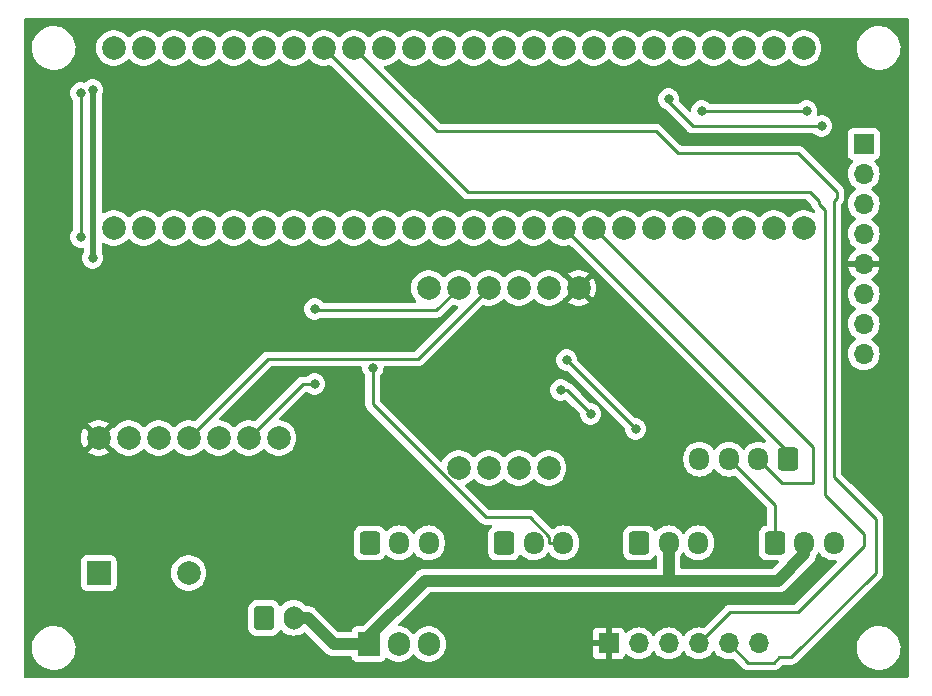
<source format=gbr>
%TF.GenerationSoftware,KiCad,Pcbnew,7.0.6-0*%
%TF.CreationDate,2024-02-15T10:15:36-05:00*%
%TF.ProjectId,Frame PCB 2,4672616d-6520-4504-9342-20322e6b6963,rev?*%
%TF.SameCoordinates,Original*%
%TF.FileFunction,Copper,L1,Top*%
%TF.FilePolarity,Positive*%
%FSLAX46Y46*%
G04 Gerber Fmt 4.6, Leading zero omitted, Abs format (unit mm)*
G04 Created by KiCad (PCBNEW 7.0.6-0) date 2024-02-15 10:15:36*
%MOMM*%
%LPD*%
G01*
G04 APERTURE LIST*
G04 Aperture macros list*
%AMRoundRect*
0 Rectangle with rounded corners*
0 $1 Rounding radius*
0 $2 $3 $4 $5 $6 $7 $8 $9 X,Y pos of 4 corners*
0 Add a 4 corners polygon primitive as box body*
4,1,4,$2,$3,$4,$5,$6,$7,$8,$9,$2,$3,0*
0 Add four circle primitives for the rounded corners*
1,1,$1+$1,$2,$3*
1,1,$1+$1,$4,$5*
1,1,$1+$1,$6,$7*
1,1,$1+$1,$8,$9*
0 Add four rect primitives between the rounded corners*
20,1,$1+$1,$2,$3,$4,$5,0*
20,1,$1+$1,$4,$5,$6,$7,0*
20,1,$1+$1,$6,$7,$8,$9,0*
20,1,$1+$1,$8,$9,$2,$3,0*%
G04 Aperture macros list end*
%TA.AperFunction,ComponentPad*%
%ADD10RoundRect,0.250000X-0.600000X-0.725000X0.600000X-0.725000X0.600000X0.725000X-0.600000X0.725000X0*%
%TD*%
%TA.AperFunction,ComponentPad*%
%ADD11O,1.700000X1.950000*%
%TD*%
%TA.AperFunction,ComponentPad*%
%ADD12R,1.700000X1.700000*%
%TD*%
%TA.AperFunction,ComponentPad*%
%ADD13O,1.700000X1.700000*%
%TD*%
%TA.AperFunction,ComponentPad*%
%ADD14C,2.000000*%
%TD*%
%TA.AperFunction,ComponentPad*%
%ADD15R,1.905000X2.000000*%
%TD*%
%TA.AperFunction,ComponentPad*%
%ADD16O,1.905000X2.000000*%
%TD*%
%TA.AperFunction,ComponentPad*%
%ADD17RoundRect,0.250000X-0.600000X-0.750000X0.600000X-0.750000X0.600000X0.750000X-0.600000X0.750000X0*%
%TD*%
%TA.AperFunction,ComponentPad*%
%ADD18O,1.700000X2.000000*%
%TD*%
%TA.AperFunction,ComponentPad*%
%ADD19R,2.000000X2.000000*%
%TD*%
%TA.AperFunction,ComponentPad*%
%ADD20RoundRect,0.250000X0.600000X0.725000X-0.600000X0.725000X-0.600000X-0.725000X0.600000X-0.725000X0*%
%TD*%
%TA.AperFunction,ViaPad*%
%ADD21C,0.800000*%
%TD*%
%TA.AperFunction,Conductor*%
%ADD22C,0.250000*%
%TD*%
%TA.AperFunction,Conductor*%
%ADD23C,0.500000*%
%TD*%
%TA.AperFunction,Conductor*%
%ADD24C,1.000000*%
%TD*%
G04 APERTURE END LIST*
D10*
%TO.P,J5,1,Pin_1*%
%TO.N,GND*%
X127040000Y-87630000D03*
D11*
%TO.P,J5,2,Pin_2*%
%TO.N,+9V*%
X129540000Y-87630000D03*
%TO.P,J5,3,Pin_3*%
%TO.N,Net-(J5-Pin_3)*%
X132040000Y-87630000D03*
%TD*%
D12*
%TO.P,BH1750,0,VIN*%
%TO.N,+3.3V*%
X124460000Y-96139000D03*
D13*
%TO.P,BH1750,1,3Vo*%
%TO.N,unconnected-(BH1750-3Vo-Pad1)*%
X127000000Y-96139000D03*
%TO.P,BH1750,2,GND*%
%TO.N,GND*%
X129540000Y-96139000D03*
%TO.P,BH1750,3,SCL*%
%TO.N,Net-(BH1750-SCL)*%
X132080000Y-96139000D03*
%TO.P,BH1750,4,SDA*%
%TO.N,Net-(BH1750-SDA)*%
X134620000Y-96139000D03*
%TO.P,BH1750,5,ADDR*%
%TO.N,unconnected-(BH1750-ADDR-Pad5)*%
X137160000Y-96139000D03*
%TD*%
D10*
%TO.P,J7,1,Pin_1*%
%TO.N,GND*%
X115610000Y-87630000D03*
D11*
%TO.P,J7,2,Pin_2*%
%TO.N,+5V*%
X118110000Y-87630000D03*
%TO.P,J7,3,Pin_3*%
%TO.N,Net-(J7-Pin_3)*%
X120610000Y-87630000D03*
%TD*%
D14*
%TO.P,BNO55,0,Vin*%
%TO.N,+3.3V*%
X121920000Y-66040000D03*
%TO.P,BNO55,1,3vo*%
%TO.N,unconnected-(BNO55-3vo-Pad1)*%
X119380000Y-66040000D03*
%TO.P,BNO55,2,GND*%
%TO.N,GND*%
X116840000Y-66040000D03*
%TO.P,BNO55,3,SCL*%
%TO.N,Net-(BH1750-SCL)*%
X114300000Y-66040000D03*
%TO.P,BNO55,4,SDA*%
%TO.N,Net-(BH1750-SDA)*%
X111760000Y-66040000D03*
%TO.P,BNO55,5,RST*%
%TO.N,unconnected-(BNO55-RST-Pad5)*%
X109220000Y-66040000D03*
%TO.P,BNO55,6,INT*%
%TO.N,unconnected-(BNO55-INT-Pad6)*%
X119380000Y-81280000D03*
%TO.P,BNO55,7,ADR*%
%TO.N,unconnected-(BNO55-ADR-Pad7)*%
X116840000Y-81280000D03*
%TO.P,BNO55,8,PS0*%
%TO.N,unconnected-(BNO55-PS0-Pad8)*%
X114300000Y-81280000D03*
%TO.P,BNO55,9,PS1*%
%TO.N,unconnected-(BNO55-PS1-Pad9)*%
X111760000Y-81280000D03*
%TD*%
%TO.P,BMP280,0,VIN*%
%TO.N,+3.3V*%
X81280000Y-78740000D03*
%TO.P,BMP280,1,3V0*%
%TO.N,unconnected-(BMP280-3V0-Pad1)*%
X83820000Y-78740000D03*
%TO.P,BMP280,2,GND*%
%TO.N,GND*%
X86360000Y-78740000D03*
%TO.P,BMP280,3,SCK*%
%TO.N,Net-(BH1750-SCL)*%
X88900000Y-78740000D03*
%TO.P,BMP280,4,SDO*%
%TO.N,unconnected-(BMP280-SDO-Pad4)*%
X91440000Y-78740000D03*
%TO.P,BMP280,5,SDI*%
%TO.N,Net-(BH1750-SDA)*%
X93980000Y-78740000D03*
%TO.P,BMP280,6,CS*%
%TO.N,unconnected-(BMP280-CS-Pad6)*%
X96520000Y-78740000D03*
%TD*%
D15*
%TO.P,q1,1,B*%
%TO.N,+9V*%
X104140000Y-96195000D03*
D16*
%TO.P,q1,2,C*%
%TO.N,GND*%
X106680000Y-96195000D03*
%TO.P,q1,3,E*%
%TO.N,+5V*%
X109220000Y-96195000D03*
%TD*%
D14*
%TO.P,Teensy4.1,0,GND*%
%TO.N,GND*%
X82550000Y-60960000D03*
%TO.P,Teensy4.1,1,RX1*%
%TO.N,unconnected-(Teensy4.1-RX1-Pad1)*%
X85090000Y-60960000D03*
%TO.P,Teensy4.1,2,TX1*%
%TO.N,unconnected-(Teensy4.1-TX1-Pad2)*%
X87630000Y-60960000D03*
%TO.P,Teensy4.1,3,PWM*%
%TO.N,unconnected-(Teensy4.1-PWM-Pad3)*%
X90170000Y-60960000D03*
%TO.P,Teensy4.1,4,PWM*%
%TO.N,unconnected-(Teensy4.1-PWM-Pad4)*%
X92710000Y-60960000D03*
%TO.P,Teensy4.1,5,PWM*%
%TO.N,unconnected-(Teensy4.1-PWM-Pad5)*%
X95250000Y-60960000D03*
%TO.P,Teensy4.1,6,PWM*%
%TO.N,unconnected-(Teensy4.1-PWM-Pad6)*%
X97790000Y-60960000D03*
%TO.P,Teensy4.1,7,PWM*%
%TO.N,Net-(J7-Pin_3)*%
X100330000Y-60960000D03*
%TO.P,Teensy4.1,8,RX2*%
%TO.N,unconnected-(Teensy4.1-RX2-Pad8)*%
X102870000Y-60960000D03*
%TO.P,Teensy4.1,9,TX2*%
%TO.N,unconnected-(Teensy4.1-TX2-Pad9)*%
X105410000Y-60960000D03*
%TO.P,Teensy4.1,10,PWM*%
%TO.N,Net-(J4-Pin_3)*%
X107950000Y-60960000D03*
%TO.P,Teensy4.1,11,CS*%
%TO.N,unconnected-(Teensy4.1-CS-Pad11)*%
X110490000Y-60960000D03*
%TO.P,Teensy4.1,12,MOSI*%
%TO.N,unconnected-(Teensy4.1-MOSI-Pad12)*%
X113030000Y-60960000D03*
%TO.P,Teensy4.1,13,MISO*%
%TO.N,unconnected-(Teensy4.1-MISO-Pad13)*%
X115570000Y-60960000D03*
%TO.P,Teensy4.1,14,3.3V*%
%TO.N,unconnected-(Teensy4.1-3.3V-Pad14)*%
X118110000Y-60960000D03*
%TO.P,Teensy4.1,15,SCL2*%
%TO.N,SCL2*%
X120650000Y-60960000D03*
%TO.P,Teensy4.1,16,SDA2*%
%TO.N,SDA2*%
X123190000Y-60960000D03*
%TO.P,Teensy4.1,17,MOSI1*%
%TO.N,unconnected-(Teensy4.1-MOSI1-Pad17)*%
X125730000Y-60960000D03*
%TO.P,Teensy4.1,18,SCK1*%
%TO.N,unconnected-(Teensy4.1-SCK1-Pad18)*%
X128270000Y-60960000D03*
%TO.P,Teensy4.1,19,RX7*%
%TO.N,unconnected-(Teensy4.1-RX7-Pad19)*%
X130810000Y-60960000D03*
%TO.P,Teensy4.1,20,TX7*%
%TO.N,unconnected-(Teensy4.1-TX7-Pad20)*%
X133350000Y-60960000D03*
%TO.P,Teensy4.1,21,GPIO*%
%TO.N,unconnected-(Teensy4.1-GPIO-Pad21)*%
X135890000Y-60960000D03*
%TO.P,Teensy4.1,22,GPIO*%
%TO.N,unconnected-(Teensy4.1-GPIO-Pad22)*%
X138430000Y-60960000D03*
%TO.P,Teensy4.1,23,GPIO*%
%TO.N,unconnected-(Teensy4.1-GPIO-Pad23)*%
X140970000Y-60960000D03*
%TO.P,Teensy4.1,24,PWM*%
%TO.N,unconnected-(Teensy4.1-PWM-Pad24)*%
X140970000Y-45720000D03*
%TO.P,Teensy4.1,25,RX8*%
%TO.N,unconnected-(Teensy4.1-RX8-Pad25)*%
X138430000Y-45720000D03*
%TO.P,Teensy4.1,26,TX8*%
%TO.N,unconnected-(Teensy4.1-TX8-Pad26)*%
X135890000Y-45720000D03*
%TO.P,Teensy4.1,27,PWM*%
%TO.N,Net-(J6-Pin_3)*%
X133350000Y-45720000D03*
%TO.P,Teensy4.1,28,PWM*%
%TO.N,Net-(J5-Pin_3)*%
X130810000Y-45720000D03*
%TO.P,Teensy4.1,29,CS1*%
%TO.N,unconnected-(Teensy4.1-CS1-Pad29)*%
X128270000Y-45720000D03*
%TO.P,Teensy4.1,30,MISO*%
%TO.N,unconnected-(Teensy4.1-MISO-Pad30)*%
X125730000Y-45720000D03*
%TO.P,Teensy4.1,31,A16*%
%TO.N,unconnected-(Teensy4.1-A16-Pad31)*%
X123190000Y-45720000D03*
%TO.P,Teensy4.1,32,A17*%
%TO.N,Net-(J8-Pin_4)*%
X120650000Y-45720000D03*
%TO.P,Teensy4.1,33,GND*%
%TO.N,unconnected-(Teensy4.1-GND-Pad33)*%
X118110000Y-45720000D03*
%TO.P,Teensy4.1,34,SCK*%
%TO.N,unconnected-(Teensy4.1-SCK-Pad34)*%
X115570000Y-45720000D03*
%TO.P,Teensy4.1,35,A0*%
%TO.N,unconnected-(Teensy4.1-A0-Pad35)*%
X113030000Y-45720000D03*
%TO.P,Teensy4.1,36,A1*%
%TO.N,unconnected-(Teensy4.1-A1-Pad36)*%
X110490000Y-45720000D03*
%TO.P,Teensy4.1,37,A2*%
%TO.N,unconnected-(Teensy4.1-A2-Pad37)*%
X107950000Y-45720000D03*
%TO.P,Teensy4.1,38,A3*%
%TO.N,Net-(BZ1--)*%
X105410000Y-45720000D03*
%TO.P,Teensy4.1,39,SDA*%
%TO.N,Net-(BH1750-SDA)*%
X102870000Y-45720000D03*
%TO.P,Teensy4.1,40,SCL*%
%TO.N,Net-(BH1750-SCL)*%
X100330000Y-45720000D03*
%TO.P,Teensy4.1,41,TX5*%
%TO.N,Net-(Bluefruitle1-TXO)*%
X97790000Y-45720000D03*
%TO.P,Teensy4.1,42,RX5*%
%TO.N,Net-(Bluefruitle1-RXO)*%
X95250000Y-45720000D03*
%TO.P,Teensy4.1,43,PWM*%
%TO.N,unconnected-(Teensy4.1-PWM-Pad43)*%
X92710000Y-45720000D03*
%TO.P,Teensy4.1,44,PWM*%
%TO.N,unconnected-(Teensy4.1-PWM-Pad44)*%
X90170000Y-45720000D03*
%TO.P,Teensy4.1,45,3.3V*%
%TO.N,unconnected-(Teensy4.1-3.3V-Pad45)*%
X87630000Y-45720000D03*
%TO.P,Teensy4.1,46,GND*%
%TO.N,unconnected-(Teensy4.1-GND-Pad46)*%
X85090000Y-45720000D03*
%TO.P,Teensy4.1,47,Vin*%
%TO.N,+5V*%
X82550000Y-45720000D03*
%TD*%
D10*
%TO.P,J4,1,Pin_1*%
%TO.N,GND*%
X104220000Y-87630000D03*
D11*
%TO.P,J4,2,Pin_2*%
%TO.N,+5V*%
X106720000Y-87630000D03*
%TO.P,J4,3,Pin_3*%
%TO.N,Net-(J4-Pin_3)*%
X109220000Y-87630000D03*
%TD*%
D10*
%TO.P,J6,1,Pin_1*%
%TO.N,GND*%
X138510000Y-87630000D03*
D11*
%TO.P,J6,2,Pin_2*%
%TO.N,+9V*%
X141010000Y-87630000D03*
%TO.P,J6,3,Pin_3*%
%TO.N,Net-(J6-Pin_3)*%
X143510000Y-87630000D03*
%TD*%
D17*
%TO.P,J2,1,Pin_1*%
%TO.N,GND*%
X95290000Y-93980000D03*
D18*
%TO.P,J2,2,Pin_2*%
%TO.N,+9V*%
X97790000Y-93980000D03*
%TD*%
D19*
%TO.P,BZ1,1,-*%
%TO.N,Net-(BZ1--)*%
X81290000Y-90170000D03*
D14*
%TO.P,BZ1,2,+*%
%TO.N,GND*%
X88890000Y-90170000D03*
%TD*%
D20*
%TO.P,J8,1,Pin_1*%
%TO.N,SCL2*%
X139640000Y-80535000D03*
D11*
%TO.P,J8,2,Pin_2*%
%TO.N,SDA2*%
X137140000Y-80535000D03*
%TO.P,J8,3,Pin_3*%
%TO.N,GND*%
X134640000Y-80535000D03*
%TO.P,J8,4,Pin_4*%
%TO.N,Net-(J8-Pin_4)*%
X132140000Y-80535000D03*
%TD*%
D12*
%TO.P,Bluefruitle1,0,Mod*%
%TO.N,unconnected-(Bluefruitle1-Mod-Pad0)*%
X146050000Y-53848000D03*
D13*
%TO.P,Bluefruitle1,1,CTS*%
%TO.N,GND*%
X146050000Y-56388000D03*
%TO.P,Bluefruitle1,2,TXO*%
%TO.N,Net-(Bluefruitle1-TXO)*%
X146050000Y-58928000D03*
%TO.P,Bluefruitle1,3,RXO*%
%TO.N,Net-(Bluefruitle1-RXO)*%
X146050000Y-61468000D03*
%TO.P,Bluefruitle1,4,VIN*%
%TO.N,+3.3V*%
X146050000Y-64008000D03*
%TO.P,Bluefruitle1,5,RTS*%
%TO.N,unconnected-(Bluefruitle1-RTS-Pad5)*%
X146050000Y-66548000D03*
%TO.P,Bluefruitle1,6,GND*%
%TO.N,GND*%
X146050000Y-69088000D03*
%TO.P,Bluefruitle1,7,DFU*%
%TO.N,unconnected-(Bluefruitle1-DFU-Pad7)*%
X146050000Y-71628000D03*
%TD*%
D21*
%TO.N,Net-(J7-Pin_3)*%
X104487300Y-72779700D03*
%TO.N,Net-(BZ1--)*%
X79756000Y-61722000D03*
X79756000Y-49530000D03*
%TO.N,Net-(Bluefruitle1-TXO)*%
X142494000Y-52324000D03*
X129540000Y-50038000D03*
%TO.N,+5V*%
X80772000Y-63500000D03*
X80772000Y-49276000D03*
%TO.N,Net-(BH1750-SCL)*%
X120904000Y-72136000D03*
X126746000Y-77978000D03*
%TO.N,Net-(BH1750-SDA)*%
X122936000Y-76708000D03*
X120396000Y-74676000D03*
X99568000Y-74168000D03*
X99568000Y-67818000D03*
%TO.N,Net-(Bluefruitle1-RXO)*%
X141224000Y-51054000D03*
X132334000Y-51054000D03*
%TD*%
D22*
%TO.N,Net-(BH1750-SDA)*%
X102870000Y-45720000D02*
X109924000Y-52774000D01*
X109924000Y-52774000D02*
X128466000Y-52774000D01*
X128466000Y-52774000D02*
X130302000Y-54610000D01*
X130302000Y-54610000D02*
X140462000Y-54610000D01*
X140462000Y-54610000D02*
X143764000Y-57912000D01*
X147066000Y-90170000D02*
X139926656Y-97309344D01*
X143764000Y-57912000D02*
X143764000Y-58420000D01*
X147066000Y-85598000D02*
X147066000Y-90170000D01*
X138910656Y-97309344D02*
X138430000Y-97790000D01*
X143764000Y-58420000D02*
X143510000Y-58674000D01*
X138430000Y-97790000D02*
X136271000Y-97790000D01*
X143510000Y-82042000D02*
X147066000Y-85598000D01*
X143510000Y-58674000D02*
X143510000Y-82042000D01*
X139926656Y-97309344D02*
X138910656Y-97309344D01*
X136271000Y-97790000D02*
X134620000Y-96139000D01*
%TO.N,Net-(BH1750-SCL)*%
X100330000Y-45720000D02*
X112522000Y-57912000D01*
X141478000Y-57912000D02*
X142240000Y-58674000D01*
X112522000Y-57912000D02*
X141478000Y-57912000D01*
X146050000Y-87884000D02*
X140462000Y-93472000D01*
X140462000Y-93472000D02*
X134747000Y-93472000D01*
X134747000Y-93472000D02*
X132080000Y-96139000D01*
X142240000Y-58674000D02*
X142240000Y-58928000D01*
X142240000Y-58928000D02*
X142748000Y-59436000D01*
X142748000Y-59436000D02*
X142748000Y-83566000D01*
X142748000Y-83566000D02*
X146050000Y-86868000D01*
X146050000Y-86868000D02*
X146050000Y-87884000D01*
%TO.N,GND*%
X138510000Y-84405000D02*
X134640000Y-80535000D01*
X138510000Y-87630000D02*
X138510000Y-84405000D01*
%TO.N,Net-(J7-Pin_3)*%
X120610000Y-87630000D02*
X119433100Y-87630000D01*
X119433100Y-87093900D02*
X119433100Y-87630000D01*
X114053200Y-85459200D02*
X117798400Y-85459200D01*
X104487300Y-72779700D02*
X104487300Y-75893300D01*
X117798400Y-85459200D02*
X119433100Y-87093900D01*
X104487300Y-75893300D02*
X114053200Y-85459200D01*
%TO.N,Net-(BZ1--)*%
X79756000Y-49530000D02*
X79756000Y-61722000D01*
%TO.N,Net-(Bluefruitle1-TXO)*%
X142494000Y-52324000D02*
X131562695Y-52324000D01*
X131562695Y-52324000D02*
X129540000Y-50301305D01*
X129540000Y-50301305D02*
X129540000Y-50038000D01*
D23*
%TO.N,+5V*%
X80772000Y-63500000D02*
X80772000Y-49276000D01*
D24*
%TO.N,+9V*%
X141010000Y-88601258D02*
X141010000Y-87630000D01*
X129540000Y-90819700D02*
X129540000Y-87630000D01*
X138791558Y-90819700D02*
X141010000Y-88601258D01*
X97790000Y-93980000D02*
X98966900Y-93980000D01*
X108875600Y-90819700D02*
X129540000Y-90819700D01*
X101181900Y-96195000D02*
X98966900Y-93980000D01*
X129540000Y-90819700D02*
X138791558Y-90819700D01*
D22*
X104140000Y-96195000D02*
X103500300Y-96195000D01*
D24*
X103500300Y-96195000D02*
X108875600Y-90819700D01*
X103500300Y-96195000D02*
X101181900Y-96195000D01*
D22*
%TO.N,Net-(BH1750-SCL)*%
X114300000Y-66040000D02*
X108287200Y-72052800D01*
X95587200Y-72052800D02*
X88900000Y-78740000D01*
X126746000Y-77978000D02*
X120904000Y-72136000D01*
X108287200Y-72052800D02*
X95587200Y-72052800D01*
%TO.N,Net-(BH1750-SDA)*%
X99617600Y-67920200D02*
X99568000Y-67818000D01*
X120904000Y-74676000D02*
X122936000Y-76708000D01*
X109879800Y-67920200D02*
X111760000Y-66040000D01*
X120396000Y-74676000D02*
X120904000Y-74676000D01*
X99568000Y-67818000D02*
X99822000Y-67920200D01*
X98552000Y-74168000D02*
X93980000Y-78740000D01*
X99822000Y-67920200D02*
X109879800Y-67920200D01*
X99568000Y-74168000D02*
X98552000Y-74168000D01*
X99719800Y-67920200D02*
X99617600Y-67920200D01*
%TO.N,Net-(Bluefruitle1-RXO)*%
X132334000Y-51054000D02*
X141224000Y-51054000D01*
%TO.N,SCL2*%
X139640000Y-79950000D02*
X139640000Y-80535000D01*
X120650000Y-60960000D02*
X139640000Y-79950000D01*
%TO.N,SDA2*%
X141732000Y-82550000D02*
X139155000Y-82550000D01*
X139155000Y-82550000D02*
X137140000Y-80535000D01*
X123190000Y-60960000D02*
X141732000Y-79502000D01*
X141732000Y-79502000D02*
X141732000Y-82550000D01*
%TD*%
%TA.AperFunction,Conductor*%
%TO.N,+3.3V*%
G36*
X149802539Y-43200185D02*
G01*
X149848294Y-43252989D01*
X149859500Y-43304500D01*
X149859500Y-98935500D01*
X149839815Y-99002539D01*
X149787011Y-99048294D01*
X149735500Y-99059500D01*
X75054500Y-99059500D01*
X74987461Y-99039815D01*
X74941706Y-98987011D01*
X74930500Y-98935500D01*
X74930500Y-96587763D01*
X75615787Y-96587763D01*
X75645413Y-96857013D01*
X75645415Y-96857024D01*
X75713926Y-97119082D01*
X75713928Y-97119088D01*
X75819870Y-97368390D01*
X75896931Y-97494659D01*
X75960979Y-97599605D01*
X75960986Y-97599615D01*
X76134253Y-97807819D01*
X76134259Y-97807824D01*
X76276023Y-97934844D01*
X76335998Y-97988582D01*
X76561910Y-98138044D01*
X76807176Y-98253020D01*
X76807183Y-98253022D01*
X76807185Y-98253023D01*
X77066557Y-98331057D01*
X77066564Y-98331058D01*
X77066569Y-98331060D01*
X77334561Y-98370500D01*
X77334566Y-98370500D01*
X77537636Y-98370500D01*
X77589133Y-98366730D01*
X77740156Y-98355677D01*
X77852758Y-98330593D01*
X78004546Y-98296782D01*
X78004548Y-98296781D01*
X78004553Y-98296780D01*
X78257558Y-98200014D01*
X78493777Y-98067441D01*
X78708177Y-97901888D01*
X78896186Y-97706881D01*
X79053799Y-97486579D01*
X79128551Y-97341186D01*
X79177649Y-97245690D01*
X79177651Y-97245684D01*
X79177656Y-97245675D01*
X79265118Y-96989305D01*
X79314319Y-96722933D01*
X79324212Y-96452235D01*
X79294586Y-96182982D01*
X79226072Y-95920912D01*
X79120130Y-95671610D01*
X78979018Y-95440390D01*
X78948655Y-95403905D01*
X78805746Y-95232180D01*
X78805740Y-95232175D01*
X78604002Y-95051418D01*
X78378092Y-94901957D01*
X78337218Y-94882796D01*
X78132824Y-94786980D01*
X78132819Y-94786978D01*
X78132814Y-94786976D01*
X77873442Y-94708942D01*
X77873428Y-94708939D01*
X77756055Y-94691666D01*
X77605439Y-94669500D01*
X77402369Y-94669500D01*
X77402364Y-94669500D01*
X77199844Y-94684323D01*
X77199831Y-94684325D01*
X76935453Y-94743217D01*
X76935446Y-94743220D01*
X76682439Y-94839987D01*
X76446226Y-94972557D01*
X76231822Y-95138112D01*
X76043822Y-95333109D01*
X76043816Y-95333116D01*
X75886202Y-95553419D01*
X75886199Y-95553424D01*
X75762350Y-95794309D01*
X75762343Y-95794327D01*
X75674884Y-96050685D01*
X75674881Y-96050699D01*
X75625681Y-96317068D01*
X75625680Y-96317075D01*
X75615787Y-96587763D01*
X74930500Y-96587763D01*
X74930500Y-91217870D01*
X79789500Y-91217870D01*
X79789501Y-91217876D01*
X79795908Y-91277483D01*
X79846202Y-91412328D01*
X79846206Y-91412335D01*
X79932452Y-91527544D01*
X79932455Y-91527547D01*
X80047664Y-91613793D01*
X80047671Y-91613797D01*
X80182517Y-91664091D01*
X80182516Y-91664091D01*
X80189444Y-91664835D01*
X80242127Y-91670500D01*
X82337872Y-91670499D01*
X82397483Y-91664091D01*
X82532331Y-91613796D01*
X82647546Y-91527546D01*
X82733796Y-91412331D01*
X82784091Y-91277483D01*
X82790500Y-91217873D01*
X82790500Y-90170005D01*
X87384357Y-90170005D01*
X87404890Y-90417812D01*
X87404892Y-90417824D01*
X87465936Y-90658881D01*
X87565826Y-90886606D01*
X87701833Y-91094782D01*
X87701836Y-91094785D01*
X87870256Y-91277738D01*
X88066491Y-91430474D01*
X88285190Y-91548828D01*
X88520386Y-91629571D01*
X88765665Y-91670500D01*
X89014335Y-91670500D01*
X89259614Y-91629571D01*
X89494810Y-91548828D01*
X89713509Y-91430474D01*
X89909744Y-91277738D01*
X90078164Y-91094785D01*
X90214173Y-90886607D01*
X90314063Y-90658881D01*
X90375108Y-90417821D01*
X90376411Y-90402095D01*
X90395643Y-90170005D01*
X90395643Y-90169994D01*
X90375109Y-89922187D01*
X90375107Y-89922175D01*
X90314063Y-89681118D01*
X90214173Y-89453393D01*
X90078166Y-89245217D01*
X90001214Y-89161625D01*
X89909744Y-89062262D01*
X89713509Y-88909526D01*
X89713507Y-88909525D01*
X89713506Y-88909524D01*
X89494811Y-88791172D01*
X89494802Y-88791169D01*
X89259616Y-88710429D01*
X89014335Y-88669500D01*
X88765665Y-88669500D01*
X88520383Y-88710429D01*
X88285197Y-88791169D01*
X88285188Y-88791172D01*
X88066493Y-88909524D01*
X87870257Y-89062261D01*
X87701833Y-89245217D01*
X87565826Y-89453393D01*
X87465936Y-89681118D01*
X87404892Y-89922175D01*
X87404890Y-89922187D01*
X87384357Y-90169994D01*
X87384357Y-90170005D01*
X82790500Y-90170005D01*
X82790499Y-89122128D01*
X82784091Y-89062517D01*
X82775623Y-89039814D01*
X82733797Y-88927671D01*
X82733793Y-88927664D01*
X82647547Y-88812455D01*
X82647544Y-88812452D01*
X82532335Y-88726206D01*
X82532328Y-88726202D01*
X82397482Y-88675908D01*
X82397483Y-88675908D01*
X82337883Y-88669501D01*
X82337881Y-88669500D01*
X82337873Y-88669500D01*
X82337864Y-88669500D01*
X80242129Y-88669500D01*
X80242123Y-88669501D01*
X80182516Y-88675908D01*
X80047671Y-88726202D01*
X80047664Y-88726206D01*
X79932455Y-88812452D01*
X79932452Y-88812455D01*
X79846206Y-88927664D01*
X79846202Y-88927671D01*
X79795908Y-89062517D01*
X79790733Y-89110659D01*
X79789501Y-89122123D01*
X79789500Y-89122135D01*
X79789500Y-91217870D01*
X74930500Y-91217870D01*
X74930500Y-88405001D01*
X102869500Y-88405001D01*
X102869501Y-88405018D01*
X102880000Y-88507796D01*
X102880001Y-88507799D01*
X102935185Y-88674331D01*
X102935187Y-88674336D01*
X102957449Y-88710429D01*
X103027288Y-88823656D01*
X103151344Y-88947712D01*
X103300666Y-89039814D01*
X103467203Y-89094999D01*
X103569991Y-89105500D01*
X104870008Y-89105499D01*
X104972797Y-89094999D01*
X105139334Y-89039814D01*
X105288656Y-88947712D01*
X105412712Y-88823656D01*
X105504814Y-88674334D01*
X105504814Y-88674331D01*
X105508178Y-88668879D01*
X105560126Y-88622154D01*
X105629088Y-88610931D01*
X105693170Y-88638774D01*
X105701398Y-88646294D01*
X105848599Y-88793495D01*
X105945384Y-88861264D01*
X106042165Y-88929032D01*
X106042167Y-88929033D01*
X106042170Y-88929035D01*
X106256337Y-89028903D01*
X106256343Y-89028904D01*
X106256344Y-89028905D01*
X106297050Y-89039812D01*
X106484592Y-89090063D01*
X106661034Y-89105500D01*
X106719999Y-89110659D01*
X106720000Y-89110659D01*
X106720001Y-89110659D01*
X106778966Y-89105500D01*
X106955408Y-89090063D01*
X107183663Y-89028903D01*
X107397829Y-88929035D01*
X107591401Y-88793495D01*
X107758495Y-88626401D01*
X107868426Y-88469401D01*
X107923001Y-88425778D01*
X107992500Y-88418584D01*
X108054855Y-88450106D01*
X108071571Y-88469398D01*
X108135899Y-88561269D01*
X108181506Y-88626403D01*
X108265533Y-88710429D01*
X108348599Y-88793495D01*
X108445384Y-88861264D01*
X108542165Y-88929032D01*
X108542167Y-88929033D01*
X108542170Y-88929035D01*
X108756337Y-89028903D01*
X108756343Y-89028904D01*
X108756344Y-89028905D01*
X108797050Y-89039812D01*
X108984592Y-89090063D01*
X109161034Y-89105500D01*
X109219999Y-89110659D01*
X109220000Y-89110659D01*
X109220001Y-89110659D01*
X109278966Y-89105500D01*
X109455408Y-89090063D01*
X109683663Y-89028903D01*
X109897829Y-88929035D01*
X110091401Y-88793495D01*
X110258495Y-88626401D01*
X110394035Y-88432829D01*
X110493903Y-88218663D01*
X110555063Y-87990408D01*
X110570500Y-87813966D01*
X110570500Y-87446034D01*
X110555063Y-87269592D01*
X110493903Y-87041337D01*
X110394035Y-86827171D01*
X110381936Y-86809891D01*
X110258494Y-86633597D01*
X110091402Y-86466506D01*
X110091395Y-86466501D01*
X110066465Y-86449045D01*
X110014737Y-86412824D01*
X109897834Y-86330967D01*
X109897830Y-86330965D01*
X109857777Y-86312288D01*
X109683663Y-86231097D01*
X109683659Y-86231096D01*
X109683655Y-86231094D01*
X109455413Y-86169938D01*
X109455403Y-86169936D01*
X109220001Y-86149341D01*
X109219999Y-86149341D01*
X108984596Y-86169936D01*
X108984586Y-86169938D01*
X108756344Y-86231094D01*
X108756335Y-86231098D01*
X108542171Y-86330964D01*
X108542169Y-86330965D01*
X108348597Y-86466505D01*
X108181508Y-86633594D01*
X108071574Y-86790596D01*
X108016997Y-86834221D01*
X107947498Y-86841413D01*
X107885144Y-86809891D01*
X107868424Y-86790595D01*
X107758494Y-86633597D01*
X107591402Y-86466506D01*
X107591395Y-86466501D01*
X107566465Y-86449045D01*
X107514737Y-86412824D01*
X107397834Y-86330967D01*
X107397830Y-86330965D01*
X107357777Y-86312288D01*
X107183663Y-86231097D01*
X107183659Y-86231096D01*
X107183655Y-86231094D01*
X106955413Y-86169938D01*
X106955403Y-86169936D01*
X106720001Y-86149341D01*
X106719999Y-86149341D01*
X106484596Y-86169936D01*
X106484586Y-86169938D01*
X106256344Y-86231094D01*
X106256335Y-86231098D01*
X106042171Y-86330964D01*
X106042169Y-86330965D01*
X105848597Y-86466505D01*
X105701398Y-86613705D01*
X105640075Y-86647190D01*
X105570383Y-86642206D01*
X105514450Y-86600334D01*
X105508178Y-86591120D01*
X105412712Y-86436344D01*
X105288657Y-86312289D01*
X105288656Y-86312289D01*
X105288656Y-86312288D01*
X105195888Y-86255069D01*
X105139336Y-86220187D01*
X105139331Y-86220185D01*
X105070223Y-86197285D01*
X104972797Y-86165001D01*
X104972795Y-86165000D01*
X104870010Y-86154500D01*
X103569998Y-86154500D01*
X103569981Y-86154501D01*
X103467203Y-86165000D01*
X103467200Y-86165001D01*
X103300668Y-86220185D01*
X103300663Y-86220187D01*
X103151342Y-86312289D01*
X103027289Y-86436342D01*
X102935187Y-86585663D01*
X102935185Y-86585668D01*
X102916450Y-86642206D01*
X102880001Y-86752203D01*
X102880001Y-86752204D01*
X102880000Y-86752204D01*
X102869500Y-86854983D01*
X102869500Y-88405001D01*
X74930500Y-88405001D01*
X74930500Y-78740005D01*
X79774859Y-78740005D01*
X79795385Y-78987729D01*
X79795387Y-78987738D01*
X79856412Y-79228717D01*
X79956266Y-79456364D01*
X80056564Y-79609882D01*
X80788866Y-78877580D01*
X80811318Y-78954040D01*
X80890605Y-79077413D01*
X81001438Y-79173451D01*
X81134839Y-79234373D01*
X81138634Y-79234918D01*
X80409942Y-79963609D01*
X80456768Y-80000055D01*
X80456770Y-80000056D01*
X80675385Y-80118364D01*
X80675396Y-80118369D01*
X80910506Y-80199083D01*
X81155707Y-80240000D01*
X81404293Y-80240000D01*
X81649493Y-80199083D01*
X81884603Y-80118369D01*
X81884614Y-80118364D01*
X82103228Y-80000057D01*
X82103231Y-80000055D01*
X82150056Y-79963609D01*
X81421365Y-79234918D01*
X81425161Y-79234373D01*
X81558562Y-79173451D01*
X81669395Y-79077413D01*
X81748682Y-78954040D01*
X81771133Y-78877579D01*
X82503434Y-79609882D01*
X82514861Y-79608697D01*
X82583573Y-79621360D01*
X82628092Y-79661194D01*
X82628683Y-79660735D01*
X82631218Y-79663992D01*
X82631456Y-79664205D01*
X82631831Y-79664780D01*
X82668980Y-79705134D01*
X82800256Y-79847738D01*
X82996491Y-80000474D01*
X82996493Y-80000475D01*
X83214332Y-80118364D01*
X83215190Y-80118828D01*
X83434141Y-80193994D01*
X83448964Y-80199083D01*
X83450386Y-80199571D01*
X83695665Y-80240500D01*
X83944335Y-80240500D01*
X84189614Y-80199571D01*
X84424810Y-80118828D01*
X84643509Y-80000474D01*
X84839744Y-79847738D01*
X84998772Y-79674986D01*
X85058656Y-79638999D01*
X85128494Y-79641099D01*
X85181228Y-79674989D01*
X85315116Y-79820429D01*
X85340256Y-79847738D01*
X85536491Y-80000474D01*
X85536493Y-80000475D01*
X85754332Y-80118364D01*
X85755190Y-80118828D01*
X85974141Y-80193994D01*
X85988964Y-80199083D01*
X85990386Y-80199571D01*
X86235665Y-80240500D01*
X86484335Y-80240500D01*
X86729614Y-80199571D01*
X86964810Y-80118828D01*
X87183509Y-80000474D01*
X87379744Y-79847738D01*
X87538771Y-79674988D01*
X87598657Y-79638999D01*
X87668495Y-79641099D01*
X87721228Y-79674988D01*
X87880256Y-79847738D01*
X88076491Y-80000474D01*
X88076493Y-80000475D01*
X88294332Y-80118364D01*
X88295190Y-80118828D01*
X88514141Y-80193994D01*
X88528964Y-80199083D01*
X88530386Y-80199571D01*
X88775665Y-80240500D01*
X89024335Y-80240500D01*
X89269614Y-80199571D01*
X89504810Y-80118828D01*
X89723509Y-80000474D01*
X89919744Y-79847738D01*
X90078771Y-79674988D01*
X90138657Y-79638999D01*
X90208495Y-79641099D01*
X90261228Y-79674988D01*
X90420256Y-79847738D01*
X90616491Y-80000474D01*
X90616493Y-80000475D01*
X90834332Y-80118364D01*
X90835190Y-80118828D01*
X91054141Y-80193994D01*
X91068964Y-80199083D01*
X91070386Y-80199571D01*
X91315665Y-80240500D01*
X91564335Y-80240500D01*
X91809614Y-80199571D01*
X92044810Y-80118828D01*
X92263509Y-80000474D01*
X92459744Y-79847738D01*
X92618771Y-79674988D01*
X92678657Y-79638999D01*
X92748495Y-79641099D01*
X92801228Y-79674988D01*
X92960256Y-79847738D01*
X93156491Y-80000474D01*
X93156493Y-80000475D01*
X93374332Y-80118364D01*
X93375190Y-80118828D01*
X93594141Y-80193994D01*
X93608964Y-80199083D01*
X93610386Y-80199571D01*
X93855665Y-80240500D01*
X94104335Y-80240500D01*
X94349614Y-80199571D01*
X94584810Y-80118828D01*
X94803509Y-80000474D01*
X94999744Y-79847738D01*
X95158771Y-79674988D01*
X95218657Y-79638999D01*
X95288495Y-79641099D01*
X95341228Y-79674988D01*
X95500256Y-79847738D01*
X95696491Y-80000474D01*
X95696493Y-80000475D01*
X95914332Y-80118364D01*
X95915190Y-80118828D01*
X96134141Y-80193994D01*
X96148964Y-80199083D01*
X96150386Y-80199571D01*
X96395665Y-80240500D01*
X96644335Y-80240500D01*
X96889614Y-80199571D01*
X97124810Y-80118828D01*
X97343509Y-80000474D01*
X97539744Y-79847738D01*
X97708164Y-79664785D01*
X97844173Y-79456607D01*
X97944063Y-79228881D01*
X98005108Y-78987821D01*
X98020984Y-78796228D01*
X98025643Y-78740005D01*
X98025643Y-78739994D01*
X98005109Y-78492187D01*
X98005107Y-78492175D01*
X97944063Y-78251118D01*
X97844173Y-78023393D01*
X97708166Y-77815217D01*
X97684713Y-77789740D01*
X97539744Y-77632262D01*
X97343509Y-77479526D01*
X97343507Y-77479525D01*
X97343506Y-77479524D01*
X97124811Y-77361172D01*
X97124802Y-77361169D01*
X96889616Y-77280429D01*
X96642634Y-77239216D01*
X96579748Y-77208766D01*
X96543309Y-77149151D01*
X96544884Y-77079299D01*
X96575360Y-77029229D01*
X98774771Y-74829819D01*
X98836095Y-74796334D01*
X98862453Y-74793500D01*
X98864252Y-74793500D01*
X98931291Y-74813185D01*
X98956400Y-74834526D01*
X98962126Y-74840885D01*
X98962130Y-74840889D01*
X99115265Y-74952148D01*
X99115270Y-74952151D01*
X99288192Y-75029142D01*
X99288197Y-75029144D01*
X99473354Y-75068500D01*
X99473355Y-75068500D01*
X99662644Y-75068500D01*
X99662646Y-75068500D01*
X99847803Y-75029144D01*
X100020730Y-74952151D01*
X100173871Y-74840888D01*
X100300533Y-74700216D01*
X100395179Y-74536284D01*
X100453674Y-74356256D01*
X100473460Y-74168000D01*
X100453674Y-73979744D01*
X100395179Y-73799716D01*
X100300533Y-73635784D01*
X100173871Y-73495112D01*
X100173870Y-73495111D01*
X100020734Y-73383851D01*
X100020729Y-73383848D01*
X99847807Y-73306857D01*
X99847802Y-73306855D01*
X99702001Y-73275865D01*
X99662646Y-73267500D01*
X99473354Y-73267500D01*
X99440897Y-73274398D01*
X99288197Y-73306855D01*
X99288192Y-73306857D01*
X99115270Y-73383848D01*
X99115265Y-73383851D01*
X98962130Y-73495110D01*
X98962126Y-73495114D01*
X98956400Y-73501474D01*
X98896913Y-73538121D01*
X98864252Y-73542500D01*
X98634737Y-73542500D01*
X98619120Y-73540776D01*
X98619093Y-73541062D01*
X98611331Y-73540327D01*
X98542203Y-73542500D01*
X98512650Y-73542500D01*
X98511929Y-73542590D01*
X98505757Y-73543369D01*
X98499945Y-73543826D01*
X98453372Y-73545290D01*
X98453369Y-73545291D01*
X98434126Y-73550881D01*
X98415083Y-73554825D01*
X98395204Y-73557336D01*
X98395203Y-73557337D01*
X98351878Y-73574490D01*
X98346352Y-73576382D01*
X98301608Y-73589383D01*
X98301604Y-73589385D01*
X98284365Y-73599580D01*
X98266898Y-73608137D01*
X98248269Y-73615512D01*
X98248267Y-73615513D01*
X98210564Y-73642906D01*
X98205682Y-73646112D01*
X98165580Y-73669828D01*
X98151408Y-73684000D01*
X98136623Y-73696628D01*
X98120412Y-73708407D01*
X98090709Y-73744310D01*
X98086777Y-73748631D01*
X94557228Y-77278179D01*
X94495905Y-77311664D01*
X94429284Y-77307779D01*
X94349616Y-77280429D01*
X94104335Y-77239500D01*
X93855665Y-77239500D01*
X93610383Y-77280429D01*
X93375197Y-77361169D01*
X93375188Y-77361172D01*
X93156493Y-77479524D01*
X92960257Y-77632261D01*
X92801230Y-77805010D01*
X92741342Y-77841001D01*
X92671504Y-77838900D01*
X92618770Y-77805010D01*
X92579108Y-77761926D01*
X92459744Y-77632262D01*
X92263509Y-77479526D01*
X92263507Y-77479525D01*
X92263506Y-77479524D01*
X92044811Y-77361172D01*
X92044802Y-77361169D01*
X91809616Y-77280429D01*
X91562634Y-77239216D01*
X91499748Y-77208766D01*
X91463309Y-77149151D01*
X91464884Y-77079299D01*
X91495360Y-77029228D01*
X95809971Y-72714619D01*
X95871295Y-72681134D01*
X95897653Y-72678300D01*
X103459532Y-72678300D01*
X103526571Y-72697985D01*
X103572326Y-72750789D01*
X103582852Y-72789337D01*
X103601626Y-72967956D01*
X103601627Y-72967959D01*
X103660118Y-73147977D01*
X103660121Y-73147984D01*
X103754767Y-73311916D01*
X103798072Y-73360010D01*
X103829950Y-73395415D01*
X103860180Y-73458406D01*
X103861800Y-73478387D01*
X103861800Y-75810555D01*
X103860075Y-75826172D01*
X103860361Y-75826199D01*
X103859626Y-75833965D01*
X103861800Y-75903114D01*
X103861800Y-75932643D01*
X103861801Y-75932660D01*
X103862668Y-75939531D01*
X103863126Y-75945350D01*
X103864590Y-75991924D01*
X103864591Y-75991927D01*
X103870180Y-76011167D01*
X103874124Y-76030211D01*
X103874744Y-76035111D01*
X103876636Y-76050091D01*
X103893790Y-76093419D01*
X103895682Y-76098947D01*
X103908681Y-76143688D01*
X103918880Y-76160934D01*
X103927438Y-76178403D01*
X103934814Y-76197032D01*
X103962198Y-76234723D01*
X103965406Y-76239607D01*
X103989127Y-76279716D01*
X103989133Y-76279724D01*
X104003290Y-76293880D01*
X104015927Y-76308675D01*
X104027706Y-76324887D01*
X104045631Y-76339716D01*
X104063609Y-76354588D01*
X104067920Y-76358510D01*
X108833065Y-81123655D01*
X113552394Y-85842984D01*
X113562219Y-85855248D01*
X113562440Y-85855066D01*
X113567410Y-85861073D01*
X113567413Y-85861076D01*
X113567414Y-85861077D01*
X113617851Y-85908441D01*
X113638730Y-85929320D01*
X113644204Y-85933566D01*
X113648642Y-85937356D01*
X113682618Y-85969262D01*
X113682622Y-85969264D01*
X113700173Y-85978913D01*
X113716431Y-85989592D01*
X113732264Y-86001874D01*
X113754215Y-86011372D01*
X113775037Y-86020383D01*
X113780281Y-86022952D01*
X113821108Y-86045397D01*
X113840512Y-86050379D01*
X113858910Y-86056678D01*
X113877305Y-86064638D01*
X113923329Y-86071926D01*
X113929032Y-86073107D01*
X113974181Y-86084700D01*
X113994216Y-86084700D01*
X114013613Y-86086226D01*
X114033396Y-86089360D01*
X114079783Y-86084975D01*
X114085622Y-86084700D01*
X114473085Y-86084700D01*
X114540124Y-86104385D01*
X114585879Y-86157189D01*
X114595823Y-86226347D01*
X114566798Y-86289903D01*
X114546501Y-86307162D01*
X114547011Y-86307807D01*
X114541343Y-86312288D01*
X114417289Y-86436342D01*
X114325187Y-86585663D01*
X114325185Y-86585668D01*
X114306450Y-86642206D01*
X114270001Y-86752203D01*
X114270001Y-86752204D01*
X114270000Y-86752204D01*
X114259500Y-86854983D01*
X114259500Y-88405001D01*
X114259501Y-88405018D01*
X114270000Y-88507796D01*
X114270001Y-88507799D01*
X114325185Y-88674331D01*
X114325187Y-88674336D01*
X114347449Y-88710429D01*
X114417288Y-88823656D01*
X114541344Y-88947712D01*
X114690666Y-89039814D01*
X114857203Y-89094999D01*
X114959991Y-89105500D01*
X116260008Y-89105499D01*
X116362797Y-89094999D01*
X116529334Y-89039814D01*
X116678656Y-88947712D01*
X116802712Y-88823656D01*
X116894814Y-88674334D01*
X116894814Y-88674331D01*
X116898178Y-88668879D01*
X116950126Y-88622154D01*
X117019088Y-88610931D01*
X117083170Y-88638774D01*
X117091398Y-88646294D01*
X117238599Y-88793495D01*
X117335384Y-88861265D01*
X117432165Y-88929032D01*
X117432167Y-88929033D01*
X117432170Y-88929035D01*
X117646337Y-89028903D01*
X117646343Y-89028904D01*
X117646344Y-89028905D01*
X117687050Y-89039812D01*
X117874592Y-89090063D01*
X118051034Y-89105500D01*
X118109999Y-89110659D01*
X118110000Y-89110659D01*
X118110001Y-89110659D01*
X118168966Y-89105500D01*
X118345408Y-89090063D01*
X118573663Y-89028903D01*
X118787829Y-88929035D01*
X118981401Y-88793495D01*
X119148495Y-88626401D01*
X119258426Y-88469401D01*
X119313001Y-88425778D01*
X119382500Y-88418584D01*
X119444855Y-88450106D01*
X119461571Y-88469398D01*
X119525899Y-88561269D01*
X119571506Y-88626403D01*
X119655533Y-88710429D01*
X119738599Y-88793495D01*
X119835384Y-88861265D01*
X119932165Y-88929032D01*
X119932167Y-88929033D01*
X119932170Y-88929035D01*
X120146337Y-89028903D01*
X120146343Y-89028904D01*
X120146344Y-89028905D01*
X120187050Y-89039812D01*
X120374592Y-89090063D01*
X120551034Y-89105500D01*
X120609999Y-89110659D01*
X120610000Y-89110659D01*
X120610001Y-89110659D01*
X120668966Y-89105500D01*
X120845408Y-89090063D01*
X121073663Y-89028903D01*
X121287829Y-88929035D01*
X121481401Y-88793495D01*
X121648495Y-88626401D01*
X121784035Y-88432829D01*
X121883903Y-88218663D01*
X121945063Y-87990408D01*
X121960500Y-87813966D01*
X121960500Y-87446034D01*
X121945063Y-87269592D01*
X121883903Y-87041337D01*
X121784035Y-86827171D01*
X121771936Y-86809891D01*
X121648494Y-86633597D01*
X121481402Y-86466506D01*
X121481395Y-86466501D01*
X121456465Y-86449045D01*
X121404737Y-86412824D01*
X121287834Y-86330967D01*
X121287830Y-86330965D01*
X121247777Y-86312288D01*
X121073663Y-86231097D01*
X121073659Y-86231096D01*
X121073655Y-86231094D01*
X120845413Y-86169938D01*
X120845403Y-86169936D01*
X120610001Y-86149341D01*
X120609999Y-86149341D01*
X120374596Y-86169936D01*
X120374586Y-86169938D01*
X120146344Y-86231094D01*
X120146335Y-86231098D01*
X119932171Y-86330964D01*
X119932169Y-86330965D01*
X119795419Y-86426718D01*
X119729212Y-86449045D01*
X119661445Y-86432034D01*
X119636615Y-86412824D01*
X118299203Y-85075412D01*
X118289380Y-85063150D01*
X118289159Y-85063334D01*
X118284186Y-85057323D01*
X118233764Y-85009973D01*
X118223319Y-84999528D01*
X118212875Y-84989083D01*
X118207386Y-84984825D01*
X118202961Y-84981047D01*
X118168982Y-84949138D01*
X118168980Y-84949136D01*
X118168977Y-84949135D01*
X118151429Y-84939488D01*
X118135163Y-84928804D01*
X118119333Y-84916525D01*
X118076568Y-84898018D01*
X118071322Y-84895448D01*
X118030493Y-84873003D01*
X118030492Y-84873002D01*
X118011093Y-84868022D01*
X117992681Y-84861718D01*
X117974298Y-84853762D01*
X117974292Y-84853760D01*
X117928274Y-84846472D01*
X117922552Y-84845287D01*
X117877421Y-84833700D01*
X117877419Y-84833700D01*
X117857384Y-84833700D01*
X117837986Y-84832173D01*
X117830562Y-84830997D01*
X117818205Y-84829040D01*
X117818204Y-84829040D01*
X117771816Y-84833425D01*
X117765978Y-84833700D01*
X114363653Y-84833700D01*
X114296614Y-84814015D01*
X114275972Y-84797381D01*
X112334854Y-82856263D01*
X112301369Y-82794940D01*
X112306353Y-82725248D01*
X112348225Y-82669315D01*
X112363518Y-82659527D01*
X112364810Y-82658828D01*
X112583509Y-82540474D01*
X112779744Y-82387738D01*
X112938771Y-82214988D01*
X112998657Y-82178999D01*
X113068495Y-82181099D01*
X113121228Y-82214988D01*
X113280256Y-82387738D01*
X113476491Y-82540474D01*
X113695190Y-82658828D01*
X113930386Y-82739571D01*
X114175665Y-82780500D01*
X114424335Y-82780500D01*
X114669614Y-82739571D01*
X114904810Y-82658828D01*
X115123509Y-82540474D01*
X115319744Y-82387738D01*
X115478772Y-82214986D01*
X115538656Y-82178999D01*
X115608494Y-82181099D01*
X115661228Y-82214989D01*
X115820252Y-82387734D01*
X115820256Y-82387738D01*
X116016491Y-82540474D01*
X116235190Y-82658828D01*
X116470386Y-82739571D01*
X116715665Y-82780500D01*
X116964335Y-82780500D01*
X117209614Y-82739571D01*
X117444810Y-82658828D01*
X117663509Y-82540474D01*
X117859744Y-82387738D01*
X118018771Y-82214988D01*
X118078657Y-82178999D01*
X118148495Y-82181099D01*
X118201228Y-82214988D01*
X118360256Y-82387738D01*
X118556491Y-82540474D01*
X118775190Y-82658828D01*
X119010386Y-82739571D01*
X119255665Y-82780500D01*
X119504335Y-82780500D01*
X119749614Y-82739571D01*
X119984810Y-82658828D01*
X120203509Y-82540474D01*
X120399744Y-82387738D01*
X120568164Y-82204785D01*
X120704173Y-81996607D01*
X120804063Y-81768881D01*
X120865108Y-81527821D01*
X120880851Y-81337830D01*
X120885643Y-81280005D01*
X120885643Y-81279994D01*
X120865109Y-81032187D01*
X120865107Y-81032175D01*
X120804063Y-80791118D01*
X120704173Y-80563393D01*
X120568166Y-80355217D01*
X120462101Y-80240000D01*
X120399744Y-80172262D01*
X120203509Y-80019526D01*
X120203507Y-80019525D01*
X120203506Y-80019524D01*
X119984811Y-79901172D01*
X119984802Y-79901169D01*
X119749616Y-79820429D01*
X119504335Y-79779500D01*
X119255665Y-79779500D01*
X119010383Y-79820429D01*
X118775197Y-79901169D01*
X118775188Y-79901172D01*
X118556493Y-80019524D01*
X118360257Y-80172261D01*
X118201230Y-80345010D01*
X118141342Y-80381001D01*
X118071504Y-80378900D01*
X118018770Y-80345010D01*
X117922101Y-80240000D01*
X117859744Y-80172262D01*
X117663509Y-80019526D01*
X117663507Y-80019525D01*
X117663506Y-80019524D01*
X117444811Y-79901172D01*
X117444802Y-79901169D01*
X117209616Y-79820429D01*
X116964335Y-79779500D01*
X116715665Y-79779500D01*
X116470383Y-79820429D01*
X116235197Y-79901169D01*
X116235188Y-79901172D01*
X116016493Y-80019524D01*
X115820257Y-80172261D01*
X115661230Y-80345010D01*
X115601342Y-80381001D01*
X115531504Y-80378900D01*
X115478770Y-80345010D01*
X115382101Y-80240000D01*
X115319744Y-80172262D01*
X115123509Y-80019526D01*
X115123507Y-80019525D01*
X115123506Y-80019524D01*
X114904811Y-79901172D01*
X114904802Y-79901169D01*
X114669616Y-79820429D01*
X114424335Y-79779500D01*
X114175665Y-79779500D01*
X113930383Y-79820429D01*
X113695197Y-79901169D01*
X113695188Y-79901172D01*
X113476493Y-80019524D01*
X113280257Y-80172261D01*
X113121230Y-80345010D01*
X113061342Y-80381001D01*
X112991504Y-80378900D01*
X112938770Y-80345010D01*
X112842101Y-80240000D01*
X112779744Y-80172262D01*
X112583509Y-80019526D01*
X112583507Y-80019525D01*
X112583506Y-80019524D01*
X112364811Y-79901172D01*
X112364802Y-79901169D01*
X112129616Y-79820429D01*
X111884335Y-79779500D01*
X111635665Y-79779500D01*
X111390383Y-79820429D01*
X111155197Y-79901169D01*
X111155188Y-79901172D01*
X110936493Y-80019524D01*
X110740257Y-80172261D01*
X110571833Y-80355217D01*
X110435826Y-80563393D01*
X110388648Y-80670949D01*
X110343692Y-80724435D01*
X110276956Y-80745125D01*
X110209628Y-80726450D01*
X110187411Y-80708820D01*
X105149119Y-75670528D01*
X105115634Y-75609205D01*
X105112800Y-75582847D01*
X105112800Y-74676000D01*
X119490540Y-74676000D01*
X119510326Y-74864256D01*
X119510327Y-74864259D01*
X119568818Y-75044277D01*
X119568821Y-75044284D01*
X119663467Y-75208216D01*
X119790129Y-75348887D01*
X119790129Y-75348888D01*
X119943265Y-75460148D01*
X119943270Y-75460151D01*
X120116192Y-75537142D01*
X120116197Y-75537144D01*
X120301354Y-75576500D01*
X120301355Y-75576500D01*
X120490644Y-75576500D01*
X120490646Y-75576500D01*
X120675803Y-75537144D01*
X120739621Y-75508729D01*
X120808870Y-75499444D01*
X120872147Y-75529072D01*
X120877737Y-75534327D01*
X121439546Y-76096137D01*
X121997038Y-76653629D01*
X122030523Y-76714952D01*
X122032678Y-76728348D01*
X122040968Y-76807227D01*
X122050326Y-76896256D01*
X122050327Y-76896259D01*
X122108818Y-77076277D01*
X122108821Y-77076284D01*
X122203467Y-77240216D01*
X122330129Y-77380887D01*
X122330129Y-77380888D01*
X122483265Y-77492148D01*
X122483270Y-77492151D01*
X122656192Y-77569142D01*
X122656197Y-77569144D01*
X122841354Y-77608500D01*
X122841355Y-77608500D01*
X123030644Y-77608500D01*
X123030646Y-77608500D01*
X123215803Y-77569144D01*
X123388730Y-77492151D01*
X123541871Y-77380888D01*
X123668533Y-77240216D01*
X123763179Y-77076284D01*
X123821674Y-76896256D01*
X123841460Y-76708000D01*
X123821674Y-76519744D01*
X123763179Y-76339716D01*
X123668533Y-76175784D01*
X123541871Y-76035112D01*
X123521805Y-76020533D01*
X123388734Y-75923851D01*
X123388729Y-75923848D01*
X123215807Y-75846857D01*
X123215802Y-75846855D01*
X123070000Y-75815865D01*
X123030646Y-75807500D01*
X123030645Y-75807500D01*
X122971452Y-75807500D01*
X122904413Y-75787815D01*
X122883771Y-75771181D01*
X122156874Y-75044284D01*
X121404803Y-74292212D01*
X121394980Y-74279950D01*
X121394759Y-74280134D01*
X121389786Y-74274123D01*
X121389785Y-74274122D01*
X121339364Y-74226773D01*
X121328919Y-74216328D01*
X121318475Y-74205883D01*
X121312986Y-74201625D01*
X121308561Y-74197847D01*
X121274582Y-74165938D01*
X121274580Y-74165936D01*
X121274577Y-74165935D01*
X121257029Y-74156288D01*
X121240763Y-74145604D01*
X121224933Y-74133325D01*
X121182168Y-74114818D01*
X121176922Y-74112248D01*
X121136094Y-74089804D01*
X121136093Y-74089803D01*
X121136092Y-74089803D01*
X121116690Y-74084821D01*
X121098283Y-74078519D01*
X121079896Y-74070562D01*
X121079894Y-74070561D01*
X121076378Y-74069040D01*
X121033475Y-74038211D01*
X121001871Y-74003112D01*
X121001864Y-74003106D01*
X120848734Y-73891851D01*
X120848729Y-73891848D01*
X120675807Y-73814857D01*
X120675802Y-73814855D01*
X120530001Y-73783865D01*
X120490646Y-73775500D01*
X120301354Y-73775500D01*
X120268897Y-73782398D01*
X120116197Y-73814855D01*
X120116192Y-73814857D01*
X119943270Y-73891848D01*
X119943265Y-73891851D01*
X119790129Y-74003111D01*
X119663466Y-74143785D01*
X119568821Y-74307715D01*
X119568818Y-74307722D01*
X119510327Y-74487740D01*
X119510326Y-74487744D01*
X119490540Y-74676000D01*
X105112800Y-74676000D01*
X105112800Y-73478387D01*
X105132485Y-73411348D01*
X105144650Y-73395415D01*
X105163191Y-73374822D01*
X105219833Y-73311916D01*
X105314479Y-73147984D01*
X105372974Y-72967956D01*
X105391747Y-72789337D01*
X105418332Y-72724724D01*
X105475629Y-72684739D01*
X105515068Y-72678300D01*
X108204457Y-72678300D01*
X108220077Y-72680024D01*
X108220104Y-72679739D01*
X108227860Y-72680471D01*
X108227867Y-72680473D01*
X108297014Y-72678300D01*
X108326550Y-72678300D01*
X108333428Y-72677430D01*
X108339241Y-72676972D01*
X108385827Y-72675509D01*
X108405069Y-72669917D01*
X108424112Y-72665974D01*
X108443992Y-72663464D01*
X108487322Y-72646307D01*
X108492846Y-72644417D01*
X108496596Y-72643327D01*
X108537590Y-72631418D01*
X108554829Y-72621222D01*
X108572303Y-72612662D01*
X108590927Y-72605288D01*
X108590927Y-72605287D01*
X108590932Y-72605286D01*
X108628649Y-72577882D01*
X108633505Y-72574692D01*
X108673620Y-72550970D01*
X108687789Y-72536799D01*
X108702579Y-72524168D01*
X108718787Y-72512394D01*
X108748499Y-72476476D01*
X108752412Y-72472176D01*
X109088588Y-72136000D01*
X119998540Y-72136000D01*
X120018326Y-72324256D01*
X120018327Y-72324259D01*
X120076818Y-72504277D01*
X120076821Y-72504284D01*
X120171467Y-72668216D01*
X120271848Y-72779700D01*
X120298129Y-72808888D01*
X120451265Y-72920148D01*
X120451270Y-72920151D01*
X120624192Y-72997142D01*
X120624197Y-72997144D01*
X120809354Y-73036500D01*
X120868548Y-73036500D01*
X120935587Y-73056185D01*
X120956229Y-73072819D01*
X125807038Y-77923628D01*
X125840523Y-77984951D01*
X125842678Y-77998347D01*
X125845311Y-78023393D01*
X125860326Y-78166256D01*
X125860327Y-78166259D01*
X125918818Y-78346277D01*
X125918821Y-78346284D01*
X126013467Y-78510216D01*
X126140128Y-78650888D01*
X126140129Y-78650888D01*
X126293265Y-78762148D01*
X126293270Y-78762151D01*
X126466192Y-78839142D01*
X126466197Y-78839144D01*
X126651354Y-78878500D01*
X126651355Y-78878500D01*
X126840644Y-78878500D01*
X126840646Y-78878500D01*
X127025803Y-78839144D01*
X127198730Y-78762151D01*
X127351871Y-78650888D01*
X127478533Y-78510216D01*
X127573179Y-78346284D01*
X127631674Y-78166256D01*
X127651460Y-77978000D01*
X127631674Y-77789744D01*
X127573179Y-77609716D01*
X127478533Y-77445784D01*
X127351871Y-77305112D01*
X127314801Y-77278179D01*
X127198734Y-77193851D01*
X127198729Y-77193848D01*
X127025807Y-77116857D01*
X127025802Y-77116855D01*
X126880000Y-77085865D01*
X126840646Y-77077500D01*
X126840645Y-77077500D01*
X126781452Y-77077500D01*
X126714413Y-77057815D01*
X126693771Y-77041181D01*
X121842960Y-72190369D01*
X121809475Y-72129046D01*
X121807323Y-72115668D01*
X121789674Y-71947744D01*
X121731179Y-71767716D01*
X121636533Y-71603784D01*
X121509871Y-71463112D01*
X121509870Y-71463111D01*
X121356734Y-71351851D01*
X121356729Y-71351848D01*
X121183807Y-71274857D01*
X121183802Y-71274855D01*
X121038000Y-71243865D01*
X120998646Y-71235500D01*
X120809354Y-71235500D01*
X120776897Y-71242398D01*
X120624197Y-71274855D01*
X120624192Y-71274857D01*
X120451270Y-71351848D01*
X120451265Y-71351851D01*
X120298129Y-71463111D01*
X120171466Y-71603785D01*
X120076821Y-71767715D01*
X120076818Y-71767722D01*
X120018327Y-71947740D01*
X120018326Y-71947744D01*
X119998540Y-72136000D01*
X109088588Y-72136000D01*
X113722772Y-67501817D01*
X113784093Y-67468334D01*
X113850712Y-67472218D01*
X113902229Y-67489904D01*
X113930385Y-67499571D01*
X114175665Y-67540500D01*
X114424335Y-67540500D01*
X114669614Y-67499571D01*
X114904810Y-67418828D01*
X115123509Y-67300474D01*
X115319744Y-67147738D01*
X115478772Y-66974986D01*
X115538656Y-66938999D01*
X115608494Y-66941099D01*
X115661228Y-66974989D01*
X115820252Y-67147734D01*
X115820256Y-67147738D01*
X116016491Y-67300474D01*
X116016493Y-67300475D01*
X116234332Y-67418364D01*
X116235190Y-67418828D01*
X116454141Y-67493994D01*
X116468964Y-67499083D01*
X116470386Y-67499571D01*
X116715665Y-67540500D01*
X116964335Y-67540500D01*
X117209614Y-67499571D01*
X117444810Y-67418828D01*
X117663509Y-67300474D01*
X117859744Y-67147738D01*
X118018771Y-66974988D01*
X118078657Y-66938999D01*
X118148495Y-66941099D01*
X118201228Y-66974988D01*
X118360256Y-67147738D01*
X118556491Y-67300474D01*
X118556493Y-67300475D01*
X118774332Y-67418364D01*
X118775190Y-67418828D01*
X118994141Y-67493994D01*
X119008964Y-67499083D01*
X119010386Y-67499571D01*
X119255665Y-67540500D01*
X119504335Y-67540500D01*
X119749614Y-67499571D01*
X119984810Y-67418828D01*
X120203509Y-67300474D01*
X120399744Y-67147738D01*
X120568164Y-66964785D01*
X120568533Y-66964219D01*
X120568745Y-66964038D01*
X120571322Y-66960729D01*
X120572002Y-66961258D01*
X120621676Y-66918860D01*
X120685138Y-66908697D01*
X120696564Y-66909882D01*
X121428866Y-66177579D01*
X121451318Y-66254040D01*
X121530605Y-66377413D01*
X121641438Y-66473451D01*
X121774839Y-66534373D01*
X121778634Y-66534918D01*
X121049942Y-67263609D01*
X121096768Y-67300055D01*
X121096770Y-67300056D01*
X121315385Y-67418364D01*
X121315396Y-67418369D01*
X121550506Y-67499083D01*
X121795707Y-67540000D01*
X122044293Y-67540000D01*
X122289493Y-67499083D01*
X122524603Y-67418369D01*
X122524614Y-67418364D01*
X122743228Y-67300057D01*
X122743231Y-67300055D01*
X122790056Y-67263609D01*
X122061365Y-66534918D01*
X122065161Y-66534373D01*
X122198562Y-66473451D01*
X122309395Y-66377413D01*
X122388682Y-66254040D01*
X122411133Y-66177580D01*
X123143434Y-66909882D01*
X123243731Y-66756369D01*
X123343587Y-66528717D01*
X123404612Y-66287738D01*
X123404614Y-66287729D01*
X123425141Y-66040005D01*
X123425141Y-66039994D01*
X123404614Y-65792270D01*
X123404612Y-65792261D01*
X123343587Y-65551282D01*
X123243731Y-65323630D01*
X123143434Y-65170116D01*
X122411132Y-65902418D01*
X122388682Y-65825960D01*
X122309395Y-65702587D01*
X122198562Y-65606549D01*
X122065161Y-65545627D01*
X122061364Y-65545081D01*
X122790056Y-64816389D01*
X122743229Y-64779943D01*
X122524614Y-64661635D01*
X122524603Y-64661630D01*
X122289493Y-64580916D01*
X122044293Y-64540000D01*
X121795707Y-64540000D01*
X121550506Y-64580916D01*
X121315396Y-64661630D01*
X121315390Y-64661632D01*
X121096761Y-64779949D01*
X121049942Y-64816388D01*
X121049942Y-64816390D01*
X121778632Y-65545081D01*
X121774839Y-65545627D01*
X121641438Y-65606549D01*
X121530605Y-65702587D01*
X121451318Y-65825960D01*
X121428867Y-65902418D01*
X120696564Y-65170116D01*
X120685135Y-65171302D01*
X120616423Y-65158637D01*
X120571910Y-65118802D01*
X120571317Y-65119265D01*
X120568768Y-65115991D01*
X120568535Y-65115782D01*
X120568166Y-65115218D01*
X120568165Y-65115217D01*
X120568164Y-65115215D01*
X120399744Y-64932262D01*
X120203509Y-64779526D01*
X120203507Y-64779525D01*
X120203506Y-64779524D01*
X119984811Y-64661172D01*
X119984802Y-64661169D01*
X119749616Y-64580429D01*
X119504335Y-64539500D01*
X119255665Y-64539500D01*
X119010383Y-64580429D01*
X118775197Y-64661169D01*
X118775188Y-64661172D01*
X118556493Y-64779524D01*
X118360257Y-64932261D01*
X118201230Y-65105010D01*
X118141342Y-65141001D01*
X118071504Y-65138900D01*
X118018770Y-65105010D01*
X117964544Y-65046105D01*
X117859744Y-64932262D01*
X117663509Y-64779526D01*
X117663507Y-64779525D01*
X117663506Y-64779524D01*
X117444811Y-64661172D01*
X117444802Y-64661169D01*
X117209616Y-64580429D01*
X116964335Y-64539500D01*
X116715665Y-64539500D01*
X116470383Y-64580429D01*
X116235197Y-64661169D01*
X116235188Y-64661172D01*
X116016493Y-64779524D01*
X115820257Y-64932261D01*
X115661230Y-65105010D01*
X115601342Y-65141001D01*
X115531504Y-65138900D01*
X115478770Y-65105010D01*
X115424544Y-65046105D01*
X115319744Y-64932262D01*
X115123509Y-64779526D01*
X115123507Y-64779525D01*
X115123506Y-64779524D01*
X114904811Y-64661172D01*
X114904802Y-64661169D01*
X114669616Y-64580429D01*
X114424335Y-64539500D01*
X114175665Y-64539500D01*
X113930383Y-64580429D01*
X113695197Y-64661169D01*
X113695188Y-64661172D01*
X113476493Y-64779524D01*
X113280257Y-64932261D01*
X113121230Y-65105010D01*
X113061342Y-65141001D01*
X112991504Y-65138900D01*
X112938770Y-65105010D01*
X112884544Y-65046105D01*
X112779744Y-64932262D01*
X112583509Y-64779526D01*
X112583507Y-64779525D01*
X112583506Y-64779524D01*
X112364811Y-64661172D01*
X112364802Y-64661169D01*
X112129616Y-64580429D01*
X111884335Y-64539500D01*
X111635665Y-64539500D01*
X111390383Y-64580429D01*
X111155197Y-64661169D01*
X111155188Y-64661172D01*
X110936493Y-64779524D01*
X110740257Y-64932261D01*
X110581230Y-65105010D01*
X110521342Y-65141001D01*
X110451504Y-65138900D01*
X110398770Y-65105010D01*
X110344544Y-65046105D01*
X110239744Y-64932262D01*
X110043509Y-64779526D01*
X110043507Y-64779525D01*
X110043506Y-64779524D01*
X109824811Y-64661172D01*
X109824802Y-64661169D01*
X109589616Y-64580429D01*
X109344335Y-64539500D01*
X109095665Y-64539500D01*
X108850383Y-64580429D01*
X108615197Y-64661169D01*
X108615188Y-64661172D01*
X108396493Y-64779524D01*
X108200257Y-64932261D01*
X108031833Y-65115217D01*
X107895826Y-65323393D01*
X107795936Y-65551118D01*
X107734892Y-65792175D01*
X107734890Y-65792187D01*
X107714357Y-66039994D01*
X107714357Y-66040005D01*
X107734890Y-66287812D01*
X107734892Y-66287824D01*
X107795936Y-66528881D01*
X107895826Y-66756606D01*
X108031833Y-66964782D01*
X108031836Y-66964785D01*
X108144083Y-67086718D01*
X108175005Y-67149371D01*
X108167145Y-67218798D01*
X108122998Y-67272953D01*
X108056580Y-67294644D01*
X108052853Y-67294700D01*
X100363770Y-67294700D01*
X100296731Y-67275015D01*
X100271621Y-67253673D01*
X100173871Y-67145112D01*
X100173870Y-67145111D01*
X100020734Y-67033851D01*
X100020729Y-67033848D01*
X99847807Y-66956857D01*
X99847802Y-66956855D01*
X99669044Y-66918860D01*
X99662646Y-66917500D01*
X99473354Y-66917500D01*
X99466956Y-66918860D01*
X99288197Y-66956855D01*
X99288192Y-66956857D01*
X99115270Y-67033848D01*
X99115265Y-67033851D01*
X98962129Y-67145111D01*
X98835466Y-67285785D01*
X98740821Y-67449715D01*
X98740818Y-67449722D01*
X98682327Y-67629740D01*
X98682326Y-67629744D01*
X98662540Y-67818000D01*
X98682326Y-68006256D01*
X98682327Y-68006259D01*
X98740818Y-68186277D01*
X98740821Y-68186284D01*
X98835467Y-68350216D01*
X98945740Y-68472686D01*
X98962129Y-68490888D01*
X99115265Y-68602148D01*
X99115270Y-68602151D01*
X99288192Y-68679142D01*
X99288197Y-68679144D01*
X99473354Y-68718500D01*
X99473355Y-68718500D01*
X99662644Y-68718500D01*
X99662646Y-68718500D01*
X99847803Y-68679144D01*
X100020730Y-68602151D01*
X100065833Y-68569381D01*
X100131638Y-68545902D01*
X100138718Y-68545700D01*
X109797057Y-68545700D01*
X109812677Y-68547424D01*
X109812704Y-68547139D01*
X109820460Y-68547871D01*
X109820467Y-68547873D01*
X109889614Y-68545700D01*
X109919150Y-68545700D01*
X109926028Y-68544830D01*
X109931841Y-68544372D01*
X109978427Y-68542909D01*
X109997669Y-68537317D01*
X110016712Y-68533374D01*
X110036592Y-68530864D01*
X110079922Y-68513707D01*
X110085446Y-68511817D01*
X110089196Y-68510727D01*
X110130190Y-68498818D01*
X110147429Y-68488622D01*
X110164903Y-68480062D01*
X110183527Y-68472688D01*
X110183527Y-68472687D01*
X110183532Y-68472686D01*
X110221249Y-68445282D01*
X110226105Y-68442092D01*
X110266220Y-68418370D01*
X110280389Y-68404199D01*
X110295179Y-68391568D01*
X110311387Y-68379794D01*
X110341099Y-68343876D01*
X110345012Y-68339576D01*
X111182772Y-67501817D01*
X111244093Y-67468334D01*
X111310712Y-67472218D01*
X111362229Y-67489904D01*
X111390385Y-67499571D01*
X111511466Y-67519775D01*
X111635665Y-67540500D01*
X111635666Y-67540500D01*
X111637362Y-67540783D01*
X111700247Y-67571233D01*
X111736687Y-67630848D01*
X111735112Y-67700700D01*
X111704634Y-67750773D01*
X108064428Y-71390981D01*
X108003105Y-71424466D01*
X107976747Y-71427300D01*
X95669943Y-71427300D01*
X95654322Y-71425575D01*
X95654296Y-71425861D01*
X95646534Y-71425127D01*
X95646533Y-71425127D01*
X95577386Y-71427300D01*
X95547849Y-71427300D01*
X95540966Y-71428169D01*
X95535149Y-71428626D01*
X95488573Y-71430090D01*
X95469329Y-71435681D01*
X95450279Y-71439625D01*
X95430411Y-71442134D01*
X95387084Y-71459288D01*
X95381558Y-71461179D01*
X95336814Y-71474179D01*
X95336810Y-71474181D01*
X95319566Y-71484379D01*
X95302105Y-71492933D01*
X95283474Y-71500310D01*
X95283462Y-71500317D01*
X95245770Y-71527702D01*
X95240887Y-71530909D01*
X95200780Y-71554629D01*
X95186614Y-71568795D01*
X95171824Y-71581427D01*
X95155614Y-71593204D01*
X95155611Y-71593207D01*
X95125910Y-71629109D01*
X95121977Y-71633431D01*
X89477228Y-77278179D01*
X89415905Y-77311664D01*
X89349284Y-77307779D01*
X89269616Y-77280429D01*
X89024335Y-77239500D01*
X88775665Y-77239500D01*
X88530383Y-77280429D01*
X88295197Y-77361169D01*
X88295188Y-77361172D01*
X88076493Y-77479524D01*
X87880257Y-77632261D01*
X87721230Y-77805010D01*
X87661342Y-77841001D01*
X87591504Y-77838900D01*
X87538770Y-77805010D01*
X87499108Y-77761926D01*
X87379744Y-77632262D01*
X87183509Y-77479526D01*
X87183507Y-77479525D01*
X87183506Y-77479524D01*
X86964811Y-77361172D01*
X86964802Y-77361169D01*
X86729616Y-77280429D01*
X86484335Y-77239500D01*
X86235665Y-77239500D01*
X85990383Y-77280429D01*
X85755197Y-77361169D01*
X85755188Y-77361172D01*
X85536493Y-77479524D01*
X85340255Y-77632262D01*
X85340252Y-77632265D01*
X85181228Y-77805010D01*
X85121341Y-77841001D01*
X85051503Y-77838900D01*
X84998770Y-77805011D01*
X84839744Y-77632262D01*
X84643509Y-77479526D01*
X84643507Y-77479525D01*
X84643506Y-77479524D01*
X84424811Y-77361172D01*
X84424802Y-77361169D01*
X84189616Y-77280429D01*
X83944335Y-77239500D01*
X83695665Y-77239500D01*
X83450383Y-77280429D01*
X83215197Y-77361169D01*
X83215188Y-77361172D01*
X82996493Y-77479524D01*
X82800257Y-77632261D01*
X82631837Y-77815213D01*
X82631829Y-77815224D01*
X82631455Y-77815797D01*
X82631242Y-77815978D01*
X82628690Y-77819258D01*
X82628014Y-77818732D01*
X82578304Y-77861147D01*
X82514865Y-77871302D01*
X82503434Y-77870116D01*
X81771132Y-78602418D01*
X81748682Y-78525960D01*
X81669395Y-78402587D01*
X81558562Y-78306549D01*
X81425161Y-78245627D01*
X81421366Y-78245081D01*
X82150057Y-77516390D01*
X82150056Y-77516389D01*
X82103229Y-77479943D01*
X81884614Y-77361635D01*
X81884603Y-77361630D01*
X81649493Y-77280916D01*
X81404293Y-77240000D01*
X81155707Y-77240000D01*
X80910506Y-77280916D01*
X80675396Y-77361630D01*
X80675390Y-77361632D01*
X80456761Y-77479949D01*
X80409942Y-77516388D01*
X80409942Y-77516390D01*
X81138634Y-78245081D01*
X81134839Y-78245627D01*
X81001438Y-78306549D01*
X80890605Y-78402587D01*
X80811318Y-78525960D01*
X80788866Y-78602419D01*
X80056564Y-77870116D01*
X79956267Y-78023632D01*
X79856412Y-78251282D01*
X79795387Y-78492261D01*
X79795385Y-78492270D01*
X79774859Y-78739994D01*
X79774859Y-78740005D01*
X74930500Y-78740005D01*
X74930500Y-61722000D01*
X78850540Y-61722000D01*
X78870326Y-61910256D01*
X78870327Y-61910259D01*
X78928818Y-62090277D01*
X78928821Y-62090284D01*
X79023467Y-62254216D01*
X79099654Y-62338830D01*
X79150129Y-62394888D01*
X79303265Y-62506148D01*
X79303270Y-62506151D01*
X79476192Y-62583142D01*
X79476197Y-62583144D01*
X79661354Y-62622500D01*
X79661355Y-62622500D01*
X79850642Y-62622500D01*
X79850646Y-62622500D01*
X79871721Y-62618020D01*
X79941384Y-62623335D01*
X79997118Y-62665471D01*
X80021225Y-62731050D01*
X80021500Y-62739310D01*
X80021500Y-62965677D01*
X80004887Y-63027677D01*
X79944821Y-63131714D01*
X79943128Y-63136926D01*
X79886326Y-63311744D01*
X79866540Y-63500000D01*
X79886326Y-63688256D01*
X79886327Y-63688259D01*
X79944818Y-63868277D01*
X79944821Y-63868284D01*
X80039467Y-64032216D01*
X80166128Y-64172887D01*
X80166129Y-64172888D01*
X80319265Y-64284148D01*
X80319270Y-64284151D01*
X80492192Y-64361142D01*
X80492197Y-64361144D01*
X80677354Y-64400500D01*
X80677355Y-64400500D01*
X80866644Y-64400500D01*
X80866646Y-64400500D01*
X81051803Y-64361144D01*
X81224730Y-64284151D01*
X81377871Y-64172888D01*
X81504533Y-64032216D01*
X81599179Y-63868284D01*
X81657674Y-63688256D01*
X81677460Y-63500000D01*
X81657674Y-63311744D01*
X81599179Y-63131716D01*
X81539113Y-63027677D01*
X81522500Y-62965677D01*
X81522500Y-62315346D01*
X81542185Y-62248307D01*
X81594989Y-62202552D01*
X81664147Y-62192608D01*
X81722665Y-62217496D01*
X81726491Y-62220474D01*
X81945190Y-62338828D01*
X82180386Y-62419571D01*
X82425665Y-62460500D01*
X82674335Y-62460500D01*
X82919614Y-62419571D01*
X83154810Y-62338828D01*
X83373509Y-62220474D01*
X83569744Y-62067738D01*
X83728771Y-61894988D01*
X83788657Y-61858999D01*
X83858495Y-61861099D01*
X83911228Y-61894988D01*
X84070256Y-62067738D01*
X84266491Y-62220474D01*
X84485190Y-62338828D01*
X84720386Y-62419571D01*
X84965665Y-62460500D01*
X85214335Y-62460500D01*
X85459614Y-62419571D01*
X85694810Y-62338828D01*
X85913509Y-62220474D01*
X86109744Y-62067738D01*
X86268771Y-61894988D01*
X86328657Y-61858999D01*
X86398495Y-61861099D01*
X86451228Y-61894988D01*
X86610256Y-62067738D01*
X86806491Y-62220474D01*
X87025190Y-62338828D01*
X87260386Y-62419571D01*
X87505665Y-62460500D01*
X87754335Y-62460500D01*
X87999614Y-62419571D01*
X88234810Y-62338828D01*
X88453509Y-62220474D01*
X88649744Y-62067738D01*
X88808771Y-61894988D01*
X88868657Y-61858999D01*
X88938495Y-61861099D01*
X88991228Y-61894988D01*
X89150256Y-62067738D01*
X89346491Y-62220474D01*
X89565190Y-62338828D01*
X89800386Y-62419571D01*
X90045665Y-62460500D01*
X90294335Y-62460500D01*
X90539614Y-62419571D01*
X90774810Y-62338828D01*
X90993509Y-62220474D01*
X91189744Y-62067738D01*
X91348772Y-61894986D01*
X91408656Y-61858999D01*
X91478494Y-61861099D01*
X91531228Y-61894989D01*
X91682499Y-62059312D01*
X91690256Y-62067738D01*
X91886491Y-62220474D01*
X92105190Y-62338828D01*
X92340386Y-62419571D01*
X92585665Y-62460500D01*
X92834335Y-62460500D01*
X93079614Y-62419571D01*
X93314810Y-62338828D01*
X93533509Y-62220474D01*
X93729744Y-62067738D01*
X93888771Y-61894988D01*
X93948657Y-61858999D01*
X94018495Y-61861099D01*
X94071228Y-61894988D01*
X94230256Y-62067738D01*
X94426491Y-62220474D01*
X94645190Y-62338828D01*
X94880386Y-62419571D01*
X95125665Y-62460500D01*
X95374335Y-62460500D01*
X95619614Y-62419571D01*
X95854810Y-62338828D01*
X96073509Y-62220474D01*
X96269744Y-62067738D01*
X96428771Y-61894988D01*
X96488657Y-61858999D01*
X96558495Y-61861099D01*
X96611228Y-61894988D01*
X96770256Y-62067738D01*
X96966491Y-62220474D01*
X97185190Y-62338828D01*
X97420386Y-62419571D01*
X97665665Y-62460500D01*
X97914335Y-62460500D01*
X98159614Y-62419571D01*
X98394810Y-62338828D01*
X98613509Y-62220474D01*
X98809744Y-62067738D01*
X98968771Y-61894988D01*
X99028657Y-61858999D01*
X99098495Y-61861099D01*
X99151228Y-61894988D01*
X99310256Y-62067738D01*
X99506491Y-62220474D01*
X99725190Y-62338828D01*
X99960386Y-62419571D01*
X100205665Y-62460500D01*
X100454335Y-62460500D01*
X100699614Y-62419571D01*
X100934810Y-62338828D01*
X101153509Y-62220474D01*
X101349744Y-62067738D01*
X101508771Y-61894988D01*
X101568657Y-61858999D01*
X101638495Y-61861099D01*
X101691228Y-61894988D01*
X101850256Y-62067738D01*
X102046491Y-62220474D01*
X102265190Y-62338828D01*
X102500386Y-62419571D01*
X102745665Y-62460500D01*
X102994335Y-62460500D01*
X103239614Y-62419571D01*
X103474810Y-62338828D01*
X103693509Y-62220474D01*
X103889744Y-62067738D01*
X104048771Y-61894988D01*
X104108657Y-61858999D01*
X104178495Y-61861099D01*
X104231228Y-61894988D01*
X104390256Y-62067738D01*
X104586491Y-62220474D01*
X104805190Y-62338828D01*
X105040386Y-62419571D01*
X105285665Y-62460500D01*
X105534335Y-62460500D01*
X105779614Y-62419571D01*
X106014810Y-62338828D01*
X106233509Y-62220474D01*
X106429744Y-62067738D01*
X106588771Y-61894988D01*
X106648657Y-61858999D01*
X106718495Y-61861099D01*
X106771228Y-61894988D01*
X106930256Y-62067738D01*
X107126491Y-62220474D01*
X107345190Y-62338828D01*
X107580386Y-62419571D01*
X107825665Y-62460500D01*
X108074335Y-62460500D01*
X108319614Y-62419571D01*
X108554810Y-62338828D01*
X108773509Y-62220474D01*
X108969744Y-62067738D01*
X109128771Y-61894988D01*
X109188657Y-61858999D01*
X109258495Y-61861099D01*
X109311228Y-61894988D01*
X109470256Y-62067738D01*
X109666491Y-62220474D01*
X109885190Y-62338828D01*
X110120386Y-62419571D01*
X110365665Y-62460500D01*
X110614335Y-62460500D01*
X110859614Y-62419571D01*
X111094810Y-62338828D01*
X111313509Y-62220474D01*
X111509744Y-62067738D01*
X111668771Y-61894988D01*
X111728657Y-61858999D01*
X111798495Y-61861099D01*
X111851228Y-61894988D01*
X112010256Y-62067738D01*
X112206491Y-62220474D01*
X112425190Y-62338828D01*
X112660386Y-62419571D01*
X112905665Y-62460500D01*
X113154335Y-62460500D01*
X113399614Y-62419571D01*
X113634810Y-62338828D01*
X113853509Y-62220474D01*
X114049744Y-62067738D01*
X114208771Y-61894988D01*
X114268657Y-61858999D01*
X114338495Y-61861099D01*
X114391228Y-61894988D01*
X114550256Y-62067738D01*
X114746491Y-62220474D01*
X114965190Y-62338828D01*
X115200386Y-62419571D01*
X115445665Y-62460500D01*
X115694335Y-62460500D01*
X115939614Y-62419571D01*
X116174810Y-62338828D01*
X116393509Y-62220474D01*
X116589744Y-62067738D01*
X116748771Y-61894988D01*
X116808657Y-61858999D01*
X116878495Y-61861099D01*
X116931228Y-61894988D01*
X117090256Y-62067738D01*
X117286491Y-62220474D01*
X117505190Y-62338828D01*
X117740386Y-62419571D01*
X117985665Y-62460500D01*
X118234335Y-62460500D01*
X118479614Y-62419571D01*
X118714810Y-62338828D01*
X118933509Y-62220474D01*
X119129744Y-62067738D01*
X119288771Y-61894988D01*
X119348657Y-61858999D01*
X119418495Y-61861099D01*
X119471228Y-61894988D01*
X119630256Y-62067738D01*
X119826491Y-62220474D01*
X120045190Y-62338828D01*
X120280386Y-62419571D01*
X120525665Y-62460500D01*
X120774335Y-62460500D01*
X121019614Y-62419571D01*
X121099287Y-62392218D01*
X121169082Y-62389068D01*
X121227229Y-62421819D01*
X137739430Y-78934020D01*
X137772915Y-78995343D01*
X137767931Y-79065035D01*
X137726059Y-79120968D01*
X137660595Y-79145385D01*
X137609468Y-79135958D01*
X137608744Y-79137947D01*
X137603655Y-79136094D01*
X137375413Y-79074938D01*
X137375403Y-79074936D01*
X137140001Y-79054341D01*
X137139999Y-79054341D01*
X136904596Y-79074936D01*
X136904586Y-79074938D01*
X136676344Y-79136094D01*
X136676335Y-79136098D01*
X136462171Y-79235964D01*
X136462169Y-79235965D01*
X136268597Y-79371505D01*
X136101505Y-79538597D01*
X135991575Y-79695595D01*
X135936998Y-79739220D01*
X135867500Y-79746414D01*
X135805145Y-79714891D01*
X135788425Y-79695595D01*
X135678494Y-79538597D01*
X135511402Y-79371506D01*
X135511395Y-79371501D01*
X135317834Y-79235967D01*
X135317830Y-79235965D01*
X135302287Y-79228717D01*
X135103663Y-79136097D01*
X135103659Y-79136096D01*
X135103655Y-79136094D01*
X134875413Y-79074938D01*
X134875403Y-79074936D01*
X134640001Y-79054341D01*
X134639999Y-79054341D01*
X134404596Y-79074936D01*
X134404586Y-79074938D01*
X134176344Y-79136094D01*
X134176335Y-79136098D01*
X133962171Y-79235964D01*
X133962169Y-79235965D01*
X133768597Y-79371505D01*
X133601505Y-79538597D01*
X133491575Y-79695595D01*
X133436998Y-79739220D01*
X133367500Y-79746414D01*
X133305145Y-79714891D01*
X133288425Y-79695595D01*
X133178494Y-79538597D01*
X133011402Y-79371506D01*
X133011395Y-79371501D01*
X132817834Y-79235967D01*
X132817830Y-79235965D01*
X132802287Y-79228717D01*
X132603663Y-79136097D01*
X132603659Y-79136096D01*
X132603655Y-79136094D01*
X132375413Y-79074938D01*
X132375403Y-79074936D01*
X132140001Y-79054341D01*
X132139999Y-79054341D01*
X131904596Y-79074936D01*
X131904586Y-79074938D01*
X131676344Y-79136094D01*
X131676335Y-79136098D01*
X131462171Y-79235964D01*
X131462169Y-79235965D01*
X131268597Y-79371505D01*
X131101505Y-79538597D01*
X130965965Y-79732169D01*
X130965964Y-79732171D01*
X130866098Y-79946335D01*
X130866094Y-79946344D01*
X130804938Y-80174586D01*
X130804936Y-80174596D01*
X130789500Y-80351034D01*
X130789500Y-80718966D01*
X130804936Y-80895403D01*
X130804938Y-80895413D01*
X130866094Y-81123655D01*
X130866096Y-81123659D01*
X130866097Y-81123663D01*
X130890000Y-81174922D01*
X130965964Y-81337828D01*
X130965965Y-81337830D01*
X131101505Y-81531402D01*
X131268596Y-81698492D01*
X131268599Y-81698495D01*
X131315801Y-81731546D01*
X131462165Y-81834032D01*
X131462167Y-81834033D01*
X131462170Y-81834035D01*
X131676337Y-81933903D01*
X131676343Y-81933904D01*
X131676344Y-81933905D01*
X131711747Y-81943391D01*
X131904592Y-81995063D01*
X132092918Y-82011539D01*
X132139999Y-82015659D01*
X132140000Y-82015659D01*
X132140001Y-82015659D01*
X132179234Y-82012226D01*
X132375408Y-81995063D01*
X132603663Y-81933903D01*
X132817829Y-81834035D01*
X133011401Y-81698495D01*
X133178495Y-81531401D01*
X133288426Y-81374401D01*
X133343001Y-81330778D01*
X133412500Y-81323584D01*
X133474855Y-81355106D01*
X133491571Y-81374398D01*
X133518458Y-81412797D01*
X133601506Y-81531403D01*
X133768597Y-81698492D01*
X133768599Y-81698495D01*
X133815801Y-81731546D01*
X133962165Y-81834032D01*
X133962167Y-81834033D01*
X133962170Y-81834035D01*
X134176337Y-81933903D01*
X134176343Y-81933904D01*
X134176344Y-81933905D01*
X134211747Y-81943391D01*
X134404592Y-81995063D01*
X134592918Y-82011539D01*
X134639999Y-82015659D01*
X134640000Y-82015659D01*
X134640001Y-82015659D01*
X134679234Y-82012226D01*
X134875408Y-81995063D01*
X135074459Y-81941728D01*
X135144308Y-81943391D01*
X135194232Y-81973822D01*
X137848181Y-84627771D01*
X137881666Y-84689094D01*
X137884500Y-84715452D01*
X137884500Y-86040018D01*
X137864815Y-86107057D01*
X137812011Y-86152812D01*
X137773107Y-86163376D01*
X137757200Y-86165001D01*
X137590668Y-86220185D01*
X137590663Y-86220187D01*
X137441342Y-86312289D01*
X137317289Y-86436342D01*
X137225187Y-86585663D01*
X137225185Y-86585668D01*
X137206450Y-86642206D01*
X137170001Y-86752203D01*
X137170001Y-86752204D01*
X137170000Y-86752204D01*
X137159500Y-86854983D01*
X137159500Y-88405001D01*
X137159501Y-88405018D01*
X137170000Y-88507796D01*
X137170001Y-88507799D01*
X137225185Y-88674331D01*
X137225187Y-88674336D01*
X137247449Y-88710429D01*
X137317288Y-88823656D01*
X137441344Y-88947712D01*
X137590666Y-89039814D01*
X137757203Y-89094999D01*
X137859991Y-89105500D01*
X138791476Y-89105499D01*
X138858515Y-89125183D01*
X138904270Y-89177987D01*
X138914214Y-89247146D01*
X138885189Y-89310702D01*
X138879157Y-89317180D01*
X138413457Y-89782881D01*
X138352134Y-89816366D01*
X138325776Y-89819200D01*
X130664500Y-89819200D01*
X130597461Y-89799515D01*
X130551706Y-89746711D01*
X130540500Y-89695200D01*
X130540500Y-88715758D01*
X130560185Y-88648719D01*
X130576827Y-88628069D01*
X130576826Y-88628069D01*
X130578495Y-88626401D01*
X130688426Y-88469401D01*
X130743001Y-88425778D01*
X130812500Y-88418584D01*
X130874855Y-88450106D01*
X130891571Y-88469398D01*
X130955899Y-88561269D01*
X131001506Y-88626403D01*
X131085533Y-88710429D01*
X131168599Y-88793495D01*
X131265384Y-88861265D01*
X131362165Y-88929032D01*
X131362167Y-88929033D01*
X131362170Y-88929035D01*
X131576337Y-89028903D01*
X131576343Y-89028904D01*
X131576344Y-89028905D01*
X131617050Y-89039812D01*
X131804592Y-89090063D01*
X131981034Y-89105500D01*
X132039999Y-89110659D01*
X132040000Y-89110659D01*
X132040001Y-89110659D01*
X132098966Y-89105500D01*
X132275408Y-89090063D01*
X132503663Y-89028903D01*
X132717829Y-88929035D01*
X132911401Y-88793495D01*
X133078495Y-88626401D01*
X133214035Y-88432829D01*
X133313903Y-88218663D01*
X133375063Y-87990408D01*
X133390500Y-87813966D01*
X133390500Y-87446034D01*
X133375063Y-87269592D01*
X133313903Y-87041337D01*
X133214035Y-86827171D01*
X133201936Y-86809891D01*
X133078494Y-86633597D01*
X132911402Y-86466506D01*
X132911395Y-86466501D01*
X132886465Y-86449045D01*
X132834737Y-86412824D01*
X132717834Y-86330967D01*
X132717830Y-86330965D01*
X132677777Y-86312288D01*
X132503663Y-86231097D01*
X132503659Y-86231096D01*
X132503655Y-86231094D01*
X132275413Y-86169938D01*
X132275403Y-86169936D01*
X132040001Y-86149341D01*
X132039999Y-86149341D01*
X131804596Y-86169936D01*
X131804586Y-86169938D01*
X131576344Y-86231094D01*
X131576335Y-86231098D01*
X131362171Y-86330964D01*
X131362169Y-86330965D01*
X131168597Y-86466505D01*
X131001505Y-86633597D01*
X130891575Y-86790595D01*
X130836998Y-86834220D01*
X130767500Y-86841414D01*
X130705145Y-86809891D01*
X130688425Y-86790595D01*
X130578494Y-86633597D01*
X130411402Y-86466506D01*
X130411395Y-86466501D01*
X130386465Y-86449045D01*
X130334737Y-86412824D01*
X130217834Y-86330967D01*
X130217830Y-86330965D01*
X130177777Y-86312288D01*
X130003663Y-86231097D01*
X130003659Y-86231096D01*
X130003655Y-86231094D01*
X129775413Y-86169938D01*
X129775403Y-86169936D01*
X129540001Y-86149341D01*
X129539999Y-86149341D01*
X129304596Y-86169936D01*
X129304586Y-86169938D01*
X129076344Y-86231094D01*
X129076335Y-86231098D01*
X128862171Y-86330964D01*
X128862169Y-86330965D01*
X128668597Y-86466505D01*
X128521398Y-86613705D01*
X128460075Y-86647190D01*
X128390383Y-86642206D01*
X128334450Y-86600334D01*
X128328178Y-86591120D01*
X128232712Y-86436344D01*
X128108657Y-86312289D01*
X128108656Y-86312289D01*
X128108656Y-86312288D01*
X128015888Y-86255069D01*
X127959336Y-86220187D01*
X127959331Y-86220185D01*
X127890223Y-86197285D01*
X127792797Y-86165001D01*
X127792795Y-86165000D01*
X127690010Y-86154500D01*
X126389998Y-86154500D01*
X126389981Y-86154501D01*
X126287203Y-86165000D01*
X126287200Y-86165001D01*
X126120668Y-86220185D01*
X126120663Y-86220187D01*
X125971342Y-86312289D01*
X125847289Y-86436342D01*
X125755187Y-86585663D01*
X125755185Y-86585668D01*
X125736450Y-86642206D01*
X125700001Y-86752203D01*
X125700001Y-86752204D01*
X125700000Y-86752204D01*
X125689500Y-86854983D01*
X125689500Y-88405001D01*
X125689501Y-88405018D01*
X125700000Y-88507796D01*
X125700001Y-88507799D01*
X125755185Y-88674331D01*
X125755187Y-88674336D01*
X125777449Y-88710429D01*
X125847288Y-88823656D01*
X125971344Y-88947712D01*
X126120666Y-89039814D01*
X126287203Y-89094999D01*
X126389991Y-89105500D01*
X127690008Y-89105499D01*
X127792797Y-89094999D01*
X127959334Y-89039814D01*
X128108656Y-88947712D01*
X128232712Y-88823656D01*
X128309961Y-88698413D01*
X128361909Y-88651689D01*
X128430871Y-88640466D01*
X128494953Y-88668309D01*
X128533810Y-88726378D01*
X128539500Y-88763510D01*
X128539500Y-89695200D01*
X128519815Y-89762239D01*
X128467011Y-89807994D01*
X128415500Y-89819200D01*
X108888277Y-89819200D01*
X108799237Y-89816944D01*
X108799226Y-89816945D01*
X108738871Y-89827762D01*
X108734207Y-89828416D01*
X108673163Y-89834625D01*
X108673155Y-89834627D01*
X108640381Y-89844910D01*
X108632753Y-89846782D01*
X108598949Y-89852841D01*
X108541981Y-89875595D01*
X108537545Y-89877174D01*
X108479014Y-89895540D01*
X108479010Y-89895542D01*
X108448978Y-89912210D01*
X108441884Y-89915579D01*
X108409982Y-89928323D01*
X108409977Y-89928325D01*
X108358756Y-89962081D01*
X108354728Y-89964522D01*
X108301101Y-89994288D01*
X108275034Y-90016665D01*
X108268765Y-90021392D01*
X108240084Y-90040295D01*
X108240078Y-90040300D01*
X108196709Y-90083668D01*
X108193255Y-90086869D01*
X108146702Y-90126836D01*
X108125676Y-90153998D01*
X108120485Y-90159892D01*
X103622197Y-94658181D01*
X103560874Y-94691666D01*
X103534516Y-94694500D01*
X103139629Y-94694500D01*
X103139623Y-94694501D01*
X103080016Y-94700908D01*
X102945171Y-94751202D01*
X102945164Y-94751206D01*
X102829955Y-94837452D01*
X102829952Y-94837455D01*
X102743706Y-94952664D01*
X102743702Y-94952671D01*
X102693408Y-95087517D01*
X102691626Y-95095062D01*
X102689353Y-95094525D01*
X102667071Y-95148312D01*
X102609677Y-95188157D01*
X102570524Y-95194500D01*
X101647683Y-95194500D01*
X101580644Y-95174815D01*
X101560002Y-95158181D01*
X99683351Y-93281531D01*
X99621961Y-93216949D01*
X99621960Y-93216948D01*
X99621959Y-93216947D01*
X99594104Y-93197559D01*
X99571609Y-93181902D01*
X99567846Y-93179064D01*
X99520313Y-93140305D01*
X99520306Y-93140300D01*
X99489859Y-93124397D01*
X99483151Y-93120334D01*
X99454949Y-93100705D01*
X99454946Y-93100703D01*
X99454945Y-93100703D01*
X99454941Y-93100701D01*
X99398580Y-93076514D01*
X99394324Y-93074493D01*
X99339957Y-93046094D01*
X99339950Y-93046091D01*
X99339949Y-93046091D01*
X99333908Y-93044362D01*
X99306930Y-93036642D01*
X99299530Y-93034008D01*
X99267957Y-93020459D01*
X99267958Y-93020459D01*
X99207866Y-93008109D01*
X99203291Y-93006986D01*
X99144320Y-92990113D01*
X99144325Y-92990113D01*
X99110058Y-92987503D01*
X99102280Y-92986412D01*
X99068642Y-92979500D01*
X99068641Y-92979500D01*
X99007302Y-92979500D01*
X99002595Y-92979321D01*
X98997021Y-92978896D01*
X98941424Y-92974662D01*
X98915841Y-92977921D01*
X98846851Y-92966865D01*
X98812493Y-92942597D01*
X98748384Y-92878488D01*
X98661401Y-92791505D01*
X98661397Y-92791502D01*
X98661396Y-92791501D01*
X98467834Y-92655967D01*
X98467830Y-92655965D01*
X98427777Y-92637288D01*
X98253663Y-92556097D01*
X98253659Y-92556096D01*
X98253655Y-92556094D01*
X98025413Y-92494938D01*
X98025403Y-92494936D01*
X97790001Y-92474341D01*
X97789999Y-92474341D01*
X97554596Y-92494936D01*
X97554586Y-92494938D01*
X97326344Y-92556094D01*
X97326335Y-92556098D01*
X97112171Y-92655964D01*
X97112169Y-92655965D01*
X96918597Y-92791505D01*
X96771398Y-92938705D01*
X96710075Y-92972190D01*
X96640383Y-92967206D01*
X96584450Y-92925334D01*
X96578178Y-92916120D01*
X96482712Y-92761344D01*
X96358657Y-92637289D01*
X96358656Y-92637288D01*
X96265888Y-92580069D01*
X96209336Y-92545187D01*
X96209331Y-92545185D01*
X96207862Y-92544698D01*
X96042797Y-92490001D01*
X96042795Y-92490000D01*
X95940010Y-92479500D01*
X94639998Y-92479500D01*
X94639981Y-92479501D01*
X94537203Y-92490000D01*
X94537200Y-92490001D01*
X94370668Y-92545185D01*
X94370663Y-92545187D01*
X94221342Y-92637289D01*
X94097289Y-92761342D01*
X94005187Y-92910663D01*
X94005185Y-92910668D01*
X93986563Y-92966865D01*
X93950001Y-93077203D01*
X93950001Y-93077204D01*
X93950000Y-93077204D01*
X93939500Y-93179983D01*
X93939500Y-94780001D01*
X93939501Y-94780018D01*
X93950000Y-94882796D01*
X93950001Y-94882799D01*
X93995894Y-95021294D01*
X94005186Y-95049334D01*
X94097288Y-95198656D01*
X94221344Y-95322712D01*
X94370666Y-95414814D01*
X94537203Y-95469999D01*
X94639991Y-95480500D01*
X95940008Y-95480499D01*
X96042797Y-95469999D01*
X96209334Y-95414814D01*
X96358656Y-95322712D01*
X96482712Y-95198656D01*
X96574814Y-95049334D01*
X96574814Y-95049331D01*
X96578178Y-95043879D01*
X96630126Y-94997154D01*
X96699088Y-94985931D01*
X96763170Y-95013774D01*
X96771398Y-95021294D01*
X96918599Y-95168495D01*
X96996182Y-95222819D01*
X97112165Y-95304032D01*
X97112167Y-95304033D01*
X97112170Y-95304035D01*
X97326337Y-95403903D01*
X97554592Y-95465063D01*
X97731034Y-95480500D01*
X97789999Y-95485659D01*
X97790000Y-95485659D01*
X97790001Y-95485659D01*
X97848966Y-95480500D01*
X98025408Y-95465063D01*
X98253663Y-95403903D01*
X98467829Y-95304035D01*
X98622678Y-95195608D01*
X98688884Y-95173282D01*
X98756651Y-95190292D01*
X98781482Y-95209503D01*
X99639091Y-96067111D01*
X100465448Y-96893468D01*
X100526841Y-96958053D01*
X100526844Y-96958055D01*
X100526847Y-96958058D01*
X100560953Y-96981795D01*
X100577203Y-96993106D01*
X100580944Y-96995926D01*
X100628493Y-97034698D01*
X100658945Y-97050604D01*
X100665658Y-97054672D01*
X100693851Y-97074295D01*
X100750229Y-97098489D01*
X100754478Y-97100507D01*
X100808851Y-97128909D01*
X100836389Y-97136788D01*
X100841874Y-97138358D01*
X100849268Y-97140990D01*
X100880842Y-97154540D01*
X100880845Y-97154540D01*
X100880846Y-97154541D01*
X100940922Y-97166887D01*
X100945500Y-97168010D01*
X100959401Y-97171987D01*
X101004482Y-97184887D01*
X101038739Y-97187495D01*
X101046514Y-97188586D01*
X101080155Y-97195500D01*
X101080159Y-97195500D01*
X101141498Y-97195500D01*
X101146204Y-97195678D01*
X101180962Y-97198325D01*
X101207375Y-97200337D01*
X101207375Y-97200336D01*
X101207376Y-97200337D01*
X101241459Y-97195996D01*
X101249289Y-97195500D01*
X102570523Y-97195500D01*
X102637562Y-97215185D01*
X102683317Y-97267989D01*
X102690766Y-97295134D01*
X102691624Y-97294932D01*
X102693407Y-97302479D01*
X102743702Y-97437328D01*
X102743706Y-97437335D01*
X102829952Y-97552544D01*
X102829955Y-97552547D01*
X102945164Y-97638793D01*
X102945171Y-97638797D01*
X103080017Y-97689091D01*
X103080016Y-97689091D01*
X103086944Y-97689835D01*
X103139627Y-97695500D01*
X105140372Y-97695499D01*
X105199983Y-97689091D01*
X105334831Y-97638796D01*
X105450046Y-97552546D01*
X105536296Y-97437331D01*
X105547725Y-97406687D01*
X105589594Y-97350755D01*
X105655058Y-97326336D01*
X105723331Y-97341186D01*
X105740069Y-97352167D01*
X105882552Y-97463066D01*
X105882558Y-97463070D01*
X105882561Y-97463072D01*
X106094336Y-97577679D01*
X106212598Y-97618278D01*
X106322083Y-97655865D01*
X106322085Y-97655865D01*
X106322087Y-97655866D01*
X106559601Y-97695500D01*
X106559602Y-97695500D01*
X106800398Y-97695500D01*
X106800399Y-97695500D01*
X107037913Y-97655866D01*
X107265664Y-97577679D01*
X107477439Y-97463072D01*
X107667463Y-97315171D01*
X107830551Y-97138010D01*
X107846190Y-97114071D01*
X107899336Y-97068714D01*
X107968567Y-97059290D01*
X108031904Y-97088791D01*
X108053808Y-97114070D01*
X108069449Y-97138010D01*
X108232537Y-97315171D01*
X108422561Y-97463072D01*
X108634336Y-97577679D01*
X108752598Y-97618278D01*
X108862083Y-97655865D01*
X108862085Y-97655865D01*
X108862087Y-97655866D01*
X109099601Y-97695500D01*
X109099602Y-97695500D01*
X109340398Y-97695500D01*
X109340399Y-97695500D01*
X109577913Y-97655866D01*
X109805664Y-97577679D01*
X110017439Y-97463072D01*
X110207463Y-97315171D01*
X110370551Y-97138010D01*
X110502255Y-96936422D01*
X110598983Y-96715905D01*
X110658095Y-96482476D01*
X110673000Y-96302600D01*
X110673000Y-96087400D01*
X110658095Y-95907524D01*
X110598983Y-95674095D01*
X110502255Y-95453578D01*
X110370551Y-95251990D01*
X110207463Y-95074829D01*
X110050505Y-94952664D01*
X110017441Y-94926929D01*
X109805665Y-94812321D01*
X109805656Y-94812318D01*
X109577916Y-94734134D01*
X109378800Y-94700908D01*
X109340399Y-94694500D01*
X109099601Y-94694500D01*
X109061200Y-94700908D01*
X108862083Y-94734134D01*
X108634343Y-94812318D01*
X108634334Y-94812321D01*
X108422558Y-94926929D01*
X108310981Y-95013774D01*
X108232537Y-95074829D01*
X108232534Y-95074831D01*
X108232534Y-95074832D01*
X108137129Y-95178470D01*
X108069449Y-95251990D01*
X108053808Y-95275931D01*
X108000661Y-95321287D01*
X107931430Y-95330710D01*
X107868094Y-95301207D01*
X107846192Y-95275931D01*
X107830551Y-95251990D01*
X107667463Y-95074829D01*
X107510505Y-94952664D01*
X107477441Y-94926929D01*
X107265665Y-94812321D01*
X107265656Y-94812318D01*
X107037916Y-94734134D01*
X106838800Y-94700908D01*
X106800399Y-94694500D01*
X106715082Y-94694500D01*
X106648043Y-94674815D01*
X106602288Y-94622011D01*
X106592344Y-94552853D01*
X106621369Y-94489297D01*
X106627401Y-94482819D01*
X109253701Y-91856519D01*
X109315024Y-91823034D01*
X109341382Y-91820200D01*
X129438259Y-91820200D01*
X129513071Y-91820200D01*
X129516211Y-91820280D01*
X129542842Y-91821630D01*
X129590936Y-91824069D01*
X129606856Y-91821630D01*
X129625633Y-91820200D01*
X138778842Y-91820200D01*
X138867916Y-91822457D01*
X138867916Y-91822456D01*
X138867921Y-91822457D01*
X138928311Y-91811632D01*
X138932970Y-91810980D01*
X138975165Y-91806688D01*
X138993996Y-91804774D01*
X139026785Y-91794486D01*
X139034398Y-91792618D01*
X139068211Y-91786558D01*
X139125179Y-91763801D01*
X139129611Y-91762224D01*
X139188146Y-91743859D01*
X139218185Y-91727184D01*
X139225266Y-91723822D01*
X139257175Y-91711077D01*
X139308412Y-91677308D01*
X139312409Y-91674887D01*
X139366060Y-91645109D01*
X139392126Y-91622730D01*
X139398401Y-91618000D01*
X139427077Y-91599102D01*
X139470475Y-91555702D01*
X139473894Y-91552534D01*
X139520453Y-91512566D01*
X139541489Y-91485388D01*
X139546659Y-91479518D01*
X141708487Y-89317691D01*
X141773053Y-89256317D01*
X141808112Y-89205944D01*
X141810925Y-89202215D01*
X141849698Y-89154665D01*
X141865607Y-89124206D01*
X141869667Y-89117506D01*
X141889295Y-89089307D01*
X141913492Y-89032918D01*
X141915498Y-89028693D01*
X141943909Y-88974307D01*
X141953360Y-88941273D01*
X141955991Y-88933886D01*
X141958073Y-88929035D01*
X141969540Y-88902316D01*
X141981893Y-88842198D01*
X141983006Y-88837670D01*
X141999887Y-88778676D01*
X142002495Y-88744413D01*
X142003587Y-88736634D01*
X142005731Y-88726206D01*
X142010500Y-88702999D01*
X142010500Y-88702997D01*
X142011766Y-88696838D01*
X142013180Y-88697128D01*
X142036769Y-88639242D01*
X142046093Y-88628803D01*
X142046827Y-88628069D01*
X142048495Y-88626401D01*
X142158429Y-88469398D01*
X142213000Y-88425778D01*
X142282498Y-88418584D01*
X142344853Y-88450106D01*
X142361574Y-88469403D01*
X142471505Y-88626402D01*
X142555533Y-88710429D01*
X142638599Y-88793495D01*
X142735384Y-88861264D01*
X142832165Y-88929032D01*
X142832167Y-88929033D01*
X142832170Y-88929035D01*
X143046337Y-89028903D01*
X143046343Y-89028904D01*
X143046344Y-89028905D01*
X143087050Y-89039812D01*
X143274592Y-89090063D01*
X143451034Y-89105500D01*
X143509999Y-89110659D01*
X143510000Y-89110659D01*
X143510001Y-89110659D01*
X143528433Y-89109046D01*
X143640466Y-89099244D01*
X143708965Y-89113010D01*
X143759148Y-89161625D01*
X143775082Y-89229654D01*
X143751707Y-89295497D01*
X143738954Y-89310453D01*
X140239228Y-92810181D01*
X140177905Y-92843666D01*
X140151547Y-92846500D01*
X134829743Y-92846500D01*
X134814122Y-92844775D01*
X134814095Y-92845061D01*
X134806333Y-92844326D01*
X134737172Y-92846500D01*
X134707649Y-92846500D01*
X134700778Y-92847367D01*
X134694959Y-92847825D01*
X134648374Y-92849289D01*
X134648368Y-92849290D01*
X134629126Y-92854880D01*
X134610087Y-92858823D01*
X134590217Y-92861334D01*
X134590203Y-92861337D01*
X134546883Y-92878488D01*
X134541358Y-92880380D01*
X134496613Y-92893380D01*
X134496610Y-92893381D01*
X134479366Y-92903579D01*
X134461905Y-92912133D01*
X134443274Y-92919510D01*
X134443262Y-92919517D01*
X134405570Y-92946902D01*
X134400687Y-92950109D01*
X134360580Y-92973829D01*
X134346414Y-92987995D01*
X134331624Y-93000627D01*
X134315414Y-93012404D01*
X134315411Y-93012407D01*
X134285710Y-93048309D01*
X134281777Y-93052631D01*
X132535646Y-94798762D01*
X132474323Y-94832247D01*
X132415872Y-94830856D01*
X132315413Y-94803938D01*
X132315403Y-94803936D01*
X132080001Y-94783341D01*
X132079999Y-94783341D01*
X131844596Y-94803936D01*
X131844586Y-94803938D01*
X131616344Y-94865094D01*
X131616335Y-94865098D01*
X131402171Y-94964964D01*
X131402169Y-94964965D01*
X131208597Y-95100505D01*
X131041505Y-95267597D01*
X130911575Y-95453158D01*
X130856998Y-95496783D01*
X130787500Y-95503977D01*
X130725145Y-95472454D01*
X130708425Y-95453158D01*
X130578494Y-95267597D01*
X130411402Y-95100506D01*
X130411395Y-95100501D01*
X130403627Y-95095062D01*
X130338324Y-95049336D01*
X130217834Y-94964967D01*
X130217830Y-94964965D01*
X130217829Y-94964964D01*
X130003663Y-94865097D01*
X130003659Y-94865096D01*
X130003655Y-94865094D01*
X129775413Y-94803938D01*
X129775403Y-94803936D01*
X129540001Y-94783341D01*
X129539999Y-94783341D01*
X129304596Y-94803936D01*
X129304586Y-94803938D01*
X129076344Y-94865094D01*
X129076335Y-94865098D01*
X128862171Y-94964964D01*
X128862169Y-94964965D01*
X128668597Y-95100505D01*
X128501505Y-95267597D01*
X128371575Y-95453158D01*
X128316998Y-95496783D01*
X128247500Y-95503977D01*
X128185145Y-95472454D01*
X128168425Y-95453158D01*
X128038494Y-95267597D01*
X127871402Y-95100506D01*
X127871395Y-95100501D01*
X127863627Y-95095062D01*
X127798324Y-95049336D01*
X127677834Y-94964967D01*
X127677830Y-94964965D01*
X127677829Y-94964964D01*
X127463663Y-94865097D01*
X127463659Y-94865096D01*
X127463655Y-94865094D01*
X127235413Y-94803938D01*
X127235403Y-94803936D01*
X127000001Y-94783341D01*
X126999999Y-94783341D01*
X126764596Y-94803936D01*
X126764586Y-94803938D01*
X126536344Y-94865094D01*
X126536335Y-94865098D01*
X126322171Y-94964964D01*
X126322169Y-94964965D01*
X126128600Y-95100503D01*
X126006284Y-95222819D01*
X125944961Y-95256303D01*
X125875269Y-95251319D01*
X125819336Y-95209447D01*
X125802421Y-95178470D01*
X125753354Y-95046913D01*
X125753350Y-95046906D01*
X125667190Y-94931812D01*
X125667187Y-94931809D01*
X125552093Y-94845649D01*
X125552086Y-94845645D01*
X125417379Y-94795403D01*
X125417372Y-94795401D01*
X125357844Y-94789000D01*
X124710000Y-94789000D01*
X124710000Y-95703498D01*
X124602315Y-95654320D01*
X124495763Y-95639000D01*
X124424237Y-95639000D01*
X124317685Y-95654320D01*
X124210000Y-95703498D01*
X124210000Y-94789000D01*
X123562155Y-94789000D01*
X123502627Y-94795401D01*
X123502620Y-94795403D01*
X123367913Y-94845645D01*
X123367906Y-94845649D01*
X123252812Y-94931809D01*
X123252809Y-94931812D01*
X123166649Y-95046906D01*
X123166645Y-95046913D01*
X123116403Y-95181620D01*
X123116401Y-95181627D01*
X123110000Y-95241155D01*
X123110000Y-95889000D01*
X124026314Y-95889000D01*
X124000507Y-95929156D01*
X123960000Y-96067111D01*
X123960000Y-96210889D01*
X124000507Y-96348844D01*
X124026314Y-96389000D01*
X123110000Y-96389000D01*
X123110000Y-97036844D01*
X123116401Y-97096372D01*
X123116403Y-97096379D01*
X123166645Y-97231086D01*
X123166649Y-97231093D01*
X123252809Y-97346187D01*
X123252812Y-97346190D01*
X123367906Y-97432350D01*
X123367913Y-97432354D01*
X123502620Y-97482596D01*
X123502627Y-97482598D01*
X123562155Y-97488999D01*
X123562172Y-97489000D01*
X124210000Y-97489000D01*
X124210000Y-96574501D01*
X124317685Y-96623680D01*
X124424237Y-96639000D01*
X124495763Y-96639000D01*
X124602315Y-96623680D01*
X124710000Y-96574501D01*
X124710000Y-97489000D01*
X125357828Y-97489000D01*
X125357844Y-97488999D01*
X125417372Y-97482598D01*
X125417379Y-97482596D01*
X125552086Y-97432354D01*
X125552093Y-97432350D01*
X125667187Y-97346190D01*
X125667190Y-97346187D01*
X125753350Y-97231093D01*
X125753354Y-97231086D01*
X125802422Y-97099529D01*
X125844293Y-97043595D01*
X125909757Y-97019178D01*
X125978030Y-97034030D01*
X126006285Y-97055181D01*
X126128599Y-97177495D01*
X126182426Y-97215185D01*
X126322165Y-97313032D01*
X126322167Y-97313033D01*
X126322170Y-97313035D01*
X126536337Y-97412903D01*
X126764592Y-97474063D01*
X126935319Y-97489000D01*
X126999999Y-97494659D01*
X127000000Y-97494659D01*
X127000001Y-97494659D01*
X127064681Y-97489000D01*
X127235408Y-97474063D01*
X127463663Y-97412903D01*
X127677830Y-97313035D01*
X127871401Y-97177495D01*
X128038495Y-97010401D01*
X128168426Y-96824840D01*
X128223001Y-96781217D01*
X128292499Y-96774023D01*
X128354854Y-96805546D01*
X128371574Y-96824841D01*
X128501505Y-97010401D01*
X128668599Y-97177495D01*
X128722426Y-97215185D01*
X128862165Y-97313032D01*
X128862167Y-97313033D01*
X128862170Y-97313035D01*
X129076337Y-97412903D01*
X129304592Y-97474063D01*
X129475319Y-97489000D01*
X129539999Y-97494659D01*
X129540000Y-97494659D01*
X129540001Y-97494659D01*
X129604681Y-97489000D01*
X129775408Y-97474063D01*
X130003663Y-97412903D01*
X130217830Y-97313035D01*
X130411401Y-97177495D01*
X130578495Y-97010401D01*
X130708426Y-96824841D01*
X130763002Y-96781217D01*
X130832500Y-96774023D01*
X130894855Y-96805546D01*
X130911575Y-96824842D01*
X131030331Y-96994444D01*
X131041505Y-97010401D01*
X131208599Y-97177495D01*
X131262426Y-97215185D01*
X131402165Y-97313032D01*
X131402167Y-97313033D01*
X131402170Y-97313035D01*
X131616337Y-97412903D01*
X131844592Y-97474063D01*
X132015319Y-97489000D01*
X132079999Y-97494659D01*
X132080000Y-97494659D01*
X132080001Y-97494659D01*
X132144681Y-97489000D01*
X132315408Y-97474063D01*
X132543663Y-97412903D01*
X132757830Y-97313035D01*
X132951401Y-97177495D01*
X133118495Y-97010401D01*
X133248426Y-96824840D01*
X133303001Y-96781217D01*
X133372499Y-96774023D01*
X133434854Y-96805546D01*
X133451574Y-96824841D01*
X133581505Y-97010401D01*
X133748599Y-97177495D01*
X133802426Y-97215185D01*
X133942165Y-97313032D01*
X133942167Y-97313033D01*
X133942170Y-97313035D01*
X134156337Y-97412903D01*
X134384592Y-97474063D01*
X134555319Y-97489000D01*
X134619999Y-97494659D01*
X134620000Y-97494659D01*
X134620001Y-97494659D01*
X134684681Y-97489000D01*
X134855408Y-97474063D01*
X134955873Y-97447143D01*
X135025722Y-97448806D01*
X135075647Y-97479237D01*
X135770194Y-98173784D01*
X135780019Y-98186048D01*
X135780240Y-98185866D01*
X135785210Y-98191873D01*
X135785213Y-98191876D01*
X135785214Y-98191877D01*
X135835651Y-98239241D01*
X135856530Y-98260120D01*
X135862004Y-98264366D01*
X135866442Y-98268156D01*
X135900418Y-98300062D01*
X135900422Y-98300064D01*
X135917973Y-98309713D01*
X135934231Y-98320392D01*
X135950064Y-98332674D01*
X135972015Y-98342172D01*
X135992837Y-98351183D01*
X135998081Y-98353752D01*
X136038908Y-98376197D01*
X136058312Y-98381179D01*
X136076710Y-98387478D01*
X136095105Y-98395438D01*
X136141129Y-98402726D01*
X136146832Y-98403907D01*
X136191981Y-98415500D01*
X136212016Y-98415500D01*
X136231413Y-98417026D01*
X136251196Y-98420160D01*
X136297583Y-98415775D01*
X136303422Y-98415500D01*
X138347257Y-98415500D01*
X138362877Y-98417224D01*
X138362904Y-98416939D01*
X138370660Y-98417671D01*
X138370667Y-98417673D01*
X138439814Y-98415500D01*
X138469350Y-98415500D01*
X138476228Y-98414630D01*
X138482041Y-98414172D01*
X138528627Y-98412709D01*
X138547869Y-98407117D01*
X138566912Y-98403174D01*
X138586792Y-98400664D01*
X138630122Y-98383507D01*
X138635646Y-98381617D01*
X138639396Y-98380527D01*
X138680390Y-98368618D01*
X138697629Y-98358422D01*
X138715103Y-98349862D01*
X138733727Y-98342488D01*
X138733727Y-98342487D01*
X138733732Y-98342486D01*
X138771449Y-98315082D01*
X138776305Y-98311892D01*
X138816420Y-98288170D01*
X138830589Y-98273999D01*
X138845379Y-98261368D01*
X138861587Y-98249594D01*
X138891295Y-98213681D01*
X138895218Y-98209371D01*
X139133429Y-97971162D01*
X139194753Y-97937678D01*
X139221110Y-97934844D01*
X139843913Y-97934844D01*
X139859533Y-97936568D01*
X139859560Y-97936283D01*
X139867316Y-97937015D01*
X139867323Y-97937017D01*
X139936470Y-97934844D01*
X139966006Y-97934844D01*
X139972884Y-97933974D01*
X139978697Y-97933516D01*
X140025283Y-97932053D01*
X140044525Y-97926461D01*
X140063568Y-97922518D01*
X140083448Y-97920008D01*
X140126778Y-97902851D01*
X140132302Y-97900961D01*
X140136052Y-97899871D01*
X140177046Y-97887962D01*
X140194285Y-97877766D01*
X140211759Y-97869206D01*
X140230383Y-97861832D01*
X140230383Y-97861831D01*
X140230388Y-97861830D01*
X140268105Y-97834426D01*
X140272961Y-97831236D01*
X140313076Y-97807514D01*
X140327245Y-97793343D01*
X140342035Y-97780712D01*
X140358243Y-97768938D01*
X140387955Y-97733020D01*
X140391868Y-97728720D01*
X141532825Y-96587763D01*
X145465787Y-96587763D01*
X145495413Y-96857013D01*
X145495415Y-96857024D01*
X145563926Y-97119082D01*
X145563928Y-97119088D01*
X145669870Y-97368390D01*
X145746931Y-97494659D01*
X145810979Y-97599605D01*
X145810986Y-97599615D01*
X145984253Y-97807819D01*
X145984259Y-97807824D01*
X146126023Y-97934844D01*
X146185998Y-97988582D01*
X146411910Y-98138044D01*
X146657176Y-98253020D01*
X146657183Y-98253022D01*
X146657185Y-98253023D01*
X146916557Y-98331057D01*
X146916564Y-98331058D01*
X146916569Y-98331060D01*
X147184561Y-98370500D01*
X147184566Y-98370500D01*
X147387636Y-98370500D01*
X147439133Y-98366730D01*
X147590156Y-98355677D01*
X147702758Y-98330593D01*
X147854546Y-98296782D01*
X147854548Y-98296781D01*
X147854553Y-98296780D01*
X148107558Y-98200014D01*
X148343777Y-98067441D01*
X148558177Y-97901888D01*
X148746186Y-97706881D01*
X148903799Y-97486579D01*
X148978551Y-97341186D01*
X149027649Y-97245690D01*
X149027651Y-97245684D01*
X149027656Y-97245675D01*
X149115118Y-96989305D01*
X149164319Y-96722933D01*
X149174212Y-96452235D01*
X149144586Y-96182982D01*
X149076072Y-95920912D01*
X148970130Y-95671610D01*
X148829018Y-95440390D01*
X148798655Y-95403905D01*
X148655746Y-95232180D01*
X148655740Y-95232175D01*
X148454002Y-95051418D01*
X148228092Y-94901957D01*
X148187218Y-94882796D01*
X147982824Y-94786980D01*
X147982819Y-94786978D01*
X147982814Y-94786976D01*
X147723442Y-94708942D01*
X147723428Y-94708939D01*
X147606055Y-94691666D01*
X147455439Y-94669500D01*
X147252369Y-94669500D01*
X147252364Y-94669500D01*
X147049844Y-94684323D01*
X147049831Y-94684325D01*
X146785453Y-94743217D01*
X146785446Y-94743220D01*
X146532439Y-94839987D01*
X146296226Y-94972557D01*
X146081822Y-95138112D01*
X145893822Y-95333109D01*
X145893816Y-95333116D01*
X145736202Y-95553419D01*
X145736199Y-95553424D01*
X145612350Y-95794309D01*
X145612343Y-95794327D01*
X145524884Y-96050685D01*
X145524881Y-96050699D01*
X145475681Y-96317068D01*
X145475680Y-96317075D01*
X145465787Y-96587763D01*
X141532825Y-96587763D01*
X147449788Y-90670801D01*
X147462042Y-90660986D01*
X147461859Y-90660764D01*
X147467866Y-90655792D01*
X147467877Y-90655786D01*
X147498775Y-90622882D01*
X147515227Y-90605364D01*
X147525671Y-90594918D01*
X147536120Y-90584471D01*
X147540379Y-90578978D01*
X147544152Y-90574561D01*
X147576062Y-90540582D01*
X147585713Y-90523024D01*
X147596396Y-90506761D01*
X147608673Y-90490936D01*
X147627185Y-90448153D01*
X147629738Y-90442941D01*
X147652197Y-90402092D01*
X147657180Y-90382680D01*
X147663481Y-90364280D01*
X147671437Y-90345896D01*
X147678729Y-90299852D01*
X147679906Y-90294171D01*
X147691500Y-90249019D01*
X147691500Y-90228982D01*
X147693027Y-90209582D01*
X147696160Y-90189804D01*
X147691775Y-90143415D01*
X147691500Y-90137577D01*
X147691500Y-85680737D01*
X147693224Y-85665123D01*
X147692938Y-85665096D01*
X147693672Y-85657333D01*
X147691500Y-85588202D01*
X147691500Y-85558651D01*
X147691500Y-85558650D01*
X147690629Y-85551759D01*
X147690172Y-85545945D01*
X147688709Y-85499374D01*
X147688709Y-85499372D01*
X147683120Y-85480137D01*
X147679174Y-85461084D01*
X147676664Y-85441208D01*
X147659501Y-85397859D01*
X147657614Y-85392346D01*
X147644617Y-85347610D01*
X147644616Y-85347608D01*
X147634421Y-85330369D01*
X147625860Y-85312893D01*
X147618486Y-85294269D01*
X147618486Y-85294267D01*
X147608474Y-85280488D01*
X147591083Y-85256550D01*
X147587900Y-85251705D01*
X147564170Y-85211579D01*
X147564165Y-85211573D01*
X147550005Y-85197413D01*
X147537370Y-85182620D01*
X147525593Y-85166412D01*
X147489693Y-85136713D01*
X147485381Y-85132790D01*
X145011418Y-82658827D01*
X144171819Y-81819227D01*
X144138334Y-81757904D01*
X144135500Y-81731546D01*
X144135500Y-71628000D01*
X144694341Y-71628000D01*
X144714936Y-71863403D01*
X144714938Y-71863413D01*
X144776094Y-72091655D01*
X144776096Y-72091659D01*
X144776097Y-72091663D01*
X144875965Y-72305830D01*
X144875967Y-72305834D01*
X144984281Y-72460521D01*
X145011505Y-72499401D01*
X145178599Y-72666495D01*
X145247327Y-72714619D01*
X145372165Y-72802032D01*
X145372167Y-72802033D01*
X145372170Y-72802035D01*
X145586337Y-72901903D01*
X145814592Y-72963063D01*
X146002918Y-72979539D01*
X146049999Y-72983659D01*
X146050000Y-72983659D01*
X146050001Y-72983659D01*
X146089234Y-72980226D01*
X146285408Y-72963063D01*
X146513663Y-72901903D01*
X146727830Y-72802035D01*
X146921401Y-72666495D01*
X147088495Y-72499401D01*
X147224035Y-72305830D01*
X147323903Y-72091663D01*
X147385063Y-71863408D01*
X147405659Y-71628000D01*
X147385063Y-71392592D01*
X147323903Y-71164337D01*
X147224035Y-70950171D01*
X147088495Y-70756599D01*
X147088494Y-70756597D01*
X146921402Y-70589506D01*
X146921401Y-70589505D01*
X146735842Y-70459575D01*
X146735841Y-70459574D01*
X146692216Y-70404997D01*
X146685024Y-70335498D01*
X146716546Y-70273144D01*
X146735836Y-70256428D01*
X146921401Y-70126495D01*
X147088495Y-69959401D01*
X147224035Y-69765830D01*
X147323903Y-69551663D01*
X147385063Y-69323408D01*
X147405659Y-69088000D01*
X147385063Y-68852592D01*
X147323903Y-68624337D01*
X147224035Y-68410171D01*
X147219864Y-68404213D01*
X147088494Y-68216597D01*
X146921402Y-68049506D01*
X146921396Y-68049501D01*
X146735842Y-67919575D01*
X146692217Y-67864998D01*
X146685023Y-67795500D01*
X146716546Y-67733145D01*
X146735842Y-67716425D01*
X146859635Y-67629744D01*
X146921401Y-67586495D01*
X147088495Y-67419401D01*
X147224035Y-67225830D01*
X147323903Y-67011663D01*
X147385063Y-66783408D01*
X147405659Y-66548000D01*
X147385063Y-66312592D01*
X147323903Y-66084337D01*
X147224035Y-65870171D01*
X147193079Y-65825960D01*
X147088494Y-65676597D01*
X146921402Y-65509506D01*
X146921401Y-65509505D01*
X146735405Y-65379269D01*
X146691781Y-65324692D01*
X146684588Y-65255193D01*
X146716110Y-65192839D01*
X146735405Y-65176119D01*
X146921082Y-65046105D01*
X147088105Y-64879082D01*
X147223600Y-64685578D01*
X147323429Y-64471492D01*
X147323432Y-64471486D01*
X147380636Y-64258000D01*
X146483686Y-64258000D01*
X146509493Y-64217844D01*
X146550000Y-64079889D01*
X146550000Y-63936111D01*
X146509493Y-63798156D01*
X146483686Y-63758000D01*
X147380636Y-63758000D01*
X147380635Y-63757999D01*
X147323432Y-63544513D01*
X147323429Y-63544507D01*
X147223600Y-63330422D01*
X147223599Y-63330420D01*
X147088113Y-63136926D01*
X147088108Y-63136920D01*
X146921078Y-62969890D01*
X146735405Y-62839879D01*
X146691780Y-62785302D01*
X146684588Y-62715804D01*
X146716110Y-62653449D01*
X146735406Y-62636730D01*
X146754536Y-62623335D01*
X146921401Y-62506495D01*
X147088495Y-62339401D01*
X147224035Y-62145830D01*
X147323903Y-61931663D01*
X147385063Y-61703408D01*
X147405659Y-61468000D01*
X147385063Y-61232592D01*
X147323903Y-61004337D01*
X147224035Y-60790171D01*
X147088495Y-60596599D01*
X147088494Y-60596597D01*
X146921402Y-60429506D01*
X146921401Y-60429505D01*
X146735842Y-60299575D01*
X146735841Y-60299574D01*
X146692216Y-60244997D01*
X146685024Y-60175498D01*
X146716546Y-60113144D01*
X146735836Y-60096428D01*
X146921401Y-59966495D01*
X147088495Y-59799401D01*
X147224035Y-59605830D01*
X147323903Y-59391663D01*
X147385063Y-59163408D01*
X147405659Y-58928000D01*
X147403715Y-58905786D01*
X147399304Y-58855363D01*
X147385063Y-58692592D01*
X147327827Y-58478983D01*
X147323905Y-58464344D01*
X147323904Y-58464343D01*
X147323903Y-58464337D01*
X147224035Y-58250171D01*
X147218602Y-58242411D01*
X147088494Y-58056597D01*
X146921402Y-57889506D01*
X146921396Y-57889501D01*
X146735842Y-57759575D01*
X146692217Y-57704998D01*
X146685023Y-57635500D01*
X146716546Y-57573145D01*
X146735842Y-57556425D01*
X146779890Y-57525582D01*
X146921401Y-57426495D01*
X147088495Y-57259401D01*
X147224035Y-57065830D01*
X147323903Y-56851663D01*
X147385063Y-56623408D01*
X147405659Y-56388000D01*
X147385063Y-56152592D01*
X147323903Y-55924337D01*
X147224035Y-55710171D01*
X147088495Y-55516599D01*
X146966567Y-55394671D01*
X146933084Y-55333351D01*
X146938068Y-55263659D01*
X146979939Y-55207725D01*
X147010915Y-55190810D01*
X147142331Y-55141796D01*
X147257546Y-55055546D01*
X147343796Y-54940331D01*
X147394091Y-54805483D01*
X147400500Y-54745873D01*
X147400499Y-52950128D01*
X147394091Y-52890517D01*
X147392534Y-52886343D01*
X147343797Y-52755671D01*
X147343793Y-52755664D01*
X147257547Y-52640455D01*
X147257544Y-52640452D01*
X147142335Y-52554206D01*
X147142328Y-52554202D01*
X147007482Y-52503908D01*
X147007483Y-52503908D01*
X146947883Y-52497501D01*
X146947881Y-52497500D01*
X146947873Y-52497500D01*
X146947864Y-52497500D01*
X145152129Y-52497500D01*
X145152123Y-52497501D01*
X145092516Y-52503908D01*
X144957671Y-52554202D01*
X144957664Y-52554206D01*
X144842455Y-52640452D01*
X144842452Y-52640455D01*
X144756206Y-52755664D01*
X144756202Y-52755671D01*
X144705908Y-52890517D01*
X144699567Y-52949500D01*
X144699501Y-52950123D01*
X144699500Y-52950135D01*
X144699500Y-54745870D01*
X144699501Y-54745876D01*
X144705908Y-54805483D01*
X144756202Y-54940328D01*
X144756206Y-54940335D01*
X144842452Y-55055544D01*
X144842455Y-55055547D01*
X144957664Y-55141793D01*
X144957671Y-55141797D01*
X145089081Y-55190810D01*
X145145015Y-55232681D01*
X145169432Y-55298145D01*
X145154580Y-55366418D01*
X145133430Y-55394673D01*
X145011503Y-55516600D01*
X144875965Y-55710169D01*
X144875964Y-55710171D01*
X144776098Y-55924335D01*
X144776094Y-55924344D01*
X144714938Y-56152586D01*
X144714936Y-56152596D01*
X144694341Y-56387999D01*
X144694341Y-56388000D01*
X144714936Y-56623403D01*
X144714938Y-56623413D01*
X144776094Y-56851655D01*
X144776096Y-56851659D01*
X144776097Y-56851663D01*
X144875965Y-57065829D01*
X144875965Y-57065830D01*
X144875967Y-57065834D01*
X145011501Y-57259395D01*
X145011506Y-57259402D01*
X145178597Y-57426493D01*
X145178603Y-57426498D01*
X145364158Y-57556425D01*
X145407783Y-57611002D01*
X145414977Y-57680500D01*
X145383454Y-57742855D01*
X145364158Y-57759575D01*
X145178597Y-57889505D01*
X145011505Y-58056597D01*
X144875965Y-58250169D01*
X144875964Y-58250171D01*
X144776098Y-58464335D01*
X144776094Y-58464344D01*
X144714938Y-58692586D01*
X144714936Y-58692596D01*
X144694341Y-58927999D01*
X144694341Y-58928000D01*
X144714936Y-59163403D01*
X144714938Y-59163413D01*
X144776094Y-59391655D01*
X144776096Y-59391659D01*
X144776097Y-59391663D01*
X144776824Y-59393221D01*
X144875965Y-59605830D01*
X144875967Y-59605834D01*
X145011501Y-59799395D01*
X145011506Y-59799402D01*
X145178597Y-59966493D01*
X145178603Y-59966498D01*
X145364158Y-60096425D01*
X145407783Y-60151002D01*
X145414977Y-60220500D01*
X145383454Y-60282855D01*
X145364158Y-60299575D01*
X145178597Y-60429505D01*
X145011505Y-60596597D01*
X144875965Y-60790169D01*
X144875964Y-60790171D01*
X144776098Y-61004335D01*
X144776094Y-61004344D01*
X144714938Y-61232586D01*
X144714936Y-61232596D01*
X144694341Y-61467999D01*
X144694341Y-61468000D01*
X144714936Y-61703403D01*
X144714938Y-61703413D01*
X144776094Y-61931655D01*
X144776096Y-61931659D01*
X144776097Y-61931663D01*
X144852057Y-62094559D01*
X144875965Y-62145830D01*
X144875967Y-62145834D01*
X144928231Y-62220474D01*
X144994661Y-62315346D01*
X145011501Y-62339395D01*
X145011506Y-62339402D01*
X145178597Y-62506493D01*
X145178603Y-62506498D01*
X145364594Y-62636730D01*
X145408219Y-62691307D01*
X145415413Y-62760805D01*
X145383890Y-62823160D01*
X145364595Y-62839880D01*
X145178922Y-62969890D01*
X145178920Y-62969891D01*
X145011891Y-63136920D01*
X145011886Y-63136926D01*
X144876400Y-63330420D01*
X144876399Y-63330422D01*
X144776570Y-63544507D01*
X144776567Y-63544513D01*
X144719364Y-63757999D01*
X144719364Y-63758000D01*
X145616314Y-63758000D01*
X145590507Y-63798156D01*
X145550000Y-63936111D01*
X145550000Y-64079889D01*
X145590507Y-64217844D01*
X145616314Y-64258000D01*
X144719364Y-64258000D01*
X144776567Y-64471486D01*
X144776570Y-64471492D01*
X144876399Y-64685578D01*
X145011894Y-64879082D01*
X145178917Y-65046105D01*
X145364595Y-65176119D01*
X145408219Y-65230696D01*
X145415412Y-65300195D01*
X145383890Y-65362549D01*
X145364595Y-65379269D01*
X145178594Y-65509508D01*
X145011505Y-65676597D01*
X144875965Y-65870169D01*
X144875964Y-65870171D01*
X144776098Y-66084335D01*
X144776094Y-66084344D01*
X144714938Y-66312586D01*
X144714936Y-66312596D01*
X144694341Y-66547999D01*
X144694341Y-66548000D01*
X144714936Y-66783403D01*
X144714938Y-66783413D01*
X144776094Y-67011655D01*
X144776096Y-67011659D01*
X144776097Y-67011663D01*
X144872686Y-67218798D01*
X144875965Y-67225830D01*
X144875967Y-67225834D01*
X144927939Y-67300057D01*
X145010782Y-67418369D01*
X145011501Y-67419395D01*
X145011506Y-67419402D01*
X145178597Y-67586493D01*
X145178603Y-67586498D01*
X145364158Y-67716425D01*
X145407783Y-67771002D01*
X145414977Y-67840500D01*
X145383454Y-67902855D01*
X145364158Y-67919575D01*
X145178597Y-68049505D01*
X145011505Y-68216597D01*
X144875965Y-68410169D01*
X144875964Y-68410171D01*
X144776098Y-68624335D01*
X144776094Y-68624344D01*
X144714938Y-68852586D01*
X144714936Y-68852596D01*
X144694341Y-69087999D01*
X144694341Y-69088000D01*
X144714936Y-69323403D01*
X144714938Y-69323413D01*
X144776094Y-69551655D01*
X144776096Y-69551659D01*
X144776097Y-69551663D01*
X144875965Y-69765829D01*
X144875965Y-69765830D01*
X144875967Y-69765834D01*
X145011501Y-69959395D01*
X145011506Y-69959402D01*
X145178597Y-70126493D01*
X145178603Y-70126498D01*
X145364158Y-70256425D01*
X145407783Y-70311002D01*
X145414977Y-70380500D01*
X145383454Y-70442855D01*
X145364158Y-70459575D01*
X145178597Y-70589505D01*
X145011505Y-70756597D01*
X144875965Y-70950169D01*
X144875964Y-70950171D01*
X144776098Y-71164335D01*
X144776094Y-71164344D01*
X144714938Y-71392586D01*
X144714936Y-71392596D01*
X144694341Y-71627999D01*
X144694341Y-71628000D01*
X144135500Y-71628000D01*
X144135500Y-58987229D01*
X144155185Y-58920190D01*
X144169108Y-58902345D01*
X144213227Y-58855363D01*
X144234115Y-58834476D01*
X144234115Y-58834475D01*
X144234120Y-58834471D01*
X144238379Y-58828978D01*
X144242152Y-58824561D01*
X144274062Y-58790582D01*
X144283713Y-58773024D01*
X144294396Y-58756761D01*
X144306673Y-58740936D01*
X144325185Y-58698153D01*
X144327738Y-58692941D01*
X144350197Y-58652092D01*
X144355180Y-58632680D01*
X144361481Y-58614280D01*
X144369437Y-58595896D01*
X144376729Y-58549852D01*
X144377906Y-58544171D01*
X144389500Y-58499019D01*
X144389500Y-58478982D01*
X144391027Y-58459582D01*
X144394160Y-58439804D01*
X144389775Y-58393415D01*
X144389500Y-58387577D01*
X144389500Y-57994737D01*
X144391223Y-57979120D01*
X144390938Y-57979093D01*
X144391672Y-57971331D01*
X144389500Y-57902203D01*
X144389500Y-57872651D01*
X144389500Y-57872650D01*
X144388629Y-57865759D01*
X144388172Y-57859945D01*
X144386709Y-57813372D01*
X144381122Y-57794144D01*
X144377174Y-57775084D01*
X144374664Y-57755208D01*
X144357507Y-57711875D01*
X144355619Y-57706359D01*
X144342619Y-57661612D01*
X144332418Y-57644363D01*
X144323860Y-57626894D01*
X144316486Y-57608268D01*
X144316483Y-57608264D01*
X144316483Y-57608263D01*
X144289098Y-57570571D01*
X144285890Y-57565687D01*
X144262172Y-57525582D01*
X144262163Y-57525571D01*
X144248005Y-57511413D01*
X144235370Y-57496620D01*
X144223593Y-57480412D01*
X144187693Y-57450713D01*
X144183381Y-57446790D01*
X140962802Y-54226211D01*
X140952980Y-54213950D01*
X140952759Y-54214134D01*
X140947786Y-54208123D01*
X140897364Y-54160773D01*
X140886919Y-54150328D01*
X140876475Y-54139883D01*
X140870986Y-54135625D01*
X140866561Y-54131847D01*
X140832582Y-54099938D01*
X140832580Y-54099936D01*
X140832577Y-54099935D01*
X140815029Y-54090288D01*
X140798763Y-54079604D01*
X140782933Y-54067325D01*
X140740168Y-54048818D01*
X140734922Y-54046248D01*
X140694093Y-54023803D01*
X140694092Y-54023802D01*
X140674693Y-54018822D01*
X140656281Y-54012518D01*
X140637898Y-54004562D01*
X140637892Y-54004560D01*
X140591874Y-53997272D01*
X140586152Y-53996087D01*
X140541021Y-53984500D01*
X140541019Y-53984500D01*
X140520984Y-53984500D01*
X140501586Y-53982973D01*
X140494162Y-53981797D01*
X140481805Y-53979840D01*
X140481804Y-53979840D01*
X140435416Y-53984225D01*
X140429578Y-53984500D01*
X130612452Y-53984500D01*
X130545413Y-53964815D01*
X130524771Y-53948181D01*
X129752468Y-53175878D01*
X128966803Y-52390212D01*
X128956980Y-52377950D01*
X128956759Y-52378134D01*
X128951786Y-52372123D01*
X128901364Y-52324773D01*
X128890919Y-52314328D01*
X128880475Y-52303883D01*
X128874986Y-52299625D01*
X128870561Y-52295847D01*
X128836582Y-52263938D01*
X128836580Y-52263936D01*
X128836577Y-52263935D01*
X128819029Y-52254288D01*
X128802763Y-52243604D01*
X128786933Y-52231325D01*
X128744168Y-52212818D01*
X128738922Y-52210248D01*
X128698093Y-52187803D01*
X128698092Y-52187802D01*
X128678693Y-52182822D01*
X128660281Y-52176518D01*
X128641898Y-52168562D01*
X128641892Y-52168560D01*
X128595874Y-52161272D01*
X128590152Y-52160087D01*
X128545021Y-52148500D01*
X128545019Y-52148500D01*
X128524984Y-52148500D01*
X128505586Y-52146973D01*
X128498162Y-52145797D01*
X128485805Y-52143840D01*
X128485804Y-52143840D01*
X128439416Y-52148225D01*
X128433578Y-52148500D01*
X110234453Y-52148500D01*
X110167414Y-52128815D01*
X110146772Y-52112181D01*
X108072591Y-50038000D01*
X128634540Y-50038000D01*
X128654326Y-50226256D01*
X128654327Y-50226259D01*
X128712818Y-50406277D01*
X128712821Y-50406284D01*
X128807467Y-50570216D01*
X128934129Y-50710888D01*
X129087265Y-50822148D01*
X129087270Y-50822151D01*
X129226679Y-50884221D01*
X129263924Y-50909819D01*
X131061889Y-52707784D01*
X131071714Y-52720048D01*
X131071935Y-52719866D01*
X131076905Y-52725873D01*
X131076908Y-52725876D01*
X131076909Y-52725877D01*
X131127346Y-52773241D01*
X131148225Y-52794120D01*
X131153699Y-52798366D01*
X131158137Y-52802156D01*
X131192113Y-52834062D01*
X131192117Y-52834064D01*
X131209668Y-52843713D01*
X131225926Y-52854392D01*
X131241759Y-52866674D01*
X131263710Y-52876172D01*
X131284532Y-52885183D01*
X131289776Y-52887752D01*
X131330603Y-52910197D01*
X131350007Y-52915179D01*
X131368405Y-52921478D01*
X131386800Y-52929438D01*
X131432824Y-52936726D01*
X131438527Y-52937907D01*
X131483676Y-52949500D01*
X131503711Y-52949500D01*
X131523108Y-52951026D01*
X131542891Y-52954160D01*
X131589278Y-52949775D01*
X131595117Y-52949500D01*
X141790252Y-52949500D01*
X141857291Y-52969185D01*
X141882400Y-52990526D01*
X141888126Y-52996885D01*
X141888130Y-52996889D01*
X142041265Y-53108148D01*
X142041270Y-53108151D01*
X142214192Y-53185142D01*
X142214197Y-53185144D01*
X142399354Y-53224500D01*
X142399355Y-53224500D01*
X142588644Y-53224500D01*
X142588646Y-53224500D01*
X142773803Y-53185144D01*
X142946730Y-53108151D01*
X143099871Y-52996888D01*
X143226533Y-52856216D01*
X143321179Y-52692284D01*
X143379674Y-52512256D01*
X143399460Y-52324000D01*
X143379674Y-52135744D01*
X143321179Y-51955716D01*
X143226533Y-51791784D01*
X143099871Y-51651112D01*
X143099870Y-51651111D01*
X142946734Y-51539851D01*
X142946729Y-51539848D01*
X142773807Y-51462857D01*
X142773802Y-51462855D01*
X142628001Y-51431865D01*
X142588646Y-51423500D01*
X142399354Y-51423500D01*
X142285148Y-51447774D01*
X142235004Y-51458433D01*
X142165337Y-51453116D01*
X142109604Y-51410978D01*
X142085499Y-51345398D01*
X142091294Y-51298822D01*
X142109674Y-51242256D01*
X142129460Y-51054000D01*
X142109674Y-50865744D01*
X142051179Y-50685716D01*
X141956533Y-50521784D01*
X141829871Y-50381112D01*
X141829870Y-50381111D01*
X141676734Y-50269851D01*
X141676729Y-50269848D01*
X141503807Y-50192857D01*
X141503802Y-50192855D01*
X141358000Y-50161865D01*
X141318646Y-50153500D01*
X141129354Y-50153500D01*
X141096897Y-50160398D01*
X140944197Y-50192855D01*
X140944192Y-50192857D01*
X140771270Y-50269848D01*
X140771265Y-50269851D01*
X140618130Y-50381110D01*
X140618126Y-50381114D01*
X140612400Y-50387474D01*
X140552913Y-50424121D01*
X140520252Y-50428500D01*
X133037748Y-50428500D01*
X132970709Y-50408815D01*
X132945600Y-50387474D01*
X132939873Y-50381114D01*
X132939869Y-50381110D01*
X132786734Y-50269851D01*
X132786729Y-50269848D01*
X132613807Y-50192857D01*
X132613802Y-50192855D01*
X132468001Y-50161865D01*
X132428646Y-50153500D01*
X132239354Y-50153500D01*
X132206897Y-50160398D01*
X132054197Y-50192855D01*
X132054192Y-50192857D01*
X131881270Y-50269848D01*
X131881265Y-50269851D01*
X131728129Y-50381111D01*
X131601466Y-50521785D01*
X131506821Y-50685715D01*
X131506818Y-50685722D01*
X131462491Y-50822148D01*
X131448326Y-50865744D01*
X131445402Y-50893567D01*
X131431818Y-51022811D01*
X131405233Y-51087425D01*
X131347936Y-51127410D01*
X131278117Y-51130070D01*
X131220816Y-51097530D01*
X130459935Y-50336649D01*
X130426450Y-50275326D01*
X130426350Y-50232862D01*
X130424994Y-50232720D01*
X130425673Y-50226258D01*
X130425674Y-50226256D01*
X130445460Y-50038000D01*
X130425674Y-49849744D01*
X130367179Y-49669716D01*
X130272533Y-49505784D01*
X130145871Y-49365112D01*
X130113708Y-49341744D01*
X129992734Y-49253851D01*
X129992729Y-49253848D01*
X129819807Y-49176857D01*
X129819802Y-49176855D01*
X129674001Y-49145865D01*
X129634646Y-49137500D01*
X129445354Y-49137500D01*
X129412897Y-49144398D01*
X129260197Y-49176855D01*
X129260192Y-49176857D01*
X129087270Y-49253848D01*
X129087265Y-49253851D01*
X128934129Y-49365111D01*
X128807466Y-49505785D01*
X128712821Y-49669715D01*
X128712818Y-49669722D01*
X128667135Y-49810321D01*
X128654326Y-49849744D01*
X128634540Y-50038000D01*
X108072591Y-50038000D01*
X105465364Y-47430773D01*
X105431879Y-47369450D01*
X105436863Y-47299758D01*
X105478735Y-47243825D01*
X105532636Y-47220783D01*
X105534332Y-47220500D01*
X105534335Y-47220500D01*
X105779614Y-47179571D01*
X106014810Y-47098828D01*
X106233509Y-46980474D01*
X106429744Y-46827738D01*
X106588771Y-46654988D01*
X106648657Y-46618999D01*
X106718495Y-46621099D01*
X106771228Y-46654988D01*
X106930256Y-46827738D01*
X107126491Y-46980474D01*
X107345190Y-47098828D01*
X107580386Y-47179571D01*
X107825665Y-47220500D01*
X108074335Y-47220500D01*
X108319614Y-47179571D01*
X108554810Y-47098828D01*
X108773509Y-46980474D01*
X108969744Y-46827738D01*
X109128771Y-46654988D01*
X109188657Y-46618999D01*
X109258495Y-46621099D01*
X109311228Y-46654988D01*
X109470256Y-46827738D01*
X109666491Y-46980474D01*
X109885190Y-47098828D01*
X110120386Y-47179571D01*
X110365665Y-47220500D01*
X110614335Y-47220500D01*
X110859614Y-47179571D01*
X111094810Y-47098828D01*
X111313509Y-46980474D01*
X111509744Y-46827738D01*
X111668771Y-46654988D01*
X111728657Y-46618999D01*
X111798495Y-46621099D01*
X111851228Y-46654988D01*
X112010256Y-46827738D01*
X112206491Y-46980474D01*
X112425190Y-47098828D01*
X112660386Y-47179571D01*
X112905665Y-47220500D01*
X113154335Y-47220500D01*
X113399614Y-47179571D01*
X113634810Y-47098828D01*
X113853509Y-46980474D01*
X114049744Y-46827738D01*
X114208771Y-46654988D01*
X114268657Y-46618999D01*
X114338495Y-46621099D01*
X114391228Y-46654988D01*
X114550256Y-46827738D01*
X114746491Y-46980474D01*
X114965190Y-47098828D01*
X115200386Y-47179571D01*
X115445665Y-47220500D01*
X115694335Y-47220500D01*
X115939614Y-47179571D01*
X116174810Y-47098828D01*
X116393509Y-46980474D01*
X116589744Y-46827738D01*
X116748771Y-46654988D01*
X116808657Y-46618999D01*
X116878495Y-46621099D01*
X116931228Y-46654988D01*
X117090256Y-46827738D01*
X117286491Y-46980474D01*
X117505190Y-47098828D01*
X117740386Y-47179571D01*
X117985665Y-47220500D01*
X118234335Y-47220500D01*
X118479614Y-47179571D01*
X118714810Y-47098828D01*
X118933509Y-46980474D01*
X119129744Y-46827738D01*
X119288771Y-46654988D01*
X119348657Y-46618999D01*
X119418495Y-46621099D01*
X119471228Y-46654988D01*
X119630256Y-46827738D01*
X119826491Y-46980474D01*
X120045190Y-47098828D01*
X120280386Y-47179571D01*
X120525665Y-47220500D01*
X120774335Y-47220500D01*
X121019614Y-47179571D01*
X121254810Y-47098828D01*
X121473509Y-46980474D01*
X121669744Y-46827738D01*
X121828771Y-46654988D01*
X121888657Y-46618999D01*
X121958495Y-46621099D01*
X122011228Y-46654988D01*
X122170256Y-46827738D01*
X122366491Y-46980474D01*
X122585190Y-47098828D01*
X122820386Y-47179571D01*
X123065665Y-47220500D01*
X123314335Y-47220500D01*
X123559614Y-47179571D01*
X123794810Y-47098828D01*
X124013509Y-46980474D01*
X124209744Y-46827738D01*
X124368771Y-46654988D01*
X124428657Y-46618999D01*
X124498495Y-46621099D01*
X124551228Y-46654988D01*
X124710256Y-46827738D01*
X124906491Y-46980474D01*
X125125190Y-47098828D01*
X125360386Y-47179571D01*
X125605665Y-47220500D01*
X125854335Y-47220500D01*
X126099614Y-47179571D01*
X126334810Y-47098828D01*
X126553509Y-46980474D01*
X126749744Y-46827738D01*
X126908771Y-46654988D01*
X126968657Y-46618999D01*
X127038495Y-46621099D01*
X127091228Y-46654988D01*
X127250256Y-46827738D01*
X127446491Y-46980474D01*
X127665190Y-47098828D01*
X127900386Y-47179571D01*
X128145665Y-47220500D01*
X128394335Y-47220500D01*
X128639614Y-47179571D01*
X128874810Y-47098828D01*
X129093509Y-46980474D01*
X129289744Y-46827738D01*
X129448771Y-46654988D01*
X129508657Y-46618999D01*
X129578495Y-46621099D01*
X129631228Y-46654988D01*
X129790256Y-46827738D01*
X129986491Y-46980474D01*
X130205190Y-47098828D01*
X130440386Y-47179571D01*
X130685665Y-47220500D01*
X130934335Y-47220500D01*
X131179614Y-47179571D01*
X131414810Y-47098828D01*
X131633509Y-46980474D01*
X131829744Y-46827738D01*
X131988771Y-46654988D01*
X132048657Y-46618999D01*
X132118495Y-46621099D01*
X132171228Y-46654988D01*
X132330256Y-46827738D01*
X132526491Y-46980474D01*
X132745190Y-47098828D01*
X132980386Y-47179571D01*
X133225665Y-47220500D01*
X133474335Y-47220500D01*
X133719614Y-47179571D01*
X133954810Y-47098828D01*
X134173509Y-46980474D01*
X134369744Y-46827738D01*
X134528771Y-46654988D01*
X134588657Y-46618999D01*
X134658495Y-46621099D01*
X134711228Y-46654988D01*
X134870256Y-46827738D01*
X135066491Y-46980474D01*
X135285190Y-47098828D01*
X135520386Y-47179571D01*
X135765665Y-47220500D01*
X136014335Y-47220500D01*
X136259614Y-47179571D01*
X136494810Y-47098828D01*
X136713509Y-46980474D01*
X136909744Y-46827738D01*
X137068771Y-46654988D01*
X137128657Y-46618999D01*
X137198495Y-46621099D01*
X137251228Y-46654988D01*
X137410256Y-46827738D01*
X137606491Y-46980474D01*
X137825190Y-47098828D01*
X138060386Y-47179571D01*
X138305665Y-47220500D01*
X138554335Y-47220500D01*
X138799614Y-47179571D01*
X139034810Y-47098828D01*
X139253509Y-46980474D01*
X139449744Y-46827738D01*
X139608771Y-46654988D01*
X139668657Y-46618999D01*
X139738495Y-46621099D01*
X139791228Y-46654988D01*
X139950256Y-46827738D01*
X140146491Y-46980474D01*
X140365190Y-47098828D01*
X140600386Y-47179571D01*
X140845665Y-47220500D01*
X141094335Y-47220500D01*
X141339614Y-47179571D01*
X141574810Y-47098828D01*
X141793509Y-46980474D01*
X141989744Y-46827738D01*
X142158164Y-46644785D01*
X142294173Y-46436607D01*
X142394063Y-46208881D01*
X142455108Y-45967821D01*
X142458828Y-45922931D01*
X142470028Y-45787763D01*
X145465787Y-45787763D01*
X145495413Y-46057013D01*
X145495415Y-46057024D01*
X145535116Y-46208881D01*
X145563928Y-46319088D01*
X145669870Y-46568390D01*
X145722721Y-46654989D01*
X145810979Y-46799605D01*
X145810986Y-46799615D01*
X145984253Y-47007819D01*
X145984259Y-47007824D01*
X146089240Y-47101887D01*
X146185998Y-47188582D01*
X146411910Y-47338044D01*
X146657176Y-47453020D01*
X146657183Y-47453022D01*
X146657185Y-47453023D01*
X146916557Y-47531057D01*
X146916564Y-47531058D01*
X146916569Y-47531060D01*
X147184561Y-47570500D01*
X147184566Y-47570500D01*
X147387636Y-47570500D01*
X147439133Y-47566730D01*
X147590156Y-47555677D01*
X147702758Y-47530593D01*
X147854546Y-47496782D01*
X147854548Y-47496781D01*
X147854553Y-47496780D01*
X148107558Y-47400014D01*
X148343777Y-47267441D01*
X148558177Y-47101888D01*
X148746186Y-46906881D01*
X148903799Y-46686579D01*
X148989687Y-46519525D01*
X149027649Y-46445690D01*
X149027651Y-46445684D01*
X149027656Y-46445675D01*
X149115118Y-46189305D01*
X149164319Y-45922933D01*
X149174212Y-45652235D01*
X149144586Y-45382982D01*
X149076072Y-45120912D01*
X148970130Y-44871610D01*
X148829018Y-44640390D01*
X148739747Y-44533119D01*
X148655746Y-44432180D01*
X148655740Y-44432175D01*
X148454002Y-44251418D01*
X148228092Y-44101957D01*
X148228090Y-44101956D01*
X147982824Y-43986980D01*
X147982819Y-43986978D01*
X147982814Y-43986976D01*
X147723442Y-43908942D01*
X147723428Y-43908939D01*
X147607791Y-43891921D01*
X147455439Y-43869500D01*
X147252369Y-43869500D01*
X147252364Y-43869500D01*
X147049844Y-43884323D01*
X147049831Y-43884325D01*
X146785453Y-43943217D01*
X146785446Y-43943220D01*
X146532439Y-44039987D01*
X146296226Y-44172557D01*
X146081822Y-44338112D01*
X145893822Y-44533109D01*
X145893816Y-44533116D01*
X145736202Y-44753419D01*
X145736199Y-44753424D01*
X145612350Y-44994309D01*
X145612343Y-44994327D01*
X145524884Y-45250685D01*
X145524881Y-45250699D01*
X145475681Y-45517068D01*
X145475680Y-45517075D01*
X145465787Y-45787763D01*
X142470028Y-45787763D01*
X142475643Y-45720005D01*
X142475643Y-45719994D01*
X142455109Y-45472187D01*
X142455107Y-45472175D01*
X142394063Y-45231118D01*
X142294173Y-45003393D01*
X142158166Y-44795217D01*
X142119688Y-44753419D01*
X141989744Y-44612262D01*
X141793509Y-44459526D01*
X141793507Y-44459525D01*
X141793506Y-44459524D01*
X141574811Y-44341172D01*
X141574802Y-44341169D01*
X141339616Y-44260429D01*
X141094335Y-44219500D01*
X140845665Y-44219500D01*
X140600383Y-44260429D01*
X140365197Y-44341169D01*
X140365188Y-44341172D01*
X140146493Y-44459524D01*
X139950257Y-44612261D01*
X139791230Y-44785010D01*
X139731342Y-44821001D01*
X139661504Y-44818900D01*
X139608770Y-44785010D01*
X139569108Y-44741926D01*
X139449744Y-44612262D01*
X139253509Y-44459526D01*
X139253507Y-44459525D01*
X139253506Y-44459524D01*
X139034811Y-44341172D01*
X139034802Y-44341169D01*
X138799616Y-44260429D01*
X138554335Y-44219500D01*
X138305665Y-44219500D01*
X138060383Y-44260429D01*
X137825197Y-44341169D01*
X137825188Y-44341172D01*
X137606493Y-44459524D01*
X137410257Y-44612261D01*
X137251230Y-44785010D01*
X137191342Y-44821001D01*
X137121504Y-44818900D01*
X137068770Y-44785010D01*
X137029108Y-44741926D01*
X136909744Y-44612262D01*
X136713509Y-44459526D01*
X136713507Y-44459525D01*
X136713506Y-44459524D01*
X136494811Y-44341172D01*
X136494802Y-44341169D01*
X136259616Y-44260429D01*
X136014335Y-44219500D01*
X135765665Y-44219500D01*
X135520383Y-44260429D01*
X135285197Y-44341169D01*
X135285188Y-44341172D01*
X135066493Y-44459524D01*
X134870257Y-44612261D01*
X134711230Y-44785010D01*
X134651342Y-44821001D01*
X134581504Y-44818900D01*
X134528770Y-44785010D01*
X134489108Y-44741926D01*
X134369744Y-44612262D01*
X134173509Y-44459526D01*
X134173507Y-44459525D01*
X134173506Y-44459524D01*
X133954811Y-44341172D01*
X133954802Y-44341169D01*
X133719616Y-44260429D01*
X133474335Y-44219500D01*
X133225665Y-44219500D01*
X132980383Y-44260429D01*
X132745197Y-44341169D01*
X132745188Y-44341172D01*
X132526493Y-44459524D01*
X132330257Y-44612261D01*
X132171230Y-44785010D01*
X132111342Y-44821001D01*
X132041504Y-44818900D01*
X131988770Y-44785010D01*
X131949108Y-44741926D01*
X131829744Y-44612262D01*
X131633509Y-44459526D01*
X131633507Y-44459525D01*
X131633506Y-44459524D01*
X131414811Y-44341172D01*
X131414802Y-44341169D01*
X131179616Y-44260429D01*
X130934335Y-44219500D01*
X130685665Y-44219500D01*
X130440383Y-44260429D01*
X130205197Y-44341169D01*
X130205188Y-44341172D01*
X129986493Y-44459524D01*
X129790257Y-44612261D01*
X129631230Y-44785010D01*
X129571342Y-44821001D01*
X129501504Y-44818900D01*
X129448770Y-44785010D01*
X129409108Y-44741926D01*
X129289744Y-44612262D01*
X129093509Y-44459526D01*
X129093507Y-44459525D01*
X129093506Y-44459524D01*
X128874811Y-44341172D01*
X128874802Y-44341169D01*
X128639616Y-44260429D01*
X128394335Y-44219500D01*
X128145665Y-44219500D01*
X127900383Y-44260429D01*
X127665197Y-44341169D01*
X127665188Y-44341172D01*
X127446493Y-44459524D01*
X127250257Y-44612261D01*
X127091230Y-44785010D01*
X127031342Y-44821001D01*
X126961504Y-44818900D01*
X126908770Y-44785010D01*
X126869108Y-44741926D01*
X126749744Y-44612262D01*
X126553509Y-44459526D01*
X126553507Y-44459525D01*
X126553506Y-44459524D01*
X126334811Y-44341172D01*
X126334802Y-44341169D01*
X126099616Y-44260429D01*
X125854335Y-44219500D01*
X125605665Y-44219500D01*
X125360383Y-44260429D01*
X125125197Y-44341169D01*
X125125188Y-44341172D01*
X124906493Y-44459524D01*
X124710257Y-44612261D01*
X124551230Y-44785010D01*
X124491342Y-44821001D01*
X124421504Y-44818900D01*
X124368770Y-44785010D01*
X124329108Y-44741926D01*
X124209744Y-44612262D01*
X124013509Y-44459526D01*
X124013507Y-44459525D01*
X124013506Y-44459524D01*
X123794811Y-44341172D01*
X123794802Y-44341169D01*
X123559616Y-44260429D01*
X123314335Y-44219500D01*
X123065665Y-44219500D01*
X122820383Y-44260429D01*
X122585197Y-44341169D01*
X122585188Y-44341172D01*
X122366493Y-44459524D01*
X122170257Y-44612261D01*
X122011230Y-44785010D01*
X121951342Y-44821001D01*
X121881504Y-44818900D01*
X121828770Y-44785010D01*
X121789108Y-44741926D01*
X121669744Y-44612262D01*
X121473509Y-44459526D01*
X121473507Y-44459525D01*
X121473506Y-44459524D01*
X121254811Y-44341172D01*
X121254802Y-44341169D01*
X121019616Y-44260429D01*
X120774335Y-44219500D01*
X120525665Y-44219500D01*
X120280383Y-44260429D01*
X120045197Y-44341169D01*
X120045188Y-44341172D01*
X119826493Y-44459524D01*
X119630257Y-44612261D01*
X119471230Y-44785010D01*
X119411342Y-44821001D01*
X119341504Y-44818900D01*
X119288770Y-44785010D01*
X119249108Y-44741926D01*
X119129744Y-44612262D01*
X118933509Y-44459526D01*
X118933507Y-44459525D01*
X118933506Y-44459524D01*
X118714811Y-44341172D01*
X118714802Y-44341169D01*
X118479616Y-44260429D01*
X118234335Y-44219500D01*
X117985665Y-44219500D01*
X117740383Y-44260429D01*
X117505197Y-44341169D01*
X117505188Y-44341172D01*
X117286493Y-44459524D01*
X117090255Y-44612262D01*
X117090252Y-44612265D01*
X116931228Y-44785010D01*
X116871341Y-44821001D01*
X116801503Y-44818900D01*
X116748770Y-44785011D01*
X116589744Y-44612262D01*
X116393509Y-44459526D01*
X116393507Y-44459525D01*
X116393506Y-44459524D01*
X116174811Y-44341172D01*
X116174802Y-44341169D01*
X115939616Y-44260429D01*
X115694335Y-44219500D01*
X115445665Y-44219500D01*
X115200383Y-44260429D01*
X114965197Y-44341169D01*
X114965188Y-44341172D01*
X114746493Y-44459524D01*
X114550257Y-44612261D01*
X114391230Y-44785010D01*
X114331342Y-44821001D01*
X114261504Y-44818900D01*
X114208770Y-44785010D01*
X114169108Y-44741926D01*
X114049744Y-44612262D01*
X113853509Y-44459526D01*
X113853507Y-44459525D01*
X113853506Y-44459524D01*
X113634811Y-44341172D01*
X113634802Y-44341169D01*
X113399616Y-44260429D01*
X113154335Y-44219500D01*
X112905665Y-44219500D01*
X112660383Y-44260429D01*
X112425197Y-44341169D01*
X112425188Y-44341172D01*
X112206493Y-44459524D01*
X112010257Y-44612261D01*
X111851230Y-44785010D01*
X111791342Y-44821001D01*
X111721504Y-44818900D01*
X111668770Y-44785010D01*
X111629108Y-44741926D01*
X111509744Y-44612262D01*
X111313509Y-44459526D01*
X111313507Y-44459525D01*
X111313506Y-44459524D01*
X111094811Y-44341172D01*
X111094802Y-44341169D01*
X110859616Y-44260429D01*
X110614335Y-44219500D01*
X110365665Y-44219500D01*
X110120383Y-44260429D01*
X109885197Y-44341169D01*
X109885188Y-44341172D01*
X109666493Y-44459524D01*
X109470257Y-44612261D01*
X109311230Y-44785010D01*
X109251342Y-44821001D01*
X109181504Y-44818900D01*
X109128770Y-44785010D01*
X109089108Y-44741926D01*
X108969744Y-44612262D01*
X108773509Y-44459526D01*
X108773507Y-44459525D01*
X108773506Y-44459524D01*
X108554811Y-44341172D01*
X108554802Y-44341169D01*
X108319616Y-44260429D01*
X108074335Y-44219500D01*
X107825665Y-44219500D01*
X107580383Y-44260429D01*
X107345197Y-44341169D01*
X107345188Y-44341172D01*
X107126493Y-44459524D01*
X106930257Y-44612261D01*
X106771230Y-44785010D01*
X106711342Y-44821001D01*
X106641504Y-44818900D01*
X106588770Y-44785010D01*
X106549108Y-44741926D01*
X106429744Y-44612262D01*
X106233509Y-44459526D01*
X106233507Y-44459525D01*
X106233506Y-44459524D01*
X106014811Y-44341172D01*
X106014802Y-44341169D01*
X105779616Y-44260429D01*
X105534335Y-44219500D01*
X105285665Y-44219500D01*
X105040383Y-44260429D01*
X104805197Y-44341169D01*
X104805188Y-44341172D01*
X104586493Y-44459524D01*
X104390257Y-44612261D01*
X104231230Y-44785010D01*
X104171342Y-44821001D01*
X104101504Y-44818900D01*
X104048770Y-44785010D01*
X104009108Y-44741926D01*
X103889744Y-44612262D01*
X103693509Y-44459526D01*
X103693507Y-44459525D01*
X103693506Y-44459524D01*
X103474811Y-44341172D01*
X103474802Y-44341169D01*
X103239616Y-44260429D01*
X102994335Y-44219500D01*
X102745665Y-44219500D01*
X102500383Y-44260429D01*
X102265197Y-44341169D01*
X102265188Y-44341172D01*
X102046493Y-44459524D01*
X101850255Y-44612262D01*
X101850252Y-44612265D01*
X101691228Y-44785010D01*
X101631341Y-44821001D01*
X101561503Y-44818900D01*
X101508770Y-44785011D01*
X101349744Y-44612262D01*
X101153509Y-44459526D01*
X101153507Y-44459525D01*
X101153506Y-44459524D01*
X100934811Y-44341172D01*
X100934802Y-44341169D01*
X100699616Y-44260429D01*
X100454335Y-44219500D01*
X100205665Y-44219500D01*
X99960383Y-44260429D01*
X99725197Y-44341169D01*
X99725188Y-44341172D01*
X99506493Y-44459524D01*
X99310255Y-44612262D01*
X99310252Y-44612265D01*
X99151228Y-44785010D01*
X99091341Y-44821001D01*
X99021503Y-44818900D01*
X98968770Y-44785011D01*
X98809744Y-44612262D01*
X98613509Y-44459526D01*
X98613507Y-44459525D01*
X98613506Y-44459524D01*
X98394811Y-44341172D01*
X98394802Y-44341169D01*
X98159616Y-44260429D01*
X97914335Y-44219500D01*
X97665665Y-44219500D01*
X97420383Y-44260429D01*
X97185197Y-44341169D01*
X97185188Y-44341172D01*
X96966493Y-44459524D01*
X96770257Y-44612261D01*
X96611230Y-44785010D01*
X96551342Y-44821001D01*
X96481504Y-44818900D01*
X96428770Y-44785010D01*
X96389108Y-44741926D01*
X96269744Y-44612262D01*
X96073509Y-44459526D01*
X96073507Y-44459525D01*
X96073506Y-44459524D01*
X95854811Y-44341172D01*
X95854802Y-44341169D01*
X95619616Y-44260429D01*
X95374335Y-44219500D01*
X95125665Y-44219500D01*
X94880383Y-44260429D01*
X94645197Y-44341169D01*
X94645188Y-44341172D01*
X94426493Y-44459524D01*
X94230257Y-44612261D01*
X94071230Y-44785010D01*
X94011342Y-44821001D01*
X93941504Y-44818900D01*
X93888770Y-44785010D01*
X93849108Y-44741926D01*
X93729744Y-44612262D01*
X93533509Y-44459526D01*
X93533507Y-44459525D01*
X93533506Y-44459524D01*
X93314811Y-44341172D01*
X93314802Y-44341169D01*
X93079616Y-44260429D01*
X92834335Y-44219500D01*
X92585665Y-44219500D01*
X92340383Y-44260429D01*
X92105197Y-44341169D01*
X92105188Y-44341172D01*
X91886493Y-44459524D01*
X91690257Y-44612261D01*
X91531230Y-44785010D01*
X91471342Y-44821001D01*
X91401504Y-44818900D01*
X91348770Y-44785010D01*
X91309108Y-44741926D01*
X91189744Y-44612262D01*
X90993509Y-44459526D01*
X90993507Y-44459525D01*
X90993506Y-44459524D01*
X90774811Y-44341172D01*
X90774802Y-44341169D01*
X90539616Y-44260429D01*
X90294335Y-44219500D01*
X90045665Y-44219500D01*
X89800383Y-44260429D01*
X89565197Y-44341169D01*
X89565188Y-44341172D01*
X89346493Y-44459524D01*
X89150257Y-44612261D01*
X88991230Y-44785010D01*
X88931342Y-44821001D01*
X88861504Y-44818900D01*
X88808770Y-44785010D01*
X88769108Y-44741926D01*
X88649744Y-44612262D01*
X88453509Y-44459526D01*
X88453507Y-44459525D01*
X88453506Y-44459524D01*
X88234811Y-44341172D01*
X88234802Y-44341169D01*
X87999616Y-44260429D01*
X87754335Y-44219500D01*
X87505665Y-44219500D01*
X87260383Y-44260429D01*
X87025197Y-44341169D01*
X87025188Y-44341172D01*
X86806493Y-44459524D01*
X86610257Y-44612261D01*
X86451230Y-44785010D01*
X86391342Y-44821001D01*
X86321504Y-44818900D01*
X86268770Y-44785010D01*
X86229108Y-44741926D01*
X86109744Y-44612262D01*
X85913509Y-44459526D01*
X85913507Y-44459525D01*
X85913506Y-44459524D01*
X85694811Y-44341172D01*
X85694802Y-44341169D01*
X85459616Y-44260429D01*
X85214335Y-44219500D01*
X84965665Y-44219500D01*
X84720383Y-44260429D01*
X84485197Y-44341169D01*
X84485188Y-44341172D01*
X84266493Y-44459524D01*
X84070257Y-44612261D01*
X83911230Y-44785010D01*
X83851342Y-44821001D01*
X83781504Y-44818900D01*
X83728770Y-44785010D01*
X83689108Y-44741926D01*
X83569744Y-44612262D01*
X83373509Y-44459526D01*
X83373507Y-44459525D01*
X83373506Y-44459524D01*
X83154811Y-44341172D01*
X83154802Y-44341169D01*
X82919616Y-44260429D01*
X82674335Y-44219500D01*
X82425665Y-44219500D01*
X82180383Y-44260429D01*
X81945197Y-44341169D01*
X81945188Y-44341172D01*
X81726493Y-44459524D01*
X81530257Y-44612261D01*
X81361833Y-44795217D01*
X81225826Y-45003393D01*
X81125936Y-45231118D01*
X81064892Y-45472175D01*
X81064890Y-45472187D01*
X81044357Y-45719994D01*
X81044357Y-45720005D01*
X81064890Y-45967812D01*
X81064892Y-45967824D01*
X81125936Y-46208881D01*
X81225826Y-46436606D01*
X81361833Y-46644782D01*
X81361836Y-46644785D01*
X81530256Y-46827738D01*
X81726491Y-46980474D01*
X81945190Y-47098828D01*
X82180386Y-47179571D01*
X82425665Y-47220500D01*
X82674335Y-47220500D01*
X82919614Y-47179571D01*
X83154810Y-47098828D01*
X83373509Y-46980474D01*
X83569744Y-46827738D01*
X83728771Y-46654988D01*
X83788657Y-46618999D01*
X83858495Y-46621099D01*
X83911228Y-46654988D01*
X84070256Y-46827738D01*
X84266491Y-46980474D01*
X84485190Y-47098828D01*
X84720386Y-47179571D01*
X84965665Y-47220500D01*
X85214335Y-47220500D01*
X85459614Y-47179571D01*
X85694810Y-47098828D01*
X85913509Y-46980474D01*
X86109744Y-46827738D01*
X86268771Y-46654988D01*
X86328657Y-46618999D01*
X86398495Y-46621099D01*
X86451228Y-46654988D01*
X86610256Y-46827738D01*
X86806491Y-46980474D01*
X87025190Y-47098828D01*
X87260386Y-47179571D01*
X87505665Y-47220500D01*
X87754335Y-47220500D01*
X87999614Y-47179571D01*
X88234810Y-47098828D01*
X88453509Y-46980474D01*
X88649744Y-46827738D01*
X88808771Y-46654988D01*
X88868657Y-46618999D01*
X88938495Y-46621099D01*
X88991228Y-46654988D01*
X89150256Y-46827738D01*
X89346491Y-46980474D01*
X89565190Y-47098828D01*
X89800386Y-47179571D01*
X90045665Y-47220500D01*
X90294335Y-47220500D01*
X90539614Y-47179571D01*
X90774810Y-47098828D01*
X90993509Y-46980474D01*
X91189744Y-46827738D01*
X91348771Y-46654988D01*
X91408657Y-46618999D01*
X91478495Y-46621099D01*
X91531228Y-46654988D01*
X91690256Y-46827738D01*
X91886491Y-46980474D01*
X92105190Y-47098828D01*
X92340386Y-47179571D01*
X92585665Y-47220500D01*
X92834335Y-47220500D01*
X93079614Y-47179571D01*
X93314810Y-47098828D01*
X93533509Y-46980474D01*
X93729744Y-46827738D01*
X93888771Y-46654988D01*
X93948657Y-46618999D01*
X94018495Y-46621099D01*
X94071228Y-46654988D01*
X94230256Y-46827738D01*
X94426491Y-46980474D01*
X94645190Y-47098828D01*
X94880386Y-47179571D01*
X95125665Y-47220500D01*
X95374335Y-47220500D01*
X95619614Y-47179571D01*
X95854810Y-47098828D01*
X96073509Y-46980474D01*
X96269744Y-46827738D01*
X96428771Y-46654988D01*
X96488657Y-46618999D01*
X96558495Y-46621099D01*
X96611228Y-46654988D01*
X96770256Y-46827738D01*
X96966491Y-46980474D01*
X97185190Y-47098828D01*
X97420386Y-47179571D01*
X97665665Y-47220500D01*
X97914335Y-47220500D01*
X98159614Y-47179571D01*
X98394810Y-47098828D01*
X98613509Y-46980474D01*
X98809744Y-46827738D01*
X98968771Y-46654988D01*
X99028657Y-46618999D01*
X99098495Y-46621099D01*
X99151228Y-46654988D01*
X99310256Y-46827738D01*
X99506491Y-46980474D01*
X99725190Y-47098828D01*
X99960386Y-47179571D01*
X100205665Y-47220500D01*
X100454335Y-47220500D01*
X100699614Y-47179571D01*
X100779287Y-47152218D01*
X100849082Y-47149068D01*
X100907229Y-47181819D01*
X112021194Y-58295784D01*
X112031019Y-58308048D01*
X112031240Y-58307866D01*
X112036210Y-58313873D01*
X112036213Y-58313876D01*
X112036214Y-58313877D01*
X112086651Y-58361241D01*
X112107530Y-58382120D01*
X112113004Y-58386366D01*
X112117442Y-58390156D01*
X112151418Y-58422062D01*
X112151422Y-58422064D01*
X112168973Y-58431713D01*
X112185231Y-58442392D01*
X112201064Y-58454674D01*
X112223015Y-58464172D01*
X112243837Y-58473183D01*
X112249081Y-58475752D01*
X112289908Y-58498197D01*
X112309312Y-58503179D01*
X112327710Y-58509478D01*
X112346105Y-58517438D01*
X112392129Y-58524726D01*
X112397832Y-58525907D01*
X112442981Y-58537500D01*
X112463016Y-58537500D01*
X112482413Y-58539026D01*
X112502196Y-58542160D01*
X112548583Y-58537775D01*
X112554422Y-58537500D01*
X141167548Y-58537500D01*
X141234587Y-58557185D01*
X141255229Y-58573819D01*
X141579525Y-58898115D01*
X141613010Y-58959438D01*
X141614865Y-58970246D01*
X141615367Y-58974214D01*
X141615826Y-58980044D01*
X141617290Y-59026624D01*
X141617291Y-59026627D01*
X141622880Y-59045867D01*
X141626824Y-59064911D01*
X141629336Y-59084791D01*
X141646490Y-59128119D01*
X141648382Y-59133647D01*
X141661381Y-59178388D01*
X141671580Y-59195634D01*
X141680138Y-59213103D01*
X141687514Y-59231732D01*
X141714898Y-59269423D01*
X141718106Y-59274307D01*
X141741827Y-59314416D01*
X141741833Y-59314424D01*
X141755990Y-59328580D01*
X141768628Y-59343376D01*
X141780405Y-59359586D01*
X141780406Y-59359587D01*
X141816309Y-59389288D01*
X141820620Y-59393210D01*
X141886910Y-59459500D01*
X141918396Y-59490986D01*
X141951881Y-59552309D01*
X141946897Y-59622001D01*
X141905025Y-59677934D01*
X141839561Y-59702351D01*
X141771698Y-59687722D01*
X141574816Y-59581175D01*
X141574813Y-59581174D01*
X141574810Y-59581172D01*
X141574804Y-59581170D01*
X141574802Y-59581169D01*
X141339616Y-59500429D01*
X141094335Y-59459500D01*
X140845665Y-59459500D01*
X140600383Y-59500429D01*
X140365197Y-59581169D01*
X140365188Y-59581172D01*
X140146493Y-59699524D01*
X139950257Y-59852261D01*
X139791230Y-60025010D01*
X139731342Y-60061001D01*
X139661504Y-60058900D01*
X139608770Y-60025010D01*
X139569108Y-59981926D01*
X139449744Y-59852262D01*
X139253509Y-59699526D01*
X139253507Y-59699525D01*
X139253506Y-59699524D01*
X139034811Y-59581172D01*
X139034802Y-59581169D01*
X138799616Y-59500429D01*
X138554335Y-59459500D01*
X138305665Y-59459500D01*
X138060383Y-59500429D01*
X137825197Y-59581169D01*
X137825188Y-59581172D01*
X137606493Y-59699524D01*
X137410257Y-59852261D01*
X137251230Y-60025010D01*
X137191342Y-60061001D01*
X137121504Y-60058900D01*
X137068770Y-60025010D01*
X137029108Y-59981926D01*
X136909744Y-59852262D01*
X136713509Y-59699526D01*
X136713507Y-59699525D01*
X136713506Y-59699524D01*
X136494811Y-59581172D01*
X136494802Y-59581169D01*
X136259616Y-59500429D01*
X136014335Y-59459500D01*
X135765665Y-59459500D01*
X135520383Y-59500429D01*
X135285197Y-59581169D01*
X135285188Y-59581172D01*
X135066493Y-59699524D01*
X134870257Y-59852261D01*
X134711230Y-60025010D01*
X134651342Y-60061001D01*
X134581504Y-60058900D01*
X134528770Y-60025010D01*
X134489108Y-59981926D01*
X134369744Y-59852262D01*
X134173509Y-59699526D01*
X134173507Y-59699525D01*
X134173506Y-59699524D01*
X133954811Y-59581172D01*
X133954802Y-59581169D01*
X133719616Y-59500429D01*
X133474335Y-59459500D01*
X133225665Y-59459500D01*
X132980383Y-59500429D01*
X132745197Y-59581169D01*
X132745188Y-59581172D01*
X132526493Y-59699524D01*
X132330257Y-59852261D01*
X132171230Y-60025010D01*
X132111342Y-60061001D01*
X132041504Y-60058900D01*
X131988770Y-60025010D01*
X131949108Y-59981926D01*
X131829744Y-59852262D01*
X131633509Y-59699526D01*
X131633507Y-59699525D01*
X131633506Y-59699524D01*
X131414811Y-59581172D01*
X131414802Y-59581169D01*
X131179616Y-59500429D01*
X130934335Y-59459500D01*
X130685665Y-59459500D01*
X130440383Y-59500429D01*
X130205197Y-59581169D01*
X130205188Y-59581172D01*
X129986493Y-59699524D01*
X129790257Y-59852261D01*
X129631230Y-60025010D01*
X129571342Y-60061001D01*
X129501504Y-60058900D01*
X129448770Y-60025010D01*
X129409108Y-59981926D01*
X129289744Y-59852262D01*
X129093509Y-59699526D01*
X129093507Y-59699525D01*
X129093506Y-59699524D01*
X128874811Y-59581172D01*
X128874802Y-59581169D01*
X128639616Y-59500429D01*
X128394335Y-59459500D01*
X128145665Y-59459500D01*
X127900383Y-59500429D01*
X127665197Y-59581169D01*
X127665188Y-59581172D01*
X127446493Y-59699524D01*
X127250257Y-59852261D01*
X127091230Y-60025010D01*
X127031342Y-60061001D01*
X126961504Y-60058900D01*
X126908770Y-60025010D01*
X126869108Y-59981926D01*
X126749744Y-59852262D01*
X126553509Y-59699526D01*
X126553507Y-59699525D01*
X126553506Y-59699524D01*
X126334811Y-59581172D01*
X126334802Y-59581169D01*
X126099616Y-59500429D01*
X125854335Y-59459500D01*
X125605665Y-59459500D01*
X125360383Y-59500429D01*
X125125197Y-59581169D01*
X125125188Y-59581172D01*
X124906493Y-59699524D01*
X124710257Y-59852261D01*
X124551230Y-60025010D01*
X124491342Y-60061001D01*
X124421504Y-60058900D01*
X124368770Y-60025010D01*
X124329108Y-59981926D01*
X124209744Y-59852262D01*
X124013509Y-59699526D01*
X124013507Y-59699525D01*
X124013506Y-59699524D01*
X123794811Y-59581172D01*
X123794802Y-59581169D01*
X123559616Y-59500429D01*
X123314335Y-59459500D01*
X123065665Y-59459500D01*
X122820383Y-59500429D01*
X122585197Y-59581169D01*
X122585188Y-59581172D01*
X122366493Y-59699524D01*
X122170257Y-59852261D01*
X122011230Y-60025010D01*
X121951342Y-60061001D01*
X121881504Y-60058900D01*
X121828770Y-60025010D01*
X121789108Y-59981926D01*
X121669744Y-59852262D01*
X121473509Y-59699526D01*
X121473507Y-59699525D01*
X121473506Y-59699524D01*
X121254811Y-59581172D01*
X121254802Y-59581169D01*
X121019616Y-59500429D01*
X120774335Y-59459500D01*
X120525665Y-59459500D01*
X120280383Y-59500429D01*
X120045197Y-59581169D01*
X120045188Y-59581172D01*
X119826493Y-59699524D01*
X119630257Y-59852261D01*
X119471230Y-60025010D01*
X119411342Y-60061001D01*
X119341504Y-60058900D01*
X119288770Y-60025010D01*
X119249108Y-59981926D01*
X119129744Y-59852262D01*
X118933509Y-59699526D01*
X118933507Y-59699525D01*
X118933506Y-59699524D01*
X118714811Y-59581172D01*
X118714802Y-59581169D01*
X118479616Y-59500429D01*
X118234335Y-59459500D01*
X117985665Y-59459500D01*
X117740383Y-59500429D01*
X117505197Y-59581169D01*
X117505188Y-59581172D01*
X117286493Y-59699524D01*
X117090257Y-59852261D01*
X116931230Y-60025010D01*
X116871342Y-60061001D01*
X116801504Y-60058900D01*
X116748770Y-60025010D01*
X116709108Y-59981926D01*
X116589744Y-59852262D01*
X116393509Y-59699526D01*
X116393507Y-59699525D01*
X116393506Y-59699524D01*
X116174811Y-59581172D01*
X116174802Y-59581169D01*
X115939616Y-59500429D01*
X115694335Y-59459500D01*
X115445665Y-59459500D01*
X115200383Y-59500429D01*
X114965197Y-59581169D01*
X114965188Y-59581172D01*
X114746493Y-59699524D01*
X114550257Y-59852261D01*
X114391230Y-60025010D01*
X114331342Y-60061001D01*
X114261504Y-60058900D01*
X114208770Y-60025010D01*
X114169108Y-59981926D01*
X114049744Y-59852262D01*
X113853509Y-59699526D01*
X113853507Y-59699525D01*
X113853506Y-59699524D01*
X113634811Y-59581172D01*
X113634802Y-59581169D01*
X113399616Y-59500429D01*
X113154335Y-59459500D01*
X112905665Y-59459500D01*
X112660383Y-59500429D01*
X112425197Y-59581169D01*
X112425188Y-59581172D01*
X112206493Y-59699524D01*
X112010257Y-59852261D01*
X111851230Y-60025010D01*
X111791342Y-60061001D01*
X111721504Y-60058900D01*
X111668770Y-60025010D01*
X111629108Y-59981926D01*
X111509744Y-59852262D01*
X111313509Y-59699526D01*
X111313507Y-59699525D01*
X111313506Y-59699524D01*
X111094811Y-59581172D01*
X111094802Y-59581169D01*
X110859616Y-59500429D01*
X110614335Y-59459500D01*
X110365665Y-59459500D01*
X110120383Y-59500429D01*
X109885197Y-59581169D01*
X109885188Y-59581172D01*
X109666493Y-59699524D01*
X109470257Y-59852261D01*
X109311230Y-60025010D01*
X109251342Y-60061001D01*
X109181504Y-60058900D01*
X109128770Y-60025010D01*
X109089108Y-59981926D01*
X108969744Y-59852262D01*
X108773509Y-59699526D01*
X108773507Y-59699525D01*
X108773506Y-59699524D01*
X108554811Y-59581172D01*
X108554802Y-59581169D01*
X108319616Y-59500429D01*
X108074335Y-59459500D01*
X107825665Y-59459500D01*
X107580383Y-59500429D01*
X107345197Y-59581169D01*
X107345188Y-59581172D01*
X107126493Y-59699524D01*
X106930257Y-59852261D01*
X106771230Y-60025010D01*
X106711342Y-60061001D01*
X106641504Y-60058900D01*
X106588770Y-60025010D01*
X106549108Y-59981926D01*
X106429744Y-59852262D01*
X106233509Y-59699526D01*
X106233507Y-59699525D01*
X106233506Y-59699524D01*
X106014811Y-59581172D01*
X106014802Y-59581169D01*
X105779616Y-59500429D01*
X105534335Y-59459500D01*
X105285665Y-59459500D01*
X105040383Y-59500429D01*
X104805197Y-59581169D01*
X104805188Y-59581172D01*
X104586493Y-59699524D01*
X104390257Y-59852261D01*
X104231230Y-60025010D01*
X104171342Y-60061001D01*
X104101504Y-60058900D01*
X104048770Y-60025010D01*
X104009108Y-59981926D01*
X103889744Y-59852262D01*
X103693509Y-59699526D01*
X103693507Y-59699525D01*
X103693506Y-59699524D01*
X103474811Y-59581172D01*
X103474802Y-59581169D01*
X103239616Y-59500429D01*
X102994335Y-59459500D01*
X102745665Y-59459500D01*
X102500383Y-59500429D01*
X102265197Y-59581169D01*
X102265188Y-59581172D01*
X102046493Y-59699524D01*
X101850255Y-59852262D01*
X101850252Y-59852265D01*
X101691228Y-60025010D01*
X101631341Y-60061001D01*
X101561503Y-60058900D01*
X101508770Y-60025011D01*
X101349744Y-59852262D01*
X101153509Y-59699526D01*
X101153507Y-59699525D01*
X101153506Y-59699524D01*
X100934811Y-59581172D01*
X100934802Y-59581169D01*
X100699616Y-59500429D01*
X100454335Y-59459500D01*
X100205665Y-59459500D01*
X99960383Y-59500429D01*
X99725197Y-59581169D01*
X99725188Y-59581172D01*
X99506493Y-59699524D01*
X99310257Y-59852261D01*
X99151230Y-60025010D01*
X99091342Y-60061001D01*
X99021504Y-60058900D01*
X98968770Y-60025010D01*
X98929108Y-59981926D01*
X98809744Y-59852262D01*
X98613509Y-59699526D01*
X98613507Y-59699525D01*
X98613506Y-59699524D01*
X98394811Y-59581172D01*
X98394802Y-59581169D01*
X98159616Y-59500429D01*
X97914335Y-59459500D01*
X97665665Y-59459500D01*
X97420383Y-59500429D01*
X97185197Y-59581169D01*
X97185188Y-59581172D01*
X96966493Y-59699524D01*
X96770257Y-59852261D01*
X96611230Y-60025010D01*
X96551342Y-60061001D01*
X96481504Y-60058900D01*
X96428770Y-60025010D01*
X96389108Y-59981926D01*
X96269744Y-59852262D01*
X96073509Y-59699526D01*
X96073507Y-59699525D01*
X96073506Y-59699524D01*
X95854811Y-59581172D01*
X95854802Y-59581169D01*
X95619616Y-59500429D01*
X95374335Y-59459500D01*
X95125665Y-59459500D01*
X94880383Y-59500429D01*
X94645197Y-59581169D01*
X94645188Y-59581172D01*
X94426493Y-59699524D01*
X94230257Y-59852261D01*
X94071230Y-60025010D01*
X94011342Y-60061001D01*
X93941504Y-60058900D01*
X93888770Y-60025010D01*
X93849108Y-59981926D01*
X93729744Y-59852262D01*
X93533509Y-59699526D01*
X93533507Y-59699525D01*
X93533506Y-59699524D01*
X93314811Y-59581172D01*
X93314802Y-59581169D01*
X93079616Y-59500429D01*
X92834335Y-59459500D01*
X92585665Y-59459500D01*
X92340383Y-59500429D01*
X92105197Y-59581169D01*
X92105188Y-59581172D01*
X91886493Y-59699524D01*
X91690257Y-59852261D01*
X91531230Y-60025010D01*
X91471342Y-60061001D01*
X91401504Y-60058900D01*
X91348770Y-60025010D01*
X91309108Y-59981926D01*
X91189744Y-59852262D01*
X90993509Y-59699526D01*
X90993507Y-59699525D01*
X90993506Y-59699524D01*
X90774811Y-59581172D01*
X90774802Y-59581169D01*
X90539616Y-59500429D01*
X90294335Y-59459500D01*
X90045665Y-59459500D01*
X89800383Y-59500429D01*
X89565197Y-59581169D01*
X89565188Y-59581172D01*
X89346493Y-59699524D01*
X89150257Y-59852261D01*
X88991230Y-60025010D01*
X88931342Y-60061001D01*
X88861504Y-60058900D01*
X88808770Y-60025010D01*
X88769108Y-59981926D01*
X88649744Y-59852262D01*
X88453509Y-59699526D01*
X88453507Y-59699525D01*
X88453506Y-59699524D01*
X88234811Y-59581172D01*
X88234802Y-59581169D01*
X87999616Y-59500429D01*
X87754335Y-59459500D01*
X87505665Y-59459500D01*
X87260383Y-59500429D01*
X87025197Y-59581169D01*
X87025188Y-59581172D01*
X86806493Y-59699524D01*
X86610257Y-59852261D01*
X86451230Y-60025010D01*
X86391342Y-60061001D01*
X86321504Y-60058900D01*
X86268770Y-60025010D01*
X86229108Y-59981926D01*
X86109744Y-59852262D01*
X85913509Y-59699526D01*
X85913507Y-59699525D01*
X85913506Y-59699524D01*
X85694811Y-59581172D01*
X85694802Y-59581169D01*
X85459616Y-59500429D01*
X85214335Y-59459500D01*
X84965665Y-59459500D01*
X84720383Y-59500429D01*
X84485197Y-59581169D01*
X84485188Y-59581172D01*
X84266493Y-59699524D01*
X84070257Y-59852261D01*
X83911230Y-60025010D01*
X83851342Y-60061001D01*
X83781504Y-60058900D01*
X83728770Y-60025010D01*
X83689108Y-59981926D01*
X83569744Y-59852262D01*
X83373509Y-59699526D01*
X83373507Y-59699525D01*
X83373506Y-59699524D01*
X83154811Y-59581172D01*
X83154802Y-59581169D01*
X82919616Y-59500429D01*
X82674335Y-59459500D01*
X82425665Y-59459500D01*
X82180383Y-59500429D01*
X81945197Y-59581169D01*
X81945188Y-59581172D01*
X81726491Y-59699525D01*
X81726488Y-59699528D01*
X81722661Y-59702507D01*
X81657667Y-59728149D01*
X81589127Y-59714582D01*
X81538803Y-59666113D01*
X81522500Y-59604653D01*
X81522500Y-49810321D01*
X81539113Y-49748321D01*
X81599179Y-49644284D01*
X81657674Y-49464256D01*
X81677460Y-49276000D01*
X81657674Y-49087744D01*
X81599179Y-48907716D01*
X81504533Y-48743784D01*
X81377871Y-48603112D01*
X81377867Y-48603109D01*
X81224734Y-48491851D01*
X81224729Y-48491848D01*
X81051807Y-48414857D01*
X81051802Y-48414855D01*
X80906000Y-48383865D01*
X80866646Y-48375500D01*
X80677354Y-48375500D01*
X80644897Y-48382398D01*
X80492197Y-48414855D01*
X80492192Y-48414857D01*
X80319270Y-48491848D01*
X80319265Y-48491851D01*
X80166132Y-48603109D01*
X80143409Y-48628345D01*
X80083921Y-48664992D01*
X80025480Y-48666661D01*
X79850647Y-48629500D01*
X79850646Y-48629500D01*
X79661354Y-48629500D01*
X79628897Y-48636398D01*
X79476197Y-48668855D01*
X79476192Y-48668857D01*
X79303270Y-48745848D01*
X79303265Y-48745851D01*
X79150129Y-48857111D01*
X79023466Y-48997785D01*
X78928821Y-49161715D01*
X78928818Y-49161722D01*
X78870327Y-49341740D01*
X78870326Y-49341744D01*
X78850540Y-49530000D01*
X78870326Y-49718256D01*
X78870327Y-49718259D01*
X78928818Y-49898277D01*
X78928821Y-49898284D01*
X79023467Y-50062216D01*
X79066772Y-50110310D01*
X79098650Y-50145715D01*
X79128880Y-50208706D01*
X79130500Y-50228687D01*
X79130500Y-61023312D01*
X79110815Y-61090351D01*
X79098650Y-61106284D01*
X79023466Y-61189784D01*
X78928821Y-61353715D01*
X78928818Y-61353722D01*
X78870327Y-61533740D01*
X78870326Y-61533744D01*
X78850540Y-61722000D01*
X74930500Y-61722000D01*
X74930500Y-45787763D01*
X75615787Y-45787763D01*
X75645413Y-46057013D01*
X75645415Y-46057024D01*
X75685116Y-46208881D01*
X75713928Y-46319088D01*
X75819870Y-46568390D01*
X75872721Y-46654989D01*
X75960979Y-46799605D01*
X75960986Y-46799615D01*
X76134253Y-47007819D01*
X76134259Y-47007824D01*
X76239240Y-47101887D01*
X76335998Y-47188582D01*
X76561910Y-47338044D01*
X76807176Y-47453020D01*
X76807183Y-47453022D01*
X76807185Y-47453023D01*
X77066557Y-47531057D01*
X77066564Y-47531058D01*
X77066569Y-47531060D01*
X77334561Y-47570500D01*
X77334566Y-47570500D01*
X77537636Y-47570500D01*
X77589133Y-47566730D01*
X77740156Y-47555677D01*
X77852758Y-47530593D01*
X78004546Y-47496782D01*
X78004548Y-47496781D01*
X78004553Y-47496780D01*
X78257558Y-47400014D01*
X78493777Y-47267441D01*
X78708177Y-47101888D01*
X78896186Y-46906881D01*
X79053799Y-46686579D01*
X79139687Y-46519525D01*
X79177649Y-46445690D01*
X79177651Y-46445684D01*
X79177656Y-46445675D01*
X79265118Y-46189305D01*
X79314319Y-45922933D01*
X79324212Y-45652235D01*
X79294586Y-45382982D01*
X79226072Y-45120912D01*
X79120130Y-44871610D01*
X78979018Y-44640390D01*
X78889747Y-44533119D01*
X78805746Y-44432180D01*
X78805740Y-44432175D01*
X78604002Y-44251418D01*
X78378092Y-44101957D01*
X78378090Y-44101956D01*
X78132824Y-43986980D01*
X78132819Y-43986978D01*
X78132814Y-43986976D01*
X77873442Y-43908942D01*
X77873428Y-43908939D01*
X77757791Y-43891921D01*
X77605439Y-43869500D01*
X77402369Y-43869500D01*
X77402364Y-43869500D01*
X77199844Y-43884323D01*
X77199831Y-43884325D01*
X76935453Y-43943217D01*
X76935446Y-43943220D01*
X76682439Y-44039987D01*
X76446226Y-44172557D01*
X76231822Y-44338112D01*
X76043822Y-44533109D01*
X76043816Y-44533116D01*
X75886202Y-44753419D01*
X75886199Y-44753424D01*
X75762350Y-44994309D01*
X75762343Y-44994327D01*
X75674884Y-45250685D01*
X75674881Y-45250699D01*
X75625681Y-45517068D01*
X75625680Y-45517075D01*
X75615787Y-45787763D01*
X74930500Y-45787763D01*
X74930500Y-43304500D01*
X74950185Y-43237461D01*
X75002989Y-43191706D01*
X75054500Y-43180500D01*
X149735500Y-43180500D01*
X149802539Y-43200185D01*
G37*
%TD.AperFunction*%
%TD*%
M02*

</source>
